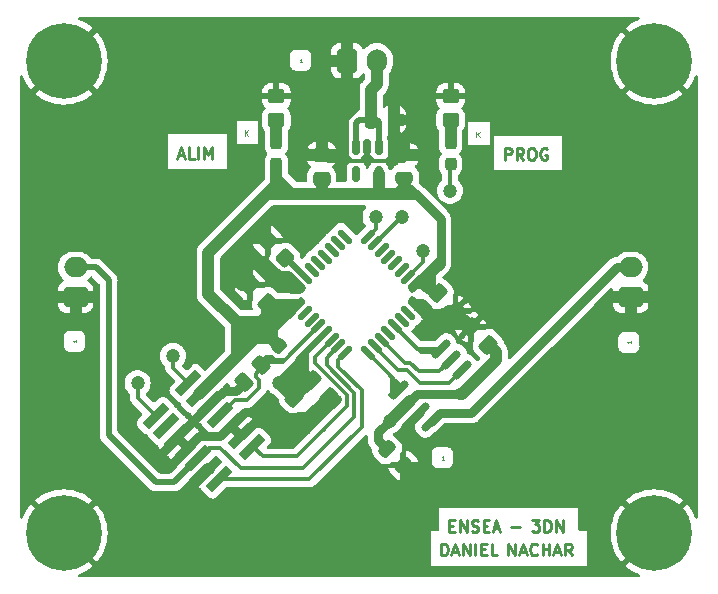
<source format=gbr>
%TF.GenerationSoftware,KiCad,Pcbnew,(7.0.0)*%
%TF.CreationDate,2023-02-19T13:16:31+01:00*%
%TF.ProjectId,TP microcontroleur,5450206d-6963-4726-9f63-6f6e74726f6c,rev?*%
%TF.SameCoordinates,Original*%
%TF.FileFunction,Copper,L1,Top*%
%TF.FilePolarity,Positive*%
%FSLAX46Y46*%
G04 Gerber Fmt 4.6, Leading zero omitted, Abs format (unit mm)*
G04 Created by KiCad (PCBNEW (7.0.0)) date 2023-02-19 13:16:31*
%MOMM*%
%LPD*%
G01*
G04 APERTURE LIST*
G04 Aperture macros list*
%AMRoundRect*
0 Rectangle with rounded corners*
0 $1 Rounding radius*
0 $2 $3 $4 $5 $6 $7 $8 $9 X,Y pos of 4 corners*
0 Add a 4 corners polygon primitive as box body*
4,1,4,$2,$3,$4,$5,$6,$7,$8,$9,$2,$3,0*
0 Add four circle primitives for the rounded corners*
1,1,$1+$1,$2,$3*
1,1,$1+$1,$4,$5*
1,1,$1+$1,$6,$7*
1,1,$1+$1,$8,$9*
0 Add four rect primitives between the rounded corners*
20,1,$1+$1,$2,$3,$4,$5,0*
20,1,$1+$1,$4,$5,$6,$7,0*
20,1,$1+$1,$6,$7,$8,$9,0*
20,1,$1+$1,$8,$9,$2,$3,0*%
%AMRotRect*
0 Rectangle, with rotation*
0 The origin of the aperture is its center*
0 $1 length*
0 $2 width*
0 $3 Rotation angle, in degrees counterclockwise*
0 Add horizontal line*
21,1,$1,$2,0,0,$3*%
G04 Aperture macros list end*
%ADD10C,0.250000*%
%TA.AperFunction,NonConductor*%
%ADD11C,0.250000*%
%TD*%
%ADD12C,0.075000*%
%TA.AperFunction,NonConductor*%
%ADD13C,0.075000*%
%TD*%
%ADD14C,0.125000*%
%TA.AperFunction,NonConductor*%
%ADD15C,0.125000*%
%TD*%
%TA.AperFunction,SMDPad,CuDef*%
%ADD16RotRect,2.400000X0.740000X45.000000*%
%TD*%
%TA.AperFunction,SMDPad,CuDef*%
%ADD17RoundRect,0.125000X-0.353553X-0.530330X0.530330X0.353553X0.353553X0.530330X-0.530330X-0.353553X0*%
%TD*%
%TA.AperFunction,SMDPad,CuDef*%
%ADD18RoundRect,0.125000X0.353553X-0.530330X0.530330X-0.353553X-0.353553X0.530330X-0.530330X0.353553X0*%
%TD*%
%TA.AperFunction,SMDPad,CuDef*%
%ADD19RoundRect,0.150000X0.477297X0.689429X-0.689429X-0.477297X-0.477297X-0.689429X0.689429X0.477297X0*%
%TD*%
%TA.AperFunction,SMDPad,CuDef*%
%ADD20RoundRect,0.250000X-0.574524X-0.097227X-0.097227X-0.574524X0.574524X0.097227X0.097227X0.574524X0*%
%TD*%
%TA.AperFunction,ComponentPad*%
%ADD21RoundRect,0.250000X-0.600000X-0.750000X0.600000X-0.750000X0.600000X0.750000X-0.600000X0.750000X0*%
%TD*%
%TA.AperFunction,ComponentPad*%
%ADD22O,1.700000X2.000000*%
%TD*%
%TA.AperFunction,SMDPad,CuDef*%
%ADD23RoundRect,0.250000X0.450000X-0.350000X0.450000X0.350000X-0.450000X0.350000X-0.450000X-0.350000X0*%
%TD*%
%TA.AperFunction,ComponentPad*%
%ADD24RoundRect,0.250000X0.750000X-0.600000X0.750000X0.600000X-0.750000X0.600000X-0.750000X-0.600000X0*%
%TD*%
%TA.AperFunction,ComponentPad*%
%ADD25O,2.000000X1.700000*%
%TD*%
%TA.AperFunction,SMDPad,CuDef*%
%ADD26RoundRect,0.250000X0.565685X0.070711X0.070711X0.565685X-0.565685X-0.070711X-0.070711X-0.565685X0*%
%TD*%
%TA.AperFunction,SMDPad,CuDef*%
%ADD27RoundRect,0.250000X-0.512652X-0.159099X-0.159099X-0.512652X0.512652X0.159099X0.159099X0.512652X0*%
%TD*%
%TA.AperFunction,SMDPad,CuDef*%
%ADD28RoundRect,0.250000X-0.097227X0.574524X-0.574524X0.097227X0.097227X-0.574524X0.574524X-0.097227X0*%
%TD*%
%TA.AperFunction,SMDPad,CuDef*%
%ADD29RoundRect,0.237500X-0.237500X0.287500X-0.237500X-0.287500X0.237500X-0.287500X0.237500X0.287500X0*%
%TD*%
%TA.AperFunction,SMDPad,CuDef*%
%ADD30RoundRect,0.250000X-0.250000X-0.475000X0.250000X-0.475000X0.250000X0.475000X-0.250000X0.475000X0*%
%TD*%
%TA.AperFunction,ComponentPad*%
%ADD31C,6.400000*%
%TD*%
%TA.AperFunction,SMDPad,CuDef*%
%ADD32RoundRect,0.250000X-0.441942X-0.053033X-0.053033X-0.441942X0.441942X0.053033X0.053033X0.441942X0*%
%TD*%
%TA.AperFunction,SMDPad,CuDef*%
%ADD33RoundRect,0.250000X0.574524X0.097227X0.097227X0.574524X-0.574524X-0.097227X-0.097227X-0.574524X0*%
%TD*%
%TA.AperFunction,SMDPad,CuDef*%
%ADD34RoundRect,0.250000X0.475000X-0.250000X0.475000X0.250000X-0.475000X0.250000X-0.475000X-0.250000X0*%
%TD*%
%TA.AperFunction,SMDPad,CuDef*%
%ADD35RoundRect,0.250000X0.475000X-0.337500X0.475000X0.337500X-0.475000X0.337500X-0.475000X-0.337500X0*%
%TD*%
%TA.AperFunction,SMDPad,CuDef*%
%ADD36RoundRect,0.150000X-0.150000X0.512500X-0.150000X-0.512500X0.150000X-0.512500X0.150000X0.512500X0*%
%TD*%
%TA.AperFunction,ViaPad*%
%ADD37C,1.200000*%
%TD*%
%TA.AperFunction,Conductor*%
%ADD38C,1.000000*%
%TD*%
%TA.AperFunction,Conductor*%
%ADD39C,0.500000*%
%TD*%
%TA.AperFunction,Conductor*%
%ADD40C,0.300000*%
%TD*%
%TA.AperFunction,Conductor*%
%ADD41C,0.750000*%
%TD*%
G04 APERTURE END LIST*
D10*
D11*
X120638095Y-161358571D02*
X120971428Y-161358571D01*
X121114285Y-161882380D02*
X120638095Y-161882380D01*
X120638095Y-161882380D02*
X120638095Y-160882380D01*
X120638095Y-160882380D02*
X121114285Y-160882380D01*
X121542857Y-161882380D02*
X121542857Y-160882380D01*
X121542857Y-160882380D02*
X122114285Y-161882380D01*
X122114285Y-161882380D02*
X122114285Y-160882380D01*
X122542857Y-161834761D02*
X122685714Y-161882380D01*
X122685714Y-161882380D02*
X122923809Y-161882380D01*
X122923809Y-161882380D02*
X123019047Y-161834761D01*
X123019047Y-161834761D02*
X123066666Y-161787142D01*
X123066666Y-161787142D02*
X123114285Y-161691904D01*
X123114285Y-161691904D02*
X123114285Y-161596666D01*
X123114285Y-161596666D02*
X123066666Y-161501428D01*
X123066666Y-161501428D02*
X123019047Y-161453809D01*
X123019047Y-161453809D02*
X122923809Y-161406190D01*
X122923809Y-161406190D02*
X122733333Y-161358571D01*
X122733333Y-161358571D02*
X122638095Y-161310952D01*
X122638095Y-161310952D02*
X122590476Y-161263333D01*
X122590476Y-161263333D02*
X122542857Y-161168095D01*
X122542857Y-161168095D02*
X122542857Y-161072857D01*
X122542857Y-161072857D02*
X122590476Y-160977619D01*
X122590476Y-160977619D02*
X122638095Y-160930000D01*
X122638095Y-160930000D02*
X122733333Y-160882380D01*
X122733333Y-160882380D02*
X122971428Y-160882380D01*
X122971428Y-160882380D02*
X123114285Y-160930000D01*
X123542857Y-161358571D02*
X123876190Y-161358571D01*
X124019047Y-161882380D02*
X123542857Y-161882380D01*
X123542857Y-161882380D02*
X123542857Y-160882380D01*
X123542857Y-160882380D02*
X124019047Y-160882380D01*
X124400000Y-161596666D02*
X124876190Y-161596666D01*
X124304762Y-161882380D02*
X124638095Y-160882380D01*
X124638095Y-160882380D02*
X124971428Y-161882380D01*
X125904762Y-161501428D02*
X126666667Y-161501428D01*
X127647619Y-160882380D02*
X128266666Y-160882380D01*
X128266666Y-160882380D02*
X127933333Y-161263333D01*
X127933333Y-161263333D02*
X128076190Y-161263333D01*
X128076190Y-161263333D02*
X128171428Y-161310952D01*
X128171428Y-161310952D02*
X128219047Y-161358571D01*
X128219047Y-161358571D02*
X128266666Y-161453809D01*
X128266666Y-161453809D02*
X128266666Y-161691904D01*
X128266666Y-161691904D02*
X128219047Y-161787142D01*
X128219047Y-161787142D02*
X128171428Y-161834761D01*
X128171428Y-161834761D02*
X128076190Y-161882380D01*
X128076190Y-161882380D02*
X127790476Y-161882380D01*
X127790476Y-161882380D02*
X127695238Y-161834761D01*
X127695238Y-161834761D02*
X127647619Y-161787142D01*
X128695238Y-161882380D02*
X128695238Y-160882380D01*
X128695238Y-160882380D02*
X128933333Y-160882380D01*
X128933333Y-160882380D02*
X129076190Y-160930000D01*
X129076190Y-160930000D02*
X129171428Y-161025238D01*
X129171428Y-161025238D02*
X129219047Y-161120476D01*
X129219047Y-161120476D02*
X129266666Y-161310952D01*
X129266666Y-161310952D02*
X129266666Y-161453809D01*
X129266666Y-161453809D02*
X129219047Y-161644285D01*
X129219047Y-161644285D02*
X129171428Y-161739523D01*
X129171428Y-161739523D02*
X129076190Y-161834761D01*
X129076190Y-161834761D02*
X128933333Y-161882380D01*
X128933333Y-161882380D02*
X128695238Y-161882380D01*
X129695238Y-161882380D02*
X129695238Y-160882380D01*
X129695238Y-160882380D02*
X130266666Y-161882380D01*
X130266666Y-161882380D02*
X130266666Y-160882380D01*
D10*
D11*
X119938095Y-163882380D02*
X119938095Y-162882380D01*
X119938095Y-162882380D02*
X120176190Y-162882380D01*
X120176190Y-162882380D02*
X120319047Y-162930000D01*
X120319047Y-162930000D02*
X120414285Y-163025238D01*
X120414285Y-163025238D02*
X120461904Y-163120476D01*
X120461904Y-163120476D02*
X120509523Y-163310952D01*
X120509523Y-163310952D02*
X120509523Y-163453809D01*
X120509523Y-163453809D02*
X120461904Y-163644285D01*
X120461904Y-163644285D02*
X120414285Y-163739523D01*
X120414285Y-163739523D02*
X120319047Y-163834761D01*
X120319047Y-163834761D02*
X120176190Y-163882380D01*
X120176190Y-163882380D02*
X119938095Y-163882380D01*
X120890476Y-163596666D02*
X121366666Y-163596666D01*
X120795238Y-163882380D02*
X121128571Y-162882380D01*
X121128571Y-162882380D02*
X121461904Y-163882380D01*
X121795238Y-163882380D02*
X121795238Y-162882380D01*
X121795238Y-162882380D02*
X122366666Y-163882380D01*
X122366666Y-163882380D02*
X122366666Y-162882380D01*
X122842857Y-163882380D02*
X122842857Y-162882380D01*
X123319047Y-163358571D02*
X123652380Y-163358571D01*
X123795237Y-163882380D02*
X123319047Y-163882380D01*
X123319047Y-163882380D02*
X123319047Y-162882380D01*
X123319047Y-162882380D02*
X123795237Y-162882380D01*
X124699999Y-163882380D02*
X124223809Y-163882380D01*
X124223809Y-163882380D02*
X124223809Y-162882380D01*
X125633333Y-163882380D02*
X125633333Y-162882380D01*
X125633333Y-162882380D02*
X126204761Y-163882380D01*
X126204761Y-163882380D02*
X126204761Y-162882380D01*
X126633333Y-163596666D02*
X127109523Y-163596666D01*
X126538095Y-163882380D02*
X126871428Y-162882380D01*
X126871428Y-162882380D02*
X127204761Y-163882380D01*
X128109523Y-163787142D02*
X128061904Y-163834761D01*
X128061904Y-163834761D02*
X127919047Y-163882380D01*
X127919047Y-163882380D02*
X127823809Y-163882380D01*
X127823809Y-163882380D02*
X127680952Y-163834761D01*
X127680952Y-163834761D02*
X127585714Y-163739523D01*
X127585714Y-163739523D02*
X127538095Y-163644285D01*
X127538095Y-163644285D02*
X127490476Y-163453809D01*
X127490476Y-163453809D02*
X127490476Y-163310952D01*
X127490476Y-163310952D02*
X127538095Y-163120476D01*
X127538095Y-163120476D02*
X127585714Y-163025238D01*
X127585714Y-163025238D02*
X127680952Y-162930000D01*
X127680952Y-162930000D02*
X127823809Y-162882380D01*
X127823809Y-162882380D02*
X127919047Y-162882380D01*
X127919047Y-162882380D02*
X128061904Y-162930000D01*
X128061904Y-162930000D02*
X128109523Y-162977619D01*
X128538095Y-163882380D02*
X128538095Y-162882380D01*
X128538095Y-163358571D02*
X129109523Y-163358571D01*
X129109523Y-163882380D02*
X129109523Y-162882380D01*
X129538095Y-163596666D02*
X130014285Y-163596666D01*
X129442857Y-163882380D02*
X129776190Y-162882380D01*
X129776190Y-162882380D02*
X130109523Y-163882380D01*
X131014285Y-163882380D02*
X130680952Y-163406190D01*
X130442857Y-163882380D02*
X130442857Y-162882380D01*
X130442857Y-162882380D02*
X130823809Y-162882380D01*
X130823809Y-162882380D02*
X130919047Y-162930000D01*
X130919047Y-162930000D02*
X130966666Y-162977619D01*
X130966666Y-162977619D02*
X131014285Y-163072857D01*
X131014285Y-163072857D02*
X131014285Y-163215714D01*
X131014285Y-163215714D02*
X130966666Y-163310952D01*
X130966666Y-163310952D02*
X130919047Y-163358571D01*
X130919047Y-163358571D02*
X130823809Y-163406190D01*
X130823809Y-163406190D02*
X130442857Y-163406190D01*
D12*
D13*
X120168571Y-155775714D02*
X119997142Y-155775714D01*
X120082857Y-155775714D02*
X120082857Y-155475714D01*
X120082857Y-155475714D02*
X120054285Y-155518571D01*
X120054285Y-155518571D02*
X120025714Y-155547142D01*
X120025714Y-155547142D02*
X119997142Y-155561428D01*
D14*
D15*
X122919047Y-128491190D02*
X122919047Y-127991190D01*
X123204761Y-128491190D02*
X122990476Y-128205476D01*
X123204761Y-127991190D02*
X122919047Y-128276904D01*
D14*
D15*
X103319047Y-128391190D02*
X103319047Y-127891190D01*
X103604761Y-128391190D02*
X103390476Y-128105476D01*
X103604761Y-127891190D02*
X103319047Y-128176904D01*
D12*
D13*
X108168571Y-122125714D02*
X107997142Y-122125714D01*
X108082857Y-122125714D02*
X108082857Y-121825714D01*
X108082857Y-121825714D02*
X108054285Y-121868571D01*
X108054285Y-121868571D02*
X108025714Y-121897142D01*
X108025714Y-121897142D02*
X107997142Y-121911428D01*
D12*
D13*
X136025714Y-145731428D02*
X136025714Y-145902857D01*
X136025714Y-145817142D02*
X135725714Y-145817142D01*
X135725714Y-145817142D02*
X135768571Y-145845714D01*
X135768571Y-145845714D02*
X135797142Y-145874285D01*
X135797142Y-145874285D02*
X135811428Y-145902857D01*
D12*
D13*
X89075714Y-145631428D02*
X89075714Y-145802857D01*
X89075714Y-145717142D02*
X88775714Y-145717142D01*
X88775714Y-145717142D02*
X88818571Y-145745714D01*
X88818571Y-145745714D02*
X88847142Y-145774285D01*
X88847142Y-145774285D02*
X88861428Y-145802857D01*
D10*
D11*
X125338095Y-130382380D02*
X125338095Y-129382380D01*
X125338095Y-129382380D02*
X125719047Y-129382380D01*
X125719047Y-129382380D02*
X125814285Y-129430000D01*
X125814285Y-129430000D02*
X125861904Y-129477619D01*
X125861904Y-129477619D02*
X125909523Y-129572857D01*
X125909523Y-129572857D02*
X125909523Y-129715714D01*
X125909523Y-129715714D02*
X125861904Y-129810952D01*
X125861904Y-129810952D02*
X125814285Y-129858571D01*
X125814285Y-129858571D02*
X125719047Y-129906190D01*
X125719047Y-129906190D02*
X125338095Y-129906190D01*
X126909523Y-130382380D02*
X126576190Y-129906190D01*
X126338095Y-130382380D02*
X126338095Y-129382380D01*
X126338095Y-129382380D02*
X126719047Y-129382380D01*
X126719047Y-129382380D02*
X126814285Y-129430000D01*
X126814285Y-129430000D02*
X126861904Y-129477619D01*
X126861904Y-129477619D02*
X126909523Y-129572857D01*
X126909523Y-129572857D02*
X126909523Y-129715714D01*
X126909523Y-129715714D02*
X126861904Y-129810952D01*
X126861904Y-129810952D02*
X126814285Y-129858571D01*
X126814285Y-129858571D02*
X126719047Y-129906190D01*
X126719047Y-129906190D02*
X126338095Y-129906190D01*
X127528571Y-129382380D02*
X127719047Y-129382380D01*
X127719047Y-129382380D02*
X127814285Y-129430000D01*
X127814285Y-129430000D02*
X127909523Y-129525238D01*
X127909523Y-129525238D02*
X127957142Y-129715714D01*
X127957142Y-129715714D02*
X127957142Y-130049047D01*
X127957142Y-130049047D02*
X127909523Y-130239523D01*
X127909523Y-130239523D02*
X127814285Y-130334761D01*
X127814285Y-130334761D02*
X127719047Y-130382380D01*
X127719047Y-130382380D02*
X127528571Y-130382380D01*
X127528571Y-130382380D02*
X127433333Y-130334761D01*
X127433333Y-130334761D02*
X127338095Y-130239523D01*
X127338095Y-130239523D02*
X127290476Y-130049047D01*
X127290476Y-130049047D02*
X127290476Y-129715714D01*
X127290476Y-129715714D02*
X127338095Y-129525238D01*
X127338095Y-129525238D02*
X127433333Y-129430000D01*
X127433333Y-129430000D02*
X127528571Y-129382380D01*
X128909523Y-129430000D02*
X128814285Y-129382380D01*
X128814285Y-129382380D02*
X128671428Y-129382380D01*
X128671428Y-129382380D02*
X128528571Y-129430000D01*
X128528571Y-129430000D02*
X128433333Y-129525238D01*
X128433333Y-129525238D02*
X128385714Y-129620476D01*
X128385714Y-129620476D02*
X128338095Y-129810952D01*
X128338095Y-129810952D02*
X128338095Y-129953809D01*
X128338095Y-129953809D02*
X128385714Y-130144285D01*
X128385714Y-130144285D02*
X128433333Y-130239523D01*
X128433333Y-130239523D02*
X128528571Y-130334761D01*
X128528571Y-130334761D02*
X128671428Y-130382380D01*
X128671428Y-130382380D02*
X128766666Y-130382380D01*
X128766666Y-130382380D02*
X128909523Y-130334761D01*
X128909523Y-130334761D02*
X128957142Y-130287142D01*
X128957142Y-130287142D02*
X128957142Y-129953809D01*
X128957142Y-129953809D02*
X128766666Y-129953809D01*
D10*
D11*
X97690476Y-129996666D02*
X98166666Y-129996666D01*
X97595238Y-130282380D02*
X97928571Y-129282380D01*
X97928571Y-129282380D02*
X98261904Y-130282380D01*
X99071428Y-130282380D02*
X98595238Y-130282380D01*
X98595238Y-130282380D02*
X98595238Y-129282380D01*
X99404762Y-130282380D02*
X99404762Y-129282380D01*
X99880952Y-130282380D02*
X99880952Y-129282380D01*
X99880952Y-129282380D02*
X100214285Y-129996666D01*
X100214285Y-129996666D02*
X100547618Y-129282380D01*
X100547618Y-129282380D02*
X100547618Y-130282380D01*
D16*
%TO.P,J1,14,Pin_14*%
%TO.N,USART2_RX*%
X103944076Y-154694076D03*
%TO.P,J1,13,Pin_13*%
%TO.N,USART2_TX*%
X101186360Y-157451792D03*
%TO.P,J1,12,Pin_12*%
%TO.N,GND*%
X103046050Y-153796050D03*
%TO.P,J1,11,Pin_11*%
X100288334Y-156553766D03*
%TO.P,J1,10,Pin_10*%
X102148025Y-152898024D03*
%TO.P,J1,9,Pin_9*%
%TO.N,ADC_IN1*%
X99390308Y-155655741D03*
%TO.P,J1,8,Pin_8*%
%TO.N,NRST*%
X101249999Y-151999999D03*
%TO.P,J1,7,Pin_7*%
%TO.N,GND*%
X98492283Y-154757715D03*
%TO.P,J1,6,Pin_6*%
X100351974Y-151101973D03*
%TO.P,J1,5,Pin_5*%
X97594257Y-153859690D03*
%TO.P,J1,4,Pin_4*%
%TO.N,+3.3V*%
X99453948Y-150203948D03*
%TO.P,J1,3,Pin_3*%
%TO.N,unconnected-(J1-Pin_3-Pad3)*%
X96696232Y-152961664D03*
%TO.P,J1,2,Pin_2*%
%TO.N,SWDCLK*%
X98555922Y-149305922D03*
%TO.P,J1,1,Pin_1*%
%TO.N,SWDIO*%
X95798206Y-152063638D03*
%TD*%
D17*
%TO.P,U1,1,VDD*%
%TO.N,+3.3V*%
X107867930Y-142797272D03*
%TO.P,U1,2,PC14*%
%TO.N,unconnected-(U1-PC14-Pad2)*%
X108433616Y-143362957D03*
%TO.P,U1,3,PC15*%
%TO.N,unconnected-(U1-PC15-Pad3)*%
X108999301Y-143928643D03*
%TO.P,U1,4,NRST*%
%TO.N,NRST*%
X109564986Y-144494328D03*
%TO.P,U1,5,VDDA*%
%TO.N,+3.3VA*%
X110130672Y-145060014D03*
%TO.P,U1,6,PA0*%
%TO.N,USART2_RX*%
X110696357Y-145625699D03*
%TO.P,U1,7,PA1*%
%TO.N,ADC_IN1*%
X111262043Y-146191384D03*
%TO.P,U1,8,PA2*%
%TO.N,USART2_TX*%
X111827728Y-146757070D03*
D18*
%TO.P,U1,9,PA3*%
%TO.N,DAC_nLDAC*%
X113772272Y-146757070D03*
%TO.P,U1,10,PA4*%
%TO.N,DAC_nCS*%
X114337957Y-146191384D03*
%TO.P,U1,11,PA5*%
%TO.N,SPI1_SCK*%
X114903643Y-145625699D03*
%TO.P,U1,12,PA6*%
%TO.N,unconnected-(U1-PA6-Pad12)*%
X115469328Y-145060014D03*
%TO.P,U1,13,PA7*%
%TO.N,SPI1_MOSI*%
X116035014Y-144494328D03*
%TO.P,U1,14,PB0*%
%TO.N,unconnected-(U1-PB0-Pad14)*%
X116600699Y-143928643D03*
%TO.P,U1,15,PB1*%
%TO.N,unconnected-(U1-PB1-Pad15)*%
X117166384Y-143362957D03*
%TO.P,U1,16,VSS*%
%TO.N,GND*%
X117732070Y-142797272D03*
D17*
%TO.P,U1,17,VDD*%
%TO.N,+3.3V*%
X117732070Y-140852728D03*
%TO.P,U1,18,PA8*%
%TO.N,TIM2_CH1*%
X117166384Y-140287043D03*
%TO.P,U1,19,PA9*%
%TO.N,unconnected-(U1-PA9-Pad19)*%
X116600699Y-139721357D03*
%TO.P,U1,20,PA10*%
%TO.N,unconnected-(U1-PA10-Pad20)*%
X116035014Y-139155672D03*
%TO.P,U1,21,PA11*%
%TO.N,unconnected-(U1-PA11-Pad21)*%
X115469328Y-138589986D03*
%TO.P,U1,22,PA12*%
%TO.N,unconnected-(U1-PA12-Pad22)*%
X114903643Y-138024301D03*
%TO.P,U1,23,PA13*%
%TO.N,SWDIO*%
X114337957Y-137458616D03*
%TO.P,U1,24,PA14*%
%TO.N,SWDCLK*%
X113772272Y-136892930D03*
D18*
%TO.P,U1,25,PA15*%
%TO.N,unconnected-(U1-PA15-Pad25)*%
X111827728Y-136892930D03*
%TO.P,U1,26,PB3*%
%TO.N,unconnected-(U1-PB3-Pad26)*%
X111262043Y-137458616D03*
%TO.P,U1,27,PB4*%
%TO.N,unconnected-(U1-PB4-Pad27)*%
X110696357Y-138024301D03*
%TO.P,U1,28,PB5*%
%TO.N,unconnected-(U1-PB5-Pad28)*%
X110130672Y-138589986D03*
%TO.P,U1,29,PB6*%
%TO.N,unconnected-(U1-PB6-Pad29)*%
X109564986Y-139155672D03*
%TO.P,U1,30,PB7*%
%TO.N,unconnected-(U1-PB7-Pad30)*%
X108999301Y-139721357D03*
%TO.P,U1,31,PB9*%
%TO.N,Net-(U1-PB9)*%
X108433616Y-140287043D03*
%TO.P,U1,32,VSS*%
%TO.N,GND*%
X107867930Y-140852728D03*
%TD*%
D19*
%TO.P,U3,1,Vdd*%
%TO.N,+3.3VA*%
X122597128Y-149096949D03*
%TO.P,U3,2,~{CS}*%
%TO.N,DAC_nCS*%
X121699102Y-148198924D03*
%TO.P,U3,3,SCK*%
%TO.N,SPI1_SCK*%
X120801076Y-147300898D03*
%TO.P,U3,4,SDI*%
%TO.N,SPI1_MOSI*%
X119903051Y-146402872D03*
%TO.P,U3,5,~{LDAC}*%
%TO.N,DAC_nLDAC*%
X116402872Y-149903051D03*
%TO.P,U3,6,~{SHDN}*%
%TO.N,+3.3VA*%
X117300898Y-150801076D03*
%TO.P,U3,7,Vss*%
%TO.N,GND*%
X118198924Y-151699102D03*
%TO.P,U3,8,Vout*%
%TO.N,DAC_OUT*%
X119096949Y-152597128D03*
%TD*%
D20*
%TO.P,C5,2*%
%TO.N,GND*%
X110467246Y-150467246D03*
%TO.P,C5,1*%
%TO.N,+3.3VA*%
X109000000Y-149000000D03*
%TD*%
D21*
%TO.P,J2,1,Pin_1*%
%TO.N,GND*%
X112000000Y-122000000D03*
D22*
%TO.P,J2,2,Pin_2*%
%TO.N,+5V*%
X114499999Y-121999999D03*
%TD*%
D23*
%TO.P,R3,1*%
%TO.N,Net-(D2-K)*%
X106000000Y-127000000D03*
%TO.P,R3,2*%
%TO.N,GND*%
X106000000Y-125000000D03*
%TD*%
D24*
%TO.P,J4,1,Pin_1*%
%TO.N,GND*%
X136000000Y-142000000D03*
D25*
%TO.P,J4,2,Pin_2*%
%TO.N,DAC_OUT*%
X135999999Y-139499999D03*
%TD*%
D26*
%TO.P,R2,1*%
%TO.N,Net-(U1-PB9)*%
X106707107Y-138707107D03*
%TO.P,R2,2*%
%TO.N,GND*%
X105292893Y-137292893D03*
%TD*%
D27*
%TO.P,C9,1*%
%TO.N,+3.3VA*%
X115400000Y-154900000D03*
%TO.P,C9,2*%
%TO.N,GND*%
X116743502Y-156243502D03*
%TD*%
D28*
%TO.P,C10,1*%
%TO.N,NRST*%
X104733623Y-147766377D03*
%TO.P,C10,2*%
%TO.N,GND*%
X103266377Y-149233623D03*
%TD*%
D29*
%TO.P,D2,1,K*%
%TO.N,Net-(D2-K)*%
X106000000Y-129000000D03*
%TO.P,D2,2,A*%
%TO.N,+3.3V*%
X106000000Y-130750000D03*
%TD*%
%TO.P,D1,1,K*%
%TO.N,Net-(D1-K)*%
X120750000Y-129000000D03*
%TO.P,D1,2,A*%
%TO.N,TIM2_CH1*%
X120750000Y-130750000D03*
%TD*%
D30*
%TO.P,C4,2*%
%TO.N,GND*%
X115950000Y-127000000D03*
%TO.P,C4,1*%
%TO.N,+5V*%
X114050000Y-127000000D03*
%TD*%
D20*
%TO.P,C7,2*%
%TO.N,GND*%
X108983623Y-151983623D03*
%TO.P,C7,1*%
%TO.N,+3.3VA*%
X107516377Y-150516377D03*
%TD*%
D31*
%TO.P,H4,1,1*%
%TO.N,GND*%
X88000000Y-162000000D03*
%TD*%
D32*
%TO.P,L1,1*%
%TO.N,+3.3V*%
X106186827Y-146186827D03*
%TO.P,L1,2*%
%TO.N,+3.3VA*%
X107813173Y-147813173D03*
%TD*%
D33*
%TO.P,C8,1*%
%TO.N,+3.3VA*%
X123933623Y-146033623D03*
%TO.P,C8,2*%
%TO.N,GND*%
X122466377Y-144566377D03*
%TD*%
D31*
%TO.P,H3,1,1*%
%TO.N,GND*%
X138000000Y-162000000D03*
%TD*%
%TO.P,H2,1,1*%
%TO.N,GND*%
X138000000Y-122000000D03*
%TD*%
D34*
%TO.P,C6,2*%
%TO.N,GND*%
X116840000Y-130000000D03*
%TO.P,C6,1*%
%TO.N,+3.3V*%
X116840000Y-131900000D03*
%TD*%
D33*
%TO.P,C3,1*%
%TO.N,+3.3V*%
X105233623Y-142483623D03*
%TO.P,C3,2*%
%TO.N,GND*%
X103766377Y-141016377D03*
%TD*%
D35*
%TO.P,C1,1*%
%TO.N,+3.3V*%
X109840000Y-132037500D03*
%TO.P,C1,2*%
%TO.N,GND*%
X109840000Y-129962500D03*
%TD*%
D23*
%TO.P,R1,2*%
%TO.N,GND*%
X120750000Y-125000000D03*
%TO.P,R1,1*%
%TO.N,Net-(D1-K)*%
X120750000Y-127000000D03*
%TD*%
D24*
%TO.P,J3,1,Pin_1*%
%TO.N,GND*%
X89000000Y-142000000D03*
D25*
%TO.P,J3,2,Pin_2*%
%TO.N,ADC_IN1*%
X88999999Y-139499999D03*
%TD*%
D36*
%TO.P,U2,1,VIN*%
%TO.N,+5V*%
X114652500Y-129343750D03*
%TO.P,U2,2,GND*%
%TO.N,GND*%
X113702500Y-129343750D03*
%TO.P,U2,3,~{SHDN}*%
%TO.N,+5V*%
X112752500Y-129343750D03*
%TO.P,U2,4,NC*%
%TO.N,unconnected-(U2-NC-Pad4)*%
X112752500Y-131618750D03*
%TO.P,U2,5,VOUT*%
%TO.N,+3.3V*%
X114652500Y-131618750D03*
%TD*%
D31*
%TO.P,H1,1,1*%
%TO.N,GND*%
X88000000Y-122000000D03*
%TD*%
D20*
%TO.P,C2,1*%
%TO.N,+3.3V*%
X119700000Y-141700000D03*
%TO.P,C2,2*%
%TO.N,GND*%
X121167246Y-143167246D03*
%TD*%
D37*
%TO.N,SWDIO*%
X116599503Y-135200000D03*
%TO.N,SWDCLK*%
X114400000Y-135200000D03*
%TO.N,GND*%
X102400000Y-139300000D03*
X106600000Y-153000000D03*
X103600000Y-138400000D03*
%TO.N,TIM2_CH1*%
X120700000Y-133000000D03*
X118400000Y-138100000D03*
%TO.N,+3.3VA*%
X115600000Y-152459548D03*
X106250000Y-149250000D03*
%TO.N,GND*%
X112750000Y-158000000D03*
X105400000Y-151900000D03*
%TO.N,SWDIO*%
X94250000Y-149300000D03*
%TO.N,SWDCLK*%
X97250000Y-147000000D03*
%TD*%
D38*
%TO.N,GND*%
X121100000Y-144200000D02*
X120800000Y-144200000D01*
X120200000Y-143600000D02*
X120800000Y-144200000D01*
X121167246Y-143167246D02*
X120632754Y-143167246D01*
X120632754Y-143167246D02*
X120200000Y-143600000D01*
D39*
X121167246Y-143167246D02*
X121167246Y-143232754D01*
X121167246Y-143232754D02*
X120300000Y-144100000D01*
X122433623Y-144566377D02*
X121600000Y-145400000D01*
X122466377Y-144566377D02*
X122433623Y-144566377D01*
X122466377Y-144533623D02*
X123400000Y-143600000D01*
X122466377Y-144566377D02*
X122466377Y-144533623D01*
X121167246Y-143132754D02*
X122100000Y-142200000D01*
X121167246Y-143167246D02*
X121167246Y-143132754D01*
D40*
%TO.N,+3.3V*%
X108000000Y-142300000D02*
X108100000Y-142200000D01*
X107300000Y-142300000D02*
X108000000Y-142300000D01*
X107300000Y-142300000D02*
X105417246Y-142300000D01*
X107700000Y-142300000D02*
X107300000Y-142300000D01*
X107100000Y-143100000D02*
X106200000Y-143100000D01*
X107332601Y-143332601D02*
X107100000Y-143100000D01*
X105417246Y-142300000D02*
X105233623Y-142483623D01*
X107867930Y-142467930D02*
X107700000Y-142300000D01*
X107867930Y-142797272D02*
X107867930Y-142467930D01*
X105450000Y-142700000D02*
X107500000Y-142700000D01*
X105233623Y-142483623D02*
X105450000Y-142700000D01*
X105650000Y-142900000D02*
X107400000Y-142900000D01*
X105233623Y-142483623D02*
X105650000Y-142900000D01*
X107570658Y-142500000D02*
X106100000Y-142500000D01*
X107867930Y-142797272D02*
X107570658Y-142500000D01*
X106082601Y-143332601D02*
X107332601Y-143332601D01*
D39*
X107332601Y-143332601D02*
X107232601Y-143432601D01*
D40*
X105233623Y-142483623D02*
X106082601Y-143332601D01*
D39*
X107867930Y-142797272D02*
X107332601Y-143332601D01*
D40*
X105233623Y-142483623D02*
X106182601Y-143432601D01*
D39*
X107232601Y-143432601D02*
X107000000Y-143665202D01*
D40*
X106182601Y-143432601D02*
X107232601Y-143432601D01*
D39*
X105900000Y-144700000D02*
X105900000Y-145900000D01*
X105900000Y-145900000D02*
X106186827Y-146186827D01*
D41*
X105578949Y-145578949D02*
X105600000Y-145600000D01*
X104078949Y-145578949D02*
X105578949Y-145578949D01*
D38*
X104704674Y-144128949D02*
X105233623Y-143600000D01*
X104128949Y-144128949D02*
X104704674Y-144128949D01*
X105233623Y-143600000D02*
X105233623Y-142483623D01*
X105233623Y-144466377D02*
X105233623Y-143600000D01*
D39*
X106250000Y-144100000D02*
X106250000Y-144350000D01*
X106250000Y-143500000D02*
X106250000Y-144100000D01*
X105900000Y-143600000D02*
X105800000Y-143500000D01*
X105900000Y-144700000D02*
X105900000Y-143600000D01*
X105600000Y-145000000D02*
X105900000Y-144700000D01*
X105900000Y-144700000D02*
X106250000Y-144350000D01*
D38*
X104850000Y-144850000D02*
X105233623Y-144466377D01*
D39*
X105233623Y-142483623D02*
X106250000Y-143500000D01*
X106250000Y-144350000D02*
X106900000Y-143700000D01*
D38*
X104121051Y-145578949D02*
X104078949Y-145578949D01*
X104850000Y-144850000D02*
X106186827Y-146186827D01*
X104850000Y-144850000D02*
X104121051Y-145578949D01*
X104128949Y-144128949D02*
X104850000Y-144850000D01*
D41*
X104000000Y-145500000D02*
X104078949Y-145578949D01*
X104000000Y-145500000D02*
X104000000Y-144900000D01*
D38*
X103400000Y-146100000D02*
X103400000Y-144128949D01*
X103478949Y-146178949D02*
X103400000Y-146100000D01*
X103400000Y-144128949D02*
X104128949Y-144128949D01*
X102628949Y-144128949D02*
X103400000Y-144128949D01*
X103478949Y-146178949D02*
X104078949Y-145578949D01*
X102628949Y-147028949D02*
X103478949Y-146178949D01*
X100250000Y-138250000D02*
X100250000Y-141750000D01*
X102628949Y-144128949D02*
X102628949Y-147028949D01*
X105300000Y-133200000D02*
X100250000Y-138250000D01*
X100250000Y-141750000D02*
X102628949Y-144128949D01*
X99453949Y-150203949D02*
X102628949Y-147028949D01*
D39*
X106900000Y-143700000D02*
X107000000Y-143700000D01*
X106186827Y-146186827D02*
X105600000Y-145600000D01*
X105600000Y-145600000D02*
X105600000Y-145000000D01*
X107000000Y-143700000D02*
X106450000Y-143700000D01*
X106450000Y-143700000D02*
X105233623Y-142483623D01*
X107000000Y-143665202D02*
X107000000Y-143700000D01*
D41*
X104078949Y-145578949D02*
X104207898Y-145450000D01*
D39*
%TO.N,ADC_IN1*%
X91800000Y-140600000D02*
X90700000Y-139500000D01*
X91800000Y-153700000D02*
X91800000Y-140600000D01*
X95800000Y-157700000D02*
X91800000Y-153700000D01*
X99390309Y-155655742D02*
X97346051Y-157700000D01*
X97346051Y-157700000D02*
X95800000Y-157700000D01*
X90700000Y-139500000D02*
X89000000Y-139500000D01*
D38*
%TO.N,GND*%
X110467246Y-150532754D02*
X110467246Y-150467246D01*
X109016377Y-151983623D02*
X110467246Y-150532754D01*
X108983623Y-151983623D02*
X109016377Y-151983623D01*
D39*
X111300000Y-150628249D02*
X111185875Y-150514124D01*
X108700000Y-153300000D02*
X111300000Y-150700000D01*
X108500000Y-153300000D02*
X108700000Y-153300000D01*
X111300000Y-150700000D02*
X111300000Y-150628249D01*
D41*
X108467246Y-152500000D02*
X107700000Y-152500000D01*
X108983623Y-151983623D02*
X108467246Y-152500000D01*
X108500000Y-152467246D02*
X108500000Y-153300000D01*
X108983623Y-151983623D02*
X108500000Y-152467246D01*
X98492284Y-154757716D02*
X97594258Y-153859691D01*
X102148026Y-152898025D02*
X103046051Y-153796051D01*
X104142102Y-152700000D02*
X104600000Y-152700000D01*
X103046051Y-153796051D02*
X104142102Y-152700000D01*
X97594258Y-153905742D02*
X96400000Y-155100000D01*
X97594258Y-153859691D02*
X97594258Y-153905742D01*
X98492284Y-154807716D02*
X97200000Y-156100000D01*
X98492284Y-154757716D02*
X98492284Y-154807716D01*
X100214842Y-153785158D02*
X100200000Y-153800000D01*
X101260893Y-153785158D02*
X100214842Y-153785158D01*
X100200000Y-153800000D02*
X99450000Y-153800000D01*
X102148026Y-152898025D02*
X101260893Y-153785158D01*
X99450000Y-153800000D02*
X98492284Y-154757716D01*
X103346051Y-151700000D02*
X104100000Y-151700000D01*
X102148026Y-152898025D02*
X103346051Y-151700000D01*
X102575000Y-149925000D02*
X103266377Y-149233623D01*
X100351975Y-151101974D02*
X101528949Y-149925000D01*
X101528949Y-149925000D02*
X102575000Y-149925000D01*
D40*
X112002500Y-130104778D02*
X112002500Y-126997500D01*
X112300000Y-130456250D02*
X112300000Y-130402278D01*
X112900000Y-126100000D02*
X112900000Y-124000000D01*
X112300000Y-130402278D02*
X112002500Y-130104778D01*
X112002500Y-126997500D02*
X112900000Y-126100000D01*
D39*
%TO.N,+3.3V*%
X118350000Y-141050000D02*
X118152728Y-140852728D01*
X118600000Y-141300000D02*
X118350000Y-141050000D01*
X117850000Y-141050000D02*
X118350000Y-141050000D01*
X117850000Y-141050000D02*
X117500000Y-141400000D01*
X118047272Y-140852728D02*
X117850000Y-141050000D01*
X118247272Y-140852728D02*
X118047272Y-140852728D01*
X118152728Y-140852728D02*
X118047272Y-140852728D01*
X118600000Y-141300000D02*
X118900000Y-141600000D01*
D41*
%TO.N,GND*%
X118800000Y-143000000D02*
X118350000Y-142550000D01*
X118350000Y-142550000D02*
X117850000Y-142550000D01*
D39*
X117850000Y-142550000D02*
X117500000Y-142200000D01*
X118300000Y-143000000D02*
X117850000Y-142550000D01*
D41*
X117300000Y-152598026D02*
X117300000Y-153300000D01*
X117399013Y-152499013D02*
X117300000Y-152598026D01*
X117399013Y-152499013D02*
X116900000Y-152998026D01*
X118198924Y-151699102D02*
X117399013Y-152499013D01*
%TO.N,DAC_OUT*%
X122500000Y-151800000D02*
X134800000Y-139500000D01*
X134800000Y-139500000D02*
X136000000Y-139500000D01*
X119894077Y-151800000D02*
X122500000Y-151800000D01*
X119096949Y-152597128D02*
X119894077Y-151800000D01*
D40*
%TO.N,DAC_nLDAC*%
X115550000Y-148550000D02*
X115750000Y-148750000D01*
X116000000Y-149900000D02*
X115750000Y-150150000D01*
X115750000Y-148750000D02*
X115750000Y-150150000D01*
X115550000Y-148550000D02*
X116000000Y-149000000D01*
X115750000Y-150150000D02*
X115600000Y-150300000D01*
X113772272Y-146772272D02*
X115550000Y-148550000D01*
D39*
%TO.N,GND*%
X107087994Y-140072792D02*
X107867930Y-140852728D01*
X106305026Y-140072792D02*
X107087994Y-140072792D01*
X105232234Y-139000000D02*
X106305026Y-140072792D01*
X105200000Y-139000000D02*
X105232234Y-139000000D01*
%TO.N,+3.3V*%
X117732070Y-140852728D02*
X119900000Y-138684798D01*
D41*
X119900000Y-138500000D02*
X119900000Y-135400000D01*
X119900000Y-139000000D02*
X119900000Y-138500000D01*
D39*
X119900000Y-138684798D02*
X119900000Y-138500000D01*
X118550000Y-140550000D02*
X119100000Y-140000000D01*
X118247272Y-140852728D02*
X118550000Y-140550000D01*
D38*
%TO.N,GND*%
X108662500Y-129962500D02*
X108600000Y-129900000D01*
X109840000Y-129962500D02*
X108662500Y-129962500D01*
X109877500Y-130000000D02*
X111000000Y-130000000D01*
X109840000Y-129962500D02*
X109877500Y-130000000D01*
X109840000Y-129060000D02*
X109900000Y-129000000D01*
X109840000Y-129962500D02*
X109840000Y-129060000D01*
X116840000Y-130000000D02*
X118100000Y-130000000D01*
X116800000Y-129000000D02*
X116840000Y-129040000D01*
X116840000Y-130000000D02*
X116840000Y-129040000D01*
X115950000Y-128250000D02*
X116100000Y-128400000D01*
X115950000Y-127000000D02*
X115950000Y-128250000D01*
X116000000Y-125900000D02*
X115950000Y-125950000D01*
X115950000Y-127000000D02*
X115950000Y-125950000D01*
X115950000Y-127000000D02*
X116600000Y-127000000D01*
D39*
X117934798Y-143000000D02*
X118800000Y-143000000D01*
X117732070Y-142797272D02*
X117934798Y-143000000D01*
X118234798Y-143300000D02*
X118900000Y-143300000D01*
X117732070Y-142797272D02*
X118234798Y-143300000D01*
X118700000Y-143765202D02*
X118700000Y-143800000D01*
X117732070Y-142797272D02*
X118700000Y-143765202D01*
%TO.N,+3.3V*%
X117732070Y-140852728D02*
X118152728Y-140852728D01*
X117732070Y-140852728D02*
X118047272Y-140852728D01*
X118047272Y-140852728D02*
X119900000Y-139000000D01*
D41*
X119900000Y-139200000D02*
X119900000Y-139000000D01*
D39*
X117732070Y-140852728D02*
X118247272Y-140852728D01*
D38*
%TO.N,GND*%
X121167246Y-143267246D02*
X122466377Y-144566377D01*
X121167246Y-143167246D02*
X121167246Y-143267246D01*
X122466377Y-144566377D02*
X122200000Y-144300000D01*
X117000000Y-156500000D02*
X117000000Y-157300000D01*
X116743502Y-156243502D02*
X117000000Y-156500000D01*
X117200000Y-156700000D02*
X117800000Y-156700000D01*
X116743502Y-156243502D02*
X117200000Y-156700000D01*
D40*
%TO.N,NRST*%
X106559314Y-147500000D02*
X105300000Y-147500000D01*
X109564986Y-144494328D02*
X106559314Y-147500000D01*
X105615075Y-147100000D02*
X105707538Y-147192463D01*
X105100000Y-147100000D02*
X105615075Y-147100000D01*
X104900000Y-147300000D02*
X105100000Y-147100000D01*
X104900000Y-147600000D02*
X104900000Y-147300000D01*
X104733623Y-147766377D02*
X104900000Y-147600000D01*
D38*
%TO.N,GND*%
X105000000Y-137000000D02*
X105000000Y-136100000D01*
X105292893Y-137292893D02*
X105000000Y-137000000D01*
X104700000Y-136700000D02*
X104200000Y-136700000D01*
X105292893Y-137292893D02*
X104700000Y-136700000D01*
X103766377Y-140566377D02*
X103300000Y-140100000D01*
X103766377Y-141016377D02*
X103766377Y-140566377D01*
X103116377Y-141016377D02*
X102700000Y-140600000D01*
X103766377Y-141016377D02*
X103116377Y-141016377D01*
X136000000Y-142000000D02*
X136000000Y-143400000D01*
X136000000Y-142000000D02*
X134300000Y-142000000D01*
X136000000Y-142000000D02*
X137600000Y-142000000D01*
X89000000Y-142000000D02*
X90600000Y-142000000D01*
X89000000Y-142000000D02*
X87300000Y-142000000D01*
X89000000Y-142000000D02*
X89000000Y-143600000D01*
X112000000Y-122000000D02*
X112000000Y-123700000D01*
X112000000Y-122000000D02*
X110600000Y-122000000D01*
X112000000Y-120400000D02*
X112000000Y-122000000D01*
D40*
X112300000Y-130456250D02*
X110333750Y-130456250D01*
X112900000Y-130456250D02*
X112300000Y-130456250D01*
X110177500Y-130300000D02*
X111100000Y-130300000D01*
X109840000Y-129962500D02*
X110177500Y-130300000D01*
X113151028Y-130456250D02*
X112900000Y-130456250D01*
X113702500Y-129904778D02*
X113151028Y-130456250D01*
X113702500Y-129343750D02*
X113702500Y-129904778D01*
X113548750Y-130456250D02*
X112900000Y-130456250D01*
X114297722Y-130500000D02*
X113702500Y-129904778D01*
X116000000Y-130500000D02*
X114297722Y-130500000D01*
D41*
X115800000Y-130200000D02*
X115800000Y-128600000D01*
X115500000Y-130500000D02*
X115800000Y-130200000D01*
D40*
X115500000Y-130500000D02*
X116000000Y-130500000D01*
X113900000Y-130500000D02*
X115500000Y-130500000D01*
D41*
X116000000Y-129500000D02*
X116300000Y-129200000D01*
X116000000Y-130500000D02*
X116000000Y-129500000D01*
D40*
X116000000Y-130500000D02*
X116800000Y-130500000D01*
X110333750Y-130456250D02*
X109840000Y-129962500D01*
X113702500Y-130302500D02*
X113548750Y-130456250D01*
X116800000Y-130500000D02*
X116800000Y-130040000D01*
X116800000Y-130040000D02*
X116840000Y-130000000D01*
X113702500Y-130302500D02*
X113900000Y-130500000D01*
X113702500Y-129343750D02*
X113702500Y-130302500D01*
D41*
%TO.N,+3.3V*%
X117250000Y-132750000D02*
X117900000Y-133400000D01*
X116840000Y-132750000D02*
X117250000Y-132750000D01*
X116490000Y-133400000D02*
X116340000Y-133250000D01*
X117900000Y-133400000D02*
X116490000Y-133400000D01*
X119900000Y-135400000D02*
X117900000Y-133400000D01*
X119100000Y-141100000D02*
X119100000Y-140000000D01*
X119100000Y-140000000D02*
X119900000Y-139200000D01*
X119700000Y-141700000D02*
X119100000Y-141100000D01*
D38*
X105300000Y-133200000D02*
X105350000Y-133250000D01*
X105350000Y-133250000D02*
X107250000Y-133250000D01*
X106000000Y-132500000D02*
X105300000Y-133200000D01*
D40*
%TO.N,SWDIO*%
X116599503Y-135200000D02*
X116596573Y-135200000D01*
X116596573Y-135200000D02*
X114337957Y-137458616D01*
%TO.N,SWDCLK*%
X114400000Y-136265202D02*
X113772272Y-136892930D01*
X114400000Y-135200000D02*
X114400000Y-136265202D01*
%TO.N,SWDIO*%
X94250000Y-150515432D02*
X95798207Y-152063639D01*
X94250000Y-149300000D02*
X94250000Y-150515432D01*
%TO.N,TIM2_CH1*%
X120700000Y-130800000D02*
X120750000Y-130750000D01*
X120700000Y-133000000D02*
X120700000Y-130800000D01*
X118400000Y-139053427D02*
X118400000Y-138100000D01*
X117166384Y-140287043D02*
X118400000Y-139053427D01*
D39*
%TO.N,+3.3V*%
X117732070Y-140852728D02*
X118852728Y-140852728D01*
X118852728Y-140852728D02*
X119700000Y-141700000D01*
D41*
X116840000Y-131900000D02*
X116840000Y-132940000D01*
D38*
%TO.N,Net-(D1-K)*%
X120750000Y-127000000D02*
X120750000Y-129000000D01*
%TO.N,+3.3VA*%
X121715327Y-150184673D02*
X121509404Y-150184673D01*
X124600000Y-147300000D02*
X121715327Y-150184673D01*
X124600000Y-146700000D02*
X124600000Y-147300000D01*
X123933623Y-146033623D02*
X124600000Y-146700000D01*
D41*
X117917301Y-150184673D02*
X121509404Y-150184673D01*
X121509404Y-150184673D02*
X122597128Y-149096949D01*
X117300898Y-150801076D02*
X117917301Y-150184673D01*
X114600000Y-153459548D02*
X115600000Y-152459548D01*
X114600000Y-154100000D02*
X114600000Y-153459548D01*
X115400000Y-154900000D02*
X114600000Y-154100000D01*
%TO.N,GND*%
X116900000Y-152998026D02*
X116900000Y-153900000D01*
D38*
%TO.N,+3.3VA*%
X115600000Y-152459548D02*
X117279685Y-150779863D01*
D40*
%TO.N,DAC_nLDAC*%
X116000000Y-149400000D02*
X116000000Y-149900000D01*
X116000000Y-149000000D02*
X116400000Y-149400000D01*
X116000000Y-149000000D02*
X116000000Y-149400000D01*
X116000000Y-149400000D02*
X116200000Y-149600000D01*
X113772272Y-146757070D02*
X113772272Y-146772272D01*
%TO.N,SPI1_MOSI*%
X119497128Y-146402872D02*
X119300000Y-146600000D01*
X118240686Y-146700000D02*
X119200000Y-146700000D01*
X116035014Y-144494328D02*
X118240686Y-146700000D01*
X117943558Y-146402872D02*
X116035014Y-144494328D01*
X119903051Y-146402872D02*
X117943558Y-146402872D01*
%TO.N,DAC_nCS*%
X120598026Y-149300000D02*
X121699102Y-148198924D01*
X118200000Y-149300000D02*
X120598026Y-149300000D01*
X117100000Y-148200000D02*
X118200000Y-149300000D01*
X116300000Y-148200000D02*
X117100000Y-148200000D01*
X114337957Y-146237957D02*
X116300000Y-148200000D01*
X114337957Y-146191384D02*
X114337957Y-146237957D01*
%TO.N,SPI1_SCK*%
X119801974Y-148300000D02*
X120801076Y-147300898D01*
X117348528Y-147600000D02*
X118048528Y-148300000D01*
X118048528Y-148300000D02*
X119801974Y-148300000D01*
X116877944Y-147600000D02*
X117348528Y-147600000D01*
X114903643Y-145625699D02*
X116877944Y-147600000D01*
D38*
%TO.N,+3.3VA*%
X106376346Y-149250000D02*
X107813173Y-147813173D01*
X106250000Y-149250000D02*
X106376346Y-149250000D01*
X107516377Y-150516377D02*
X106250000Y-149250000D01*
D40*
%TO.N,NRST*%
X105843844Y-147328769D02*
X106730545Y-147328769D01*
X105765075Y-147250000D02*
X105843844Y-147328769D01*
X105250000Y-147250000D02*
X105765075Y-147250000D01*
X104733623Y-147766377D02*
X105250000Y-147250000D01*
X106730545Y-147328769D02*
X109564986Y-144494328D01*
X104733623Y-148016377D02*
X104733623Y-147766377D01*
X104250000Y-148500000D02*
X104733623Y-148016377D01*
X104250000Y-148749999D02*
X104250000Y-148500000D01*
X104540901Y-149040900D02*
X104250000Y-148749999D01*
X104540901Y-149709099D02*
X104540901Y-149040900D01*
X103500000Y-150750000D02*
X104540901Y-149709099D01*
X102500000Y-150750000D02*
X103500000Y-150750000D01*
X101250000Y-152000000D02*
X102500000Y-150750000D01*
D38*
%TO.N,+3.3VA*%
X107516377Y-150516377D02*
X107516377Y-149233623D01*
X107516377Y-149233623D02*
X107813173Y-148936827D01*
X107813173Y-148936827D02*
X107813173Y-147813173D01*
D41*
X108625000Y-148625000D02*
X107813173Y-147813173D01*
X108500000Y-148500000D02*
X107813173Y-147813173D01*
D39*
X108500000Y-147250000D02*
X108500000Y-148500000D01*
D40*
X108376346Y-147250000D02*
X108500000Y-147250000D01*
D39*
X108500000Y-146690686D02*
X108500000Y-147250000D01*
D40*
X107813173Y-147813173D02*
X108376346Y-147250000D01*
D39*
X107813173Y-147377512D02*
X110130672Y-145060014D01*
X110130672Y-145060014D02*
X108500000Y-146690686D01*
X107813173Y-147813173D02*
X107813173Y-147377512D01*
D40*
X107813173Y-147686827D02*
X107813173Y-147813173D01*
D38*
X107516377Y-150483623D02*
X109000000Y-149000000D01*
%TO.N,GND*%
X108983623Y-151983623D02*
X108717246Y-152250000D01*
%TO.N,+3.3VA*%
X107516377Y-150516377D02*
X107516377Y-150483623D01*
D40*
%TO.N,USART2_RX*%
X103944077Y-154694077D02*
X104055923Y-154694077D01*
%TO.N,ADC_IN1*%
X103000000Y-156500000D02*
X101250000Y-154750000D01*
X100296051Y-154750000D02*
X99390309Y-155655742D01*
%TO.N,USART2_RX*%
X104055923Y-154694077D02*
X104861846Y-155500000D01*
%TO.N,ADC_IN1*%
X101250000Y-154750000D02*
X100296051Y-154750000D01*
D38*
%TO.N,GND*%
X99250000Y-157500000D02*
X99000000Y-157750000D01*
X100196233Y-156553767D02*
X99250000Y-157500000D01*
X100288335Y-156553767D02*
X100196233Y-156553767D01*
D41*
X100351975Y-151101974D02*
X97594258Y-153859691D01*
X100351975Y-151101974D02*
X101239107Y-150214842D01*
D40*
%TO.N,SWDCLK*%
X98555923Y-149305923D02*
X97250000Y-148000000D01*
%TO.N,USART2_TX*%
X101186361Y-157451793D02*
X108798207Y-157451793D01*
%TO.N,ADC_IN1*%
X108250000Y-156500000D02*
X103000000Y-156500000D01*
%TO.N,USART2_RX*%
X104861846Y-155500000D02*
X107750000Y-155500000D01*
X107750000Y-155500000D02*
X110125000Y-153125000D01*
X112000000Y-151250000D02*
X110125000Y-153125000D01*
X110125000Y-153125000D02*
X110000000Y-153250000D01*
%TO.N,USART2_TX*%
X108798207Y-157451793D02*
X113250000Y-153000000D01*
%TO.N,ADC_IN1*%
X112600000Y-152150000D02*
X108250000Y-156500000D01*
D38*
%TO.N,+3.3V*%
X106000000Y-130750000D02*
X106000000Y-132500000D01*
X109840000Y-132037500D02*
X109840000Y-133250000D01*
X116740000Y-132000000D02*
X116840000Y-131900000D01*
X105233623Y-142483623D02*
X105250000Y-142500000D01*
X114590000Y-133250000D02*
X116340000Y-133250000D01*
X106000000Y-132000000D02*
X107250000Y-133250000D01*
X116840000Y-132750000D02*
X116840000Y-131900000D01*
X116340000Y-133250000D02*
X116840000Y-132750000D01*
X109840000Y-133250000D02*
X114590000Y-133250000D01*
X106000000Y-130750000D02*
X106000000Y-132000000D01*
X107250000Y-133250000D02*
X109840000Y-133250000D01*
X114652500Y-133187500D02*
X114590000Y-133250000D01*
X114652500Y-131618750D02*
X114652500Y-133187500D01*
D40*
X107994276Y-142797272D02*
X107867930Y-142797272D01*
D38*
X109840000Y-132037500D02*
X109840000Y-132000000D01*
D39*
%TO.N,GND*%
X107750000Y-141250000D02*
X107500000Y-141500000D01*
X107500000Y-141500000D02*
X107250000Y-141500000D01*
X107500000Y-141250000D02*
X107750000Y-141250000D01*
X107867930Y-140867930D02*
X108250000Y-141250000D01*
X107352728Y-140852728D02*
X106875000Y-140375000D01*
X106875000Y-140375000D02*
X106750000Y-140250000D01*
X106750000Y-140500000D02*
X107500000Y-141250000D01*
X108250000Y-141250000D02*
X108000000Y-141500000D01*
X107867930Y-140852728D02*
X107867930Y-140867930D01*
X106875000Y-140375000D02*
X106750000Y-140500000D01*
X107867930Y-140852728D02*
X107352728Y-140852728D01*
X108000000Y-141500000D02*
X107500000Y-141500000D01*
%TO.N,+5V*%
X114652500Y-127152500D02*
X114500000Y-127000000D01*
X114652500Y-129343750D02*
X114652500Y-127152500D01*
D38*
X114000000Y-126950000D02*
X114050000Y-127000000D01*
D39*
X114500000Y-127000000D02*
X114050000Y-127000000D01*
X113000000Y-127000000D02*
X114050000Y-127000000D01*
D38*
X114500000Y-122000000D02*
X114500000Y-124000000D01*
X114500000Y-124000000D02*
X114000000Y-124500000D01*
D39*
X112752500Y-129343750D02*
X112752500Y-127247500D01*
D38*
X114000000Y-124500000D02*
X114000000Y-126950000D01*
D39*
X112752500Y-127247500D02*
X113000000Y-127000000D01*
D40*
%TO.N,+3.3VA*%
X110060014Y-145060014D02*
X110024631Y-145024631D01*
D38*
%TO.N,Net-(D2-K)*%
X106000000Y-129000000D02*
X106000000Y-127000000D01*
D40*
%TO.N,SWDCLK*%
X97250000Y-148000000D02*
X97250000Y-147000000D01*
%TO.N,USART2_RX*%
X110696357Y-145625699D02*
X109250000Y-147072056D01*
X109250000Y-147072056D02*
X109250000Y-147588299D01*
X112000000Y-150338299D02*
X112000000Y-151250000D01*
X109250000Y-147588299D02*
X112000000Y-150338299D01*
%TO.N,USART2_TX*%
X111250000Y-147334798D02*
X111827728Y-146757070D01*
X111250000Y-147891243D02*
X111250000Y-147334798D01*
X113250000Y-153000000D02*
X113250000Y-149891243D01*
X113250000Y-149891243D02*
X111250000Y-147891243D01*
%TO.N,ADC_IN1*%
X110250000Y-147739771D02*
X112600000Y-150089771D01*
X112600000Y-150089771D02*
X112600000Y-152150000D01*
X111262043Y-146191384D02*
X110250000Y-147203427D01*
X110250000Y-147203427D02*
X110250000Y-147739771D01*
D39*
%TO.N,Net-(U1-PB9)*%
X108433616Y-140287043D02*
X106853680Y-138707107D01*
X106853680Y-138707107D02*
X106707107Y-138707107D01*
%TD*%
%TA.AperFunction,Conductor*%
%TO.N,GND*%
G36*
X105317329Y-149869267D02*
G01*
X105368620Y-149909014D01*
X105429778Y-149990001D01*
X105429783Y-149990006D01*
X105433236Y-149994579D01*
X105437472Y-149998440D01*
X105437476Y-149998445D01*
X105492324Y-150048445D01*
X105583959Y-150131981D01*
X105757363Y-150239348D01*
X105762704Y-150241417D01*
X105762708Y-150241419D01*
X105842446Y-150272309D01*
X105885334Y-150300255D01*
X106155033Y-150569954D01*
X106181913Y-150610182D01*
X106191352Y-150657635D01*
X106191352Y-150701325D01*
X106193016Y-150708347D01*
X106193017Y-150708352D01*
X106224565Y-150841458D01*
X106231813Y-150872038D01*
X106235051Y-150878485D01*
X106235052Y-150878488D01*
X106287716Y-150983351D01*
X106310551Y-151028819D01*
X106375807Y-151108926D01*
X106378041Y-151111160D01*
X106378042Y-151111161D01*
X106519960Y-151253078D01*
X106923828Y-151656945D01*
X106926268Y-151658933D01*
X106926275Y-151658939D01*
X106960077Y-151686475D01*
X107003935Y-151722203D01*
X107160716Y-151800941D01*
X107331429Y-151841402D01*
X107499650Y-151841402D01*
X107506871Y-151841402D01*
X107677583Y-151800941D01*
X107785363Y-151746811D01*
X107841014Y-151733623D01*
X109109623Y-151733623D01*
X109171623Y-151750236D01*
X109217010Y-151795623D01*
X109233623Y-151857623D01*
X109233623Y-152109623D01*
X109217010Y-152171623D01*
X109171623Y-152217010D01*
X109109623Y-152233623D01*
X107688565Y-152233623D01*
X107677685Y-152236118D01*
X107677766Y-152247280D01*
X107697865Y-152332084D01*
X107702773Y-152345567D01*
X107775176Y-152489734D01*
X107782494Y-152501039D01*
X107841425Y-152573381D01*
X107845670Y-152578082D01*
X108389169Y-153121579D01*
X108393853Y-153125810D01*
X108466206Y-153184751D01*
X108477513Y-153192070D01*
X108621681Y-153264473D01*
X108635159Y-153269380D01*
X108762959Y-153299669D01*
X108820111Y-153330754D01*
X108853658Y-153386495D01*
X108854368Y-153451549D01*
X108822044Y-153508008D01*
X107516873Y-154813181D01*
X107476645Y-154840061D01*
X107429192Y-154849500D01*
X105319086Y-154849500D01*
X105262791Y-154835985D01*
X105218768Y-154798385D01*
X105196613Y-154744898D01*
X105201155Y-154687182D01*
X105231405Y-154637819D01*
X105242031Y-154627193D01*
X105441991Y-154427234D01*
X105479612Y-154380552D01*
X105539400Y-154249636D01*
X105559881Y-154107178D01*
X105539400Y-153964721D01*
X105479612Y-153833805D01*
X105441993Y-153787123D01*
X104851031Y-153196163D01*
X104811323Y-153164162D01*
X104810390Y-153163410D01*
X104810387Y-153163408D01*
X104804349Y-153158542D01*
X104723412Y-153121579D01*
X104692799Y-153107598D01*
X104656630Y-153082485D01*
X104631517Y-153046316D01*
X104584384Y-152943109D01*
X104576293Y-152930011D01*
X104545667Y-152892005D01*
X104541227Y-152887063D01*
X103955038Y-152300874D01*
X103950096Y-152296434D01*
X103912090Y-152265808D01*
X103898991Y-152257717D01*
X103795092Y-152210267D01*
X103758923Y-152185154D01*
X103733810Y-152148985D01*
X103686359Y-152045084D01*
X103678268Y-152031985D01*
X103647642Y-151993979D01*
X103643202Y-151989037D01*
X103266346Y-151612181D01*
X103236096Y-151562818D01*
X103231554Y-151505102D01*
X103253709Y-151451615D01*
X103297732Y-151414015D01*
X103354027Y-151400500D01*
X103418927Y-151400500D01*
X103430596Y-151401050D01*
X103430681Y-151401058D01*
X103438296Y-151402760D01*
X103508262Y-151400560D01*
X103512157Y-151400500D01*
X103537025Y-151400500D01*
X103540925Y-151400500D01*
X103545294Y-151399947D01*
X103556939Y-151399030D01*
X103602569Y-151397597D01*
X103622951Y-151391674D01*
X103641991Y-151387731D01*
X103663058Y-151385071D01*
X103680306Y-151378241D01*
X103705508Y-151368264D01*
X103716557Y-151364480D01*
X103760398Y-151351744D01*
X103778660Y-151340942D01*
X103796136Y-151332380D01*
X103815871Y-151324568D01*
X103852816Y-151297725D01*
X103862558Y-151291326D01*
X103901865Y-151268081D01*
X103916869Y-151253076D01*
X103931664Y-151240438D01*
X103948837Y-151227963D01*
X103977947Y-151192772D01*
X103985790Y-151184154D01*
X104943557Y-150226387D01*
X104952192Y-150218531D01*
X104952248Y-150218484D01*
X104958841Y-150214301D01*
X105006798Y-150163230D01*
X105009416Y-150160528D01*
X105029812Y-150140134D01*
X105032511Y-150136653D01*
X105040075Y-150127794D01*
X105071349Y-150094492D01*
X105081575Y-150075889D01*
X105092247Y-150059641D01*
X105105263Y-150042863D01*
X105123396Y-150000956D01*
X105128526Y-149990485D01*
X105150528Y-149950467D01*
X105152470Y-149942900D01*
X105154371Y-149938100D01*
X105193210Y-149886117D01*
X105252985Y-149860868D01*
X105317329Y-149869267D01*
G37*
%TD.AperFunction*%
%TA.AperFunction,Conductor*%
G36*
X101888427Y-149274289D02*
G01*
X101944168Y-149307836D01*
X101975252Y-149364987D01*
X101980617Y-149387626D01*
X101985526Y-149401110D01*
X102057930Y-149545279D01*
X102065248Y-149556584D01*
X102124179Y-149628926D01*
X102128424Y-149633627D01*
X102401077Y-149906280D01*
X102433254Y-149962180D01*
X102433002Y-150026680D01*
X102400388Y-150082326D01*
X102344366Y-150113990D01*
X102336942Y-150114929D01*
X102329701Y-150117795D01*
X102329692Y-150117798D01*
X102294485Y-150131737D01*
X102283441Y-150135518D01*
X102247094Y-150146078D01*
X102247084Y-150146081D01*
X102239602Y-150148256D01*
X102232893Y-150152223D01*
X102232885Y-150152227D01*
X102221330Y-150159061D01*
X102203862Y-150167618D01*
X102184129Y-150175432D01*
X102177818Y-150180016D01*
X102177814Y-150180019D01*
X102147191Y-150202266D01*
X102137436Y-150208674D01*
X102104851Y-150227946D01*
X102104845Y-150227950D01*
X102098135Y-150231919D01*
X102092619Y-150237434D01*
X102092616Y-150237437D01*
X102083122Y-150246930D01*
X102068335Y-150259559D01*
X102058083Y-150267008D01*
X101995063Y-150290299D01*
X101929145Y-150277301D01*
X101889020Y-150240415D01*
X101887085Y-150241975D01*
X101851591Y-150197928D01*
X101847151Y-150192986D01*
X101451172Y-149797007D01*
X101419078Y-149741420D01*
X101419078Y-149677232D01*
X101451170Y-149621647D01*
X101766916Y-149305901D01*
X101823373Y-149273579D01*
X101888427Y-149274289D01*
G37*
%TD.AperFunction*%
%TA.AperFunction,Conductor*%
G36*
X107216656Y-134250858D02*
G01*
X107275476Y-134255337D01*
X107305651Y-134251493D01*
X107321317Y-134250500D01*
X109738259Y-134250500D01*
X109811499Y-134250500D01*
X109817779Y-134250659D01*
X109890936Y-134254369D01*
X109906856Y-134251930D01*
X109925634Y-134250500D01*
X113489929Y-134250500D01*
X113545201Y-134263500D01*
X113588884Y-134299775D01*
X113611818Y-134351718D01*
X113609194Y-134408438D01*
X113583086Y-134455307D01*
X113583236Y-134455421D01*
X113579782Y-134459994D01*
X113579779Y-134459998D01*
X113463779Y-134613607D01*
X113463776Y-134613611D01*
X113460327Y-134618179D01*
X113457774Y-134623304D01*
X113457772Y-134623309D01*
X113371976Y-134795612D01*
X113369418Y-134800750D01*
X113367850Y-134806258D01*
X113367847Y-134806268D01*
X113315173Y-134991395D01*
X113315170Y-134991406D01*
X113313603Y-134996917D01*
X113313073Y-135002627D01*
X113313073Y-135002632D01*
X113296532Y-135181151D01*
X113294785Y-135200000D01*
X113295314Y-135205709D01*
X113311728Y-135382856D01*
X113313603Y-135403083D01*
X113315171Y-135408594D01*
X113315173Y-135408604D01*
X113367847Y-135593731D01*
X113367849Y-135593737D01*
X113369418Y-135599250D01*
X113460327Y-135781821D01*
X113550917Y-135901782D01*
X113574188Y-135955603D01*
X113570128Y-136014099D01*
X113539644Y-136064189D01*
X112887680Y-136716153D01*
X112832093Y-136748247D01*
X112767905Y-136748247D01*
X112712318Y-136716153D01*
X111873531Y-135877367D01*
X111871807Y-135875643D01*
X111844757Y-135852538D01*
X111774667Y-135814006D01*
X111713104Y-135780161D01*
X111713099Y-135780159D01*
X111706267Y-135776403D01*
X111698711Y-135774463D01*
X111698709Y-135774462D01*
X111560750Y-135739040D01*
X111560749Y-135739039D01*
X111553194Y-135737100D01*
X111395155Y-135737100D01*
X111387600Y-135739039D01*
X111387598Y-135739040D01*
X111249639Y-135774462D01*
X111249634Y-135774463D01*
X111242082Y-135776403D01*
X111235251Y-135780157D01*
X111235244Y-135780161D01*
X111109147Y-135849484D01*
X111109142Y-135849487D01*
X111103593Y-135852538D01*
X111098779Y-135856649D01*
X111098774Y-135856653D01*
X111078400Y-135874054D01*
X111078384Y-135874068D01*
X111076542Y-135875642D01*
X111074823Y-135877360D01*
X111074810Y-135877373D01*
X110812174Y-136140010D01*
X110812161Y-136140023D01*
X110810441Y-136141744D01*
X110808858Y-136143597D01*
X110808850Y-136143606D01*
X110791455Y-136163972D01*
X110787336Y-136168795D01*
X110784285Y-136174344D01*
X110784282Y-136174349D01*
X110716209Y-136298174D01*
X110667285Y-136347098D01*
X110543459Y-136415172D01*
X110543456Y-136415173D01*
X110537908Y-136418224D01*
X110533094Y-136422335D01*
X110533089Y-136422339D01*
X110512715Y-136439740D01*
X110512699Y-136439754D01*
X110510857Y-136441328D01*
X110509138Y-136443046D01*
X110509125Y-136443059D01*
X110246489Y-136705696D01*
X110246476Y-136705709D01*
X110244756Y-136707430D01*
X110243173Y-136709283D01*
X110243165Y-136709292D01*
X110237305Y-136716153D01*
X110221651Y-136734481D01*
X110218600Y-136740030D01*
X110218597Y-136740035D01*
X110150525Y-136863858D01*
X110101601Y-136912782D01*
X109977773Y-136980857D01*
X109977770Y-136980858D01*
X109972222Y-136983909D01*
X109967408Y-136988020D01*
X109967403Y-136988024D01*
X109947029Y-137005425D01*
X109947013Y-137005439D01*
X109945171Y-137007013D01*
X109943452Y-137008731D01*
X109943439Y-137008744D01*
X109680803Y-137271381D01*
X109680790Y-137271394D01*
X109679070Y-137273115D01*
X109677487Y-137274968D01*
X109677479Y-137274977D01*
X109660084Y-137295343D01*
X109655965Y-137300166D01*
X109652914Y-137305715D01*
X109652911Y-137305720D01*
X109627714Y-137351554D01*
X109584840Y-137429543D01*
X109584839Y-137429544D01*
X109535915Y-137478468D01*
X109412088Y-137546542D01*
X109412085Y-137546543D01*
X109406537Y-137549594D01*
X109401723Y-137553705D01*
X109401718Y-137553709D01*
X109381344Y-137571110D01*
X109381328Y-137571124D01*
X109379486Y-137572698D01*
X109377767Y-137574416D01*
X109377754Y-137574429D01*
X109115118Y-137837066D01*
X109115105Y-137837079D01*
X109113385Y-137838800D01*
X109111802Y-137840653D01*
X109111794Y-137840662D01*
X109094572Y-137860826D01*
X109090280Y-137865851D01*
X109087226Y-137871405D01*
X109087226Y-137871406D01*
X109019153Y-137995229D01*
X108970229Y-138044153D01*
X108846402Y-138112228D01*
X108846399Y-138112229D01*
X108840851Y-138115280D01*
X108836037Y-138119391D01*
X108836032Y-138119395D01*
X108815658Y-138136796D01*
X108815642Y-138136810D01*
X108813800Y-138138384D01*
X108812081Y-138140102D01*
X108812068Y-138140115D01*
X108549432Y-138402752D01*
X108549419Y-138402765D01*
X108547699Y-138404486D01*
X108546116Y-138406339D01*
X108546108Y-138406348D01*
X108528713Y-138426714D01*
X108524594Y-138431537D01*
X108521543Y-138437086D01*
X108521540Y-138437091D01*
X108476300Y-138519384D01*
X108464061Y-138541647D01*
X108453468Y-138560915D01*
X108404544Y-138609838D01*
X108380613Y-138622995D01*
X108280717Y-138677913D01*
X108280714Y-138677914D01*
X108275166Y-138680965D01*
X108270352Y-138685076D01*
X108270347Y-138685080D01*
X108249973Y-138702481D01*
X108249957Y-138702495D01*
X108248115Y-138704069D01*
X108246396Y-138705787D01*
X108246383Y-138705800D01*
X108234974Y-138717210D01*
X108185611Y-138747460D01*
X108127895Y-138752002D01*
X108074408Y-138729847D01*
X108036808Y-138685824D01*
X108023293Y-138629529D01*
X108023293Y-138555896D01*
X108023293Y-138548675D01*
X107982832Y-138377963D01*
X107904095Y-138221182D01*
X107838838Y-138141074D01*
X107273140Y-137575378D01*
X107270678Y-137573372D01*
X107198284Y-137514397D01*
X107198281Y-137514395D01*
X107193032Y-137510119D01*
X107120035Y-137473459D01*
X107042709Y-137434625D01*
X107042707Y-137434624D01*
X107036251Y-137431382D01*
X107029220Y-137429715D01*
X107029216Y-137429714D01*
X106872566Y-137392586D01*
X106872561Y-137392585D01*
X106865539Y-137390921D01*
X106690097Y-137390921D01*
X106683074Y-137392585D01*
X106683069Y-137392586D01*
X106526418Y-137429714D01*
X106526411Y-137429716D01*
X106519384Y-137431382D01*
X106512930Y-137434622D01*
X106512925Y-137434625D01*
X106368657Y-137507078D01*
X106368652Y-137507080D01*
X106362603Y-137510119D01*
X106356568Y-137515035D01*
X106355021Y-137515905D01*
X106351672Y-137518074D01*
X106351537Y-137517866D01*
X106319818Y-137535720D01*
X106278257Y-137542893D01*
X105559219Y-137542893D01*
X105546343Y-137546343D01*
X105542893Y-137559219D01*
X105542893Y-138278257D01*
X105535719Y-138319822D01*
X105517867Y-138351534D01*
X105518075Y-138351669D01*
X105515900Y-138355028D01*
X105515029Y-138356575D01*
X105510119Y-138362603D01*
X105507081Y-138368651D01*
X105507081Y-138368652D01*
X105434625Y-138512925D01*
X105434622Y-138512930D01*
X105431382Y-138519384D01*
X105429716Y-138526411D01*
X105429714Y-138526418D01*
X105392586Y-138683069D01*
X105392585Y-138683074D01*
X105390921Y-138690097D01*
X105390921Y-138865539D01*
X105392585Y-138872561D01*
X105392586Y-138872566D01*
X105429714Y-139029216D01*
X105429715Y-139029220D01*
X105431382Y-139036251D01*
X105434624Y-139042707D01*
X105434625Y-139042709D01*
X105505956Y-139184743D01*
X105510119Y-139193032D01*
X105514395Y-139198281D01*
X105568412Y-139264592D01*
X105575376Y-139273140D01*
X106141074Y-139838836D01*
X106143533Y-139840839D01*
X106143535Y-139840841D01*
X106197286Y-139884629D01*
X106221182Y-139904095D01*
X106377963Y-139982832D01*
X106548675Y-140023293D01*
X106555896Y-140023293D01*
X106676326Y-140023293D01*
X106737763Y-140039583D01*
X106783058Y-140084172D01*
X106800311Y-140145345D01*
X106784988Y-140207030D01*
X106755630Y-140260430D01*
X106749931Y-140274825D01*
X106714540Y-140412661D01*
X106712600Y-140428019D01*
X106712600Y-140570332D01*
X106714539Y-140585683D01*
X106715511Y-140589470D01*
X106720938Y-140600119D01*
X106732606Y-140602728D01*
X107636571Y-140602728D01*
X107684024Y-140612167D01*
X107724251Y-140639046D01*
X107933839Y-140848634D01*
X107933843Y-140848637D01*
X107933852Y-140848645D01*
X107976254Y-140891047D01*
X108006504Y-140940410D01*
X108011046Y-140998126D01*
X107988891Y-141051613D01*
X107944868Y-141089213D01*
X107888573Y-141102728D01*
X107071946Y-141102728D01*
X107062655Y-141104958D01*
X107067647Y-141113105D01*
X107392361Y-141437819D01*
X107422611Y-141487182D01*
X107427153Y-141544898D01*
X107404998Y-141598385D01*
X107360975Y-141635985D01*
X107304680Y-141649500D01*
X106183980Y-141649500D01*
X106136527Y-141640061D01*
X106096299Y-141613181D01*
X105828408Y-141345291D01*
X105826172Y-141343055D01*
X105823732Y-141341067D01*
X105823724Y-141341060D01*
X105751314Y-141282073D01*
X105751313Y-141282072D01*
X105746065Y-141277797D01*
X105740019Y-141274760D01*
X105740015Y-141274758D01*
X105595734Y-141202298D01*
X105595731Y-141202297D01*
X105589284Y-141199059D01*
X105582258Y-141197393D01*
X105582256Y-141197393D01*
X105425598Y-141160263D01*
X105425593Y-141160262D01*
X105418571Y-141158598D01*
X105243129Y-141158598D01*
X105236107Y-141160262D01*
X105236101Y-141160263D01*
X105079444Y-141197393D01*
X105079439Y-141197394D01*
X105072417Y-141199059D01*
X105065971Y-141202295D01*
X105065966Y-141202298D01*
X104964637Y-141253188D01*
X104908986Y-141266377D01*
X104032703Y-141266377D01*
X104019827Y-141269827D01*
X104016377Y-141282703D01*
X104016377Y-142158986D01*
X104003188Y-142214637D01*
X103952298Y-142315966D01*
X103952295Y-142315971D01*
X103949059Y-142322417D01*
X103947394Y-142329439D01*
X103947393Y-142329444D01*
X103910263Y-142486101D01*
X103910262Y-142486107D01*
X103908598Y-142493129D01*
X103908598Y-142668571D01*
X103910262Y-142675593D01*
X103910263Y-142675598D01*
X103942620Y-142812116D01*
X103949059Y-142839284D01*
X103952298Y-142845735D01*
X103952301Y-142845741D01*
X104004058Y-142948798D01*
X104017130Y-143009858D01*
X103998786Y-143069546D01*
X103953680Y-143112727D01*
X103893248Y-143128449D01*
X103501741Y-143128449D01*
X103428501Y-143128449D01*
X103422221Y-143128290D01*
X103355345Y-143124898D01*
X103355339Y-143124898D01*
X103349064Y-143124580D01*
X103342852Y-143125531D01*
X103342845Y-143125532D01*
X103333143Y-143127019D01*
X103314366Y-143128449D01*
X103094732Y-143128449D01*
X103047279Y-143119010D01*
X103007051Y-143092130D01*
X101286819Y-141371899D01*
X101259939Y-141331671D01*
X101250500Y-141284218D01*
X101250500Y-141268872D01*
X102460439Y-141268872D01*
X102460520Y-141280034D01*
X102480619Y-141364838D01*
X102485527Y-141378321D01*
X102557930Y-141522488D01*
X102565248Y-141533793D01*
X102624179Y-141606135D01*
X102628424Y-141610836D01*
X103171923Y-142154333D01*
X103176607Y-142158564D01*
X103248960Y-142217505D01*
X103260267Y-142224824D01*
X103404432Y-142297226D01*
X103417915Y-142302134D01*
X103502719Y-142322233D01*
X103513881Y-142322314D01*
X103516377Y-142311435D01*
X103516377Y-141282703D01*
X103512926Y-141269827D01*
X103500051Y-141266377D01*
X102471319Y-141266377D01*
X102460439Y-141268872D01*
X101250500Y-141268872D01*
X101250500Y-140763474D01*
X102531672Y-140763474D01*
X102542831Y-140766377D01*
X103500051Y-140766377D01*
X103512926Y-140762926D01*
X103516377Y-140750051D01*
X104016377Y-140750051D01*
X104019827Y-140762926D01*
X104032703Y-140766377D01*
X105061435Y-140766377D01*
X105072314Y-140763881D01*
X105072233Y-140752719D01*
X105052134Y-140667915D01*
X105047226Y-140654432D01*
X104974823Y-140510265D01*
X104967505Y-140498960D01*
X104908574Y-140426618D01*
X104904329Y-140421917D01*
X104360830Y-139878420D01*
X104356146Y-139874189D01*
X104283793Y-139815248D01*
X104272486Y-139807929D01*
X104128321Y-139735527D01*
X104114838Y-139730619D01*
X104030034Y-139710520D01*
X104018872Y-139710439D01*
X104016377Y-139721319D01*
X104016377Y-140750051D01*
X103516377Y-140750051D01*
X103516377Y-139792831D01*
X103513474Y-139781672D01*
X103502199Y-139784086D01*
X103454714Y-139807933D01*
X103443417Y-139815247D01*
X103371073Y-139874179D01*
X103366372Y-139878424D01*
X102628420Y-140616378D01*
X102624189Y-140621062D01*
X102565247Y-140693417D01*
X102557932Y-140704716D01*
X102534086Y-140752199D01*
X102531672Y-140763474D01*
X101250500Y-140763474D01*
X101250500Y-138715783D01*
X101259939Y-138668330D01*
X101286819Y-138628102D01*
X102369534Y-137545387D01*
X104002079Y-137545387D01*
X104002160Y-137556553D01*
X104015974Y-137614837D01*
X104020879Y-137628315D01*
X104093288Y-137772494D01*
X104100600Y-137783789D01*
X104159541Y-137856143D01*
X104163770Y-137860826D01*
X104724956Y-138422011D01*
X104729640Y-138426242D01*
X104801995Y-138485184D01*
X104813294Y-138492499D01*
X104957470Y-138564906D01*
X104970948Y-138569811D01*
X105029232Y-138583625D01*
X105040398Y-138583706D01*
X105042893Y-138572828D01*
X105042893Y-137559219D01*
X105039442Y-137546343D01*
X105026567Y-137542893D01*
X104012958Y-137542893D01*
X104002079Y-137545387D01*
X102369534Y-137545387D01*
X102874932Y-137039989D01*
X104053709Y-137039989D01*
X104064868Y-137042893D01*
X105026567Y-137042893D01*
X105039442Y-137039442D01*
X105042893Y-137026567D01*
X105542893Y-137026567D01*
X105546343Y-137039442D01*
X105559219Y-137042893D01*
X106572828Y-137042893D01*
X106583706Y-137040398D01*
X106583625Y-137029232D01*
X106569811Y-136970948D01*
X106564906Y-136957470D01*
X106492497Y-136813291D01*
X106485185Y-136801996D01*
X106426244Y-136729642D01*
X106422015Y-136724959D01*
X105860829Y-136163774D01*
X105856145Y-136159543D01*
X105783790Y-136100601D01*
X105772491Y-136093286D01*
X105628315Y-136020879D01*
X105614837Y-136015974D01*
X105556553Y-136002160D01*
X105545387Y-136002079D01*
X105542893Y-136012958D01*
X105542893Y-137026567D01*
X105042893Y-137026567D01*
X105042893Y-136064868D01*
X105039989Y-136053709D01*
X105028715Y-136056123D01*
X104954712Y-136093288D01*
X104943417Y-136100600D01*
X104871063Y-136159541D01*
X104866380Y-136163770D01*
X104163774Y-136866377D01*
X104159543Y-136871061D01*
X104100601Y-136943416D01*
X104093286Y-136954715D01*
X104056123Y-137028715D01*
X104053709Y-137039989D01*
X102874932Y-137039989D01*
X105628102Y-134286819D01*
X105668330Y-134259939D01*
X105715783Y-134250500D01*
X107148259Y-134250500D01*
X107207241Y-134250500D01*
X107216656Y-134250858D01*
G37*
%TD.AperFunction*%
%TA.AperFunction,Conductor*%
G36*
X115553448Y-130106418D02*
G01*
X115598516Y-130151769D01*
X115615000Y-130213544D01*
X115615000Y-130296828D01*
X115615321Y-130303111D01*
X115624805Y-130395959D01*
X115627623Y-130409122D01*
X115678370Y-130562267D01*
X115684432Y-130575266D01*
X115768890Y-130712194D01*
X115777794Y-130723455D01*
X115891544Y-130837205D01*
X115908471Y-130850590D01*
X115907263Y-130852117D01*
X115942829Y-130889262D01*
X115958559Y-130949689D01*
X115942845Y-131010122D01*
X115907010Y-131047566D01*
X115908157Y-131049016D01*
X115902486Y-131053499D01*
X115896344Y-131057288D01*
X115891242Y-131062389D01*
X115891238Y-131062393D01*
X115777393Y-131176238D01*
X115777389Y-131176242D01*
X115772288Y-131181344D01*
X115768499Y-131187486D01*
X115764016Y-131193157D01*
X115763166Y-131192485D01*
X115722211Y-131231238D01*
X115660179Y-131246237D01*
X115598903Y-131228398D01*
X115554615Y-131182447D01*
X115553821Y-131181017D01*
X115477909Y-131044248D01*
X115473814Y-131039478D01*
X115473810Y-131039472D01*
X115471182Y-131036411D01*
X115446192Y-130990237D01*
X115404244Y-130845852D01*
X115320581Y-130704385D01*
X115204365Y-130588169D01*
X115197648Y-130584196D01*
X115191485Y-130579416D01*
X115193319Y-130577051D01*
X115159493Y-130542746D01*
X115143169Y-130481250D01*
X115159493Y-130419754D01*
X115193319Y-130385448D01*
X115191485Y-130383084D01*
X115197646Y-130378304D01*
X115204365Y-130374331D01*
X115320581Y-130258115D01*
X115384270Y-130150421D01*
X115429901Y-130105643D01*
X115491778Y-130089547D01*
X115553448Y-130106418D01*
G37*
%TD.AperFunction*%
%TA.AperFunction,Conductor*%
G36*
X113790000Y-129110363D02*
G01*
X113835387Y-129155750D01*
X113852000Y-129217750D01*
X113852000Y-129921944D01*
X113852190Y-129924364D01*
X113852191Y-129924378D01*
X113854404Y-129952501D01*
X113854405Y-129952508D01*
X113854902Y-129958819D01*
X113856668Y-129964900D01*
X113856670Y-129964907D01*
X113869132Y-130007799D01*
X113900756Y-130116648D01*
X113904726Y-130123361D01*
X113904727Y-130123363D01*
X113935232Y-130174944D01*
X113952500Y-130238065D01*
X113952500Y-130486394D01*
X113956624Y-130501017D01*
X113977556Y-130520367D01*
X113982145Y-130522677D01*
X114017535Y-130578551D01*
X114019168Y-130644669D01*
X113992808Y-130691224D01*
X113994717Y-130692705D01*
X113989938Y-130698866D01*
X113984419Y-130704385D01*
X113980450Y-130711094D01*
X113980446Y-130711101D01*
X113904727Y-130839136D01*
X113904724Y-130839141D01*
X113900756Y-130845852D01*
X113898581Y-130853335D01*
X113898579Y-130853342D01*
X113855771Y-131000689D01*
X113838470Y-131036929D01*
X113778775Y-131122697D01*
X113731610Y-131163188D01*
X113670720Y-131175702D01*
X113611409Y-131157093D01*
X113568581Y-131112039D01*
X113553000Y-131051861D01*
X113553000Y-131043001D01*
X113553000Y-131040556D01*
X113550098Y-131003681D01*
X113504244Y-130845852D01*
X113420581Y-130704385D01*
X113415062Y-130698866D01*
X113410283Y-130692705D01*
X113412195Y-130691221D01*
X113385835Y-130644688D01*
X113387461Y-130578561D01*
X113422854Y-130522678D01*
X113427441Y-130520369D01*
X113448375Y-130501017D01*
X113452500Y-130486394D01*
X113452500Y-130238065D01*
X113469768Y-130174944D01*
X113481363Y-130155338D01*
X113504244Y-130116648D01*
X113550098Y-129958819D01*
X113553000Y-129921944D01*
X113553000Y-129217750D01*
X113569613Y-129155750D01*
X113615000Y-129110363D01*
X113677000Y-129093750D01*
X113728000Y-129093750D01*
X113790000Y-129110363D01*
G37*
%TD.AperFunction*%
%TA.AperFunction,Conductor*%
G36*
X136644296Y-118300353D02*
G01*
X136709632Y-118318971D01*
X136755352Y-118369224D01*
X136767729Y-118436026D01*
X136743048Y-118499324D01*
X136688718Y-118540116D01*
X136496040Y-118614079D01*
X136490116Y-118616716D01*
X136150354Y-118789833D01*
X136144733Y-118793079D01*
X135824939Y-119000756D01*
X135819678Y-119004578D01*
X135578194Y-119200127D01*
X135570305Y-119211393D01*
X135576971Y-119223418D01*
X140776580Y-124423027D01*
X140788606Y-124429693D01*
X140799870Y-124421806D01*
X140995425Y-124180315D01*
X140999242Y-124175061D01*
X141206920Y-123855266D01*
X141210166Y-123849645D01*
X141383283Y-123509883D01*
X141385920Y-123503959D01*
X141459736Y-123311665D01*
X141500530Y-123257333D01*
X141563831Y-123232653D01*
X141630635Y-123245035D01*
X141680887Y-123290761D01*
X141699500Y-123356103D01*
X141699500Y-160643897D01*
X141680887Y-160709239D01*
X141630635Y-160754965D01*
X141563831Y-160767347D01*
X141500530Y-160742667D01*
X141459736Y-160688335D01*
X141385920Y-160496040D01*
X141383283Y-160490116D01*
X141210166Y-160150354D01*
X141206920Y-160144733D01*
X140999242Y-159824938D01*
X140995425Y-159819684D01*
X140799869Y-159578191D01*
X140788606Y-159570305D01*
X140776580Y-159576971D01*
X138000000Y-162353553D01*
X135576971Y-164776580D01*
X135570305Y-164788606D01*
X135578191Y-164799869D01*
X135819684Y-164995425D01*
X135824938Y-164999242D01*
X136144733Y-165206920D01*
X136150354Y-165210166D01*
X136490116Y-165383283D01*
X136496040Y-165385920D01*
X136688335Y-165459736D01*
X136742667Y-165500530D01*
X136767347Y-165563831D01*
X136754965Y-165630635D01*
X136709239Y-165680887D01*
X136643897Y-165699500D01*
X89356103Y-165699500D01*
X89290761Y-165680887D01*
X89245035Y-165630635D01*
X89232653Y-165563831D01*
X89257333Y-165500530D01*
X89311665Y-165459736D01*
X89503959Y-165385920D01*
X89509883Y-165383283D01*
X89849645Y-165210166D01*
X89855266Y-165206920D01*
X90175061Y-164999242D01*
X90180315Y-164995425D01*
X90421806Y-164799870D01*
X90429693Y-164788606D01*
X90423027Y-164776580D01*
X90389804Y-164743357D01*
X119056643Y-164743357D01*
X132256793Y-164743357D01*
X132273119Y-164743357D01*
X132273119Y-162003244D01*
X134295092Y-162003244D01*
X134315049Y-162384048D01*
X134315726Y-162390491D01*
X134375378Y-162767120D01*
X134376726Y-162773462D01*
X134475422Y-163141802D01*
X134477421Y-163147955D01*
X134614079Y-163503959D01*
X134616716Y-163509883D01*
X134789833Y-163849645D01*
X134793079Y-163855266D01*
X135000757Y-164175061D01*
X135004574Y-164180315D01*
X135200129Y-164421807D01*
X135211392Y-164429693D01*
X135223418Y-164423027D01*
X137634904Y-162011542D01*
X137641568Y-161999999D01*
X137634904Y-161988457D01*
X135223418Y-159576971D01*
X135211393Y-159570305D01*
X135200127Y-159578194D01*
X135004578Y-159819678D01*
X135000756Y-159824939D01*
X134793079Y-160144733D01*
X134789833Y-160150354D01*
X134616716Y-160490116D01*
X134614079Y-160496040D01*
X134477421Y-160852044D01*
X134475422Y-160858197D01*
X134376726Y-161226537D01*
X134375378Y-161232879D01*
X134315726Y-161609508D01*
X134315049Y-161615951D01*
X134295092Y-161996756D01*
X134295092Y-162003244D01*
X132273119Y-162003244D01*
X132273119Y-161831643D01*
X132256793Y-161831643D01*
X131697119Y-161831643D01*
X131635119Y-161815030D01*
X131589732Y-161769643D01*
X131573119Y-161707643D01*
X131573119Y-159847969D01*
X131573119Y-159831643D01*
X119756643Y-159831643D01*
X119756643Y-159847969D01*
X119756643Y-161707643D01*
X119740030Y-161769643D01*
X119694643Y-161815030D01*
X119632643Y-161831643D01*
X119056643Y-161831643D01*
X119056643Y-164743357D01*
X90389804Y-164743357D01*
X87646446Y-161999999D01*
X88358431Y-161999999D01*
X88365095Y-162011542D01*
X90776580Y-164423027D01*
X90788606Y-164429693D01*
X90799870Y-164421806D01*
X90995425Y-164180315D01*
X90999242Y-164175061D01*
X91206920Y-163855266D01*
X91210166Y-163849645D01*
X91383283Y-163509883D01*
X91385920Y-163503959D01*
X91522578Y-163147955D01*
X91524577Y-163141802D01*
X91623273Y-162773462D01*
X91624621Y-162767120D01*
X91684273Y-162390491D01*
X91684950Y-162384048D01*
X91704908Y-162003244D01*
X91704908Y-161996756D01*
X91684950Y-161615951D01*
X91684273Y-161609508D01*
X91624621Y-161232879D01*
X91623273Y-161226537D01*
X91524577Y-160858197D01*
X91522578Y-160852044D01*
X91385920Y-160496040D01*
X91383283Y-160490116D01*
X91210166Y-160150354D01*
X91206920Y-160144733D01*
X90999242Y-159824938D01*
X90995425Y-159819684D01*
X90799869Y-159578191D01*
X90788606Y-159570305D01*
X90776580Y-159576971D01*
X88365095Y-161988457D01*
X88358431Y-161999999D01*
X87646446Y-161999999D01*
X85223418Y-159576971D01*
X85211393Y-159570305D01*
X85200127Y-159578194D01*
X85004578Y-159819678D01*
X85000756Y-159824939D01*
X84793079Y-160144733D01*
X84789833Y-160150354D01*
X84616716Y-160490116D01*
X84614079Y-160496040D01*
X84540264Y-160688335D01*
X84499470Y-160742667D01*
X84436169Y-160767347D01*
X84369365Y-160754965D01*
X84319113Y-160709239D01*
X84300500Y-160643897D01*
X84300500Y-159211393D01*
X85570305Y-159211393D01*
X85576971Y-159223418D01*
X87988457Y-161634904D01*
X88000000Y-161641568D01*
X88011542Y-161634904D01*
X90423027Y-159223418D01*
X90429692Y-159211393D01*
X135570305Y-159211393D01*
X135576971Y-159223418D01*
X137988457Y-161634904D01*
X138000000Y-161641568D01*
X138011542Y-161634904D01*
X140423027Y-159223418D01*
X140429693Y-159211392D01*
X140421807Y-159200129D01*
X140180315Y-159004574D01*
X140175061Y-159000757D01*
X139855266Y-158793079D01*
X139849645Y-158789833D01*
X139509883Y-158616716D01*
X139503959Y-158614079D01*
X139147955Y-158477421D01*
X139141802Y-158475422D01*
X138773462Y-158376726D01*
X138767120Y-158375378D01*
X138390491Y-158315726D01*
X138384048Y-158315049D01*
X138003244Y-158295092D01*
X137996756Y-158295092D01*
X137615951Y-158315049D01*
X137609508Y-158315726D01*
X137232879Y-158375378D01*
X137226537Y-158376726D01*
X136858197Y-158475422D01*
X136852044Y-158477421D01*
X136496040Y-158614079D01*
X136490116Y-158616716D01*
X136150354Y-158789833D01*
X136144733Y-158793079D01*
X135824939Y-159000756D01*
X135819678Y-159004578D01*
X135578194Y-159200127D01*
X135570305Y-159211393D01*
X90429692Y-159211393D01*
X90429693Y-159211392D01*
X90421807Y-159200129D01*
X90180315Y-159004574D01*
X90175061Y-159000757D01*
X89855266Y-158793079D01*
X89849645Y-158789833D01*
X89509883Y-158616716D01*
X89503959Y-158614079D01*
X89147955Y-158477421D01*
X89141802Y-158475422D01*
X88773462Y-158376726D01*
X88767120Y-158375378D01*
X88390491Y-158315726D01*
X88384048Y-158315049D01*
X88003244Y-158295092D01*
X87996756Y-158295092D01*
X87615951Y-158315049D01*
X87609508Y-158315726D01*
X87232879Y-158375378D01*
X87226537Y-158376726D01*
X86858197Y-158475422D01*
X86852044Y-158477421D01*
X86496040Y-158614079D01*
X86490116Y-158616716D01*
X86150354Y-158789833D01*
X86144733Y-158793079D01*
X85824939Y-159000756D01*
X85819678Y-159004578D01*
X85578194Y-159200127D01*
X85570305Y-159211393D01*
X84300500Y-159211393D01*
X84300500Y-146137429D01*
X88002815Y-146137429D01*
X88004539Y-146145728D01*
X88004540Y-146145735D01*
X88013370Y-146188231D01*
X88014808Y-146196568D01*
X88020720Y-146239576D01*
X88020721Y-146239579D01*
X88021875Y-146247974D01*
X88025250Y-146255744D01*
X88027191Y-146262671D01*
X88029069Y-146268587D01*
X88031479Y-146275369D01*
X88033204Y-146283669D01*
X88037103Y-146291194D01*
X88037105Y-146291199D01*
X88057074Y-146329737D01*
X88060710Y-146337382D01*
X88070736Y-146360465D01*
X88081382Y-146384973D01*
X88086735Y-146391552D01*
X88090486Y-146397721D01*
X88093869Y-146402878D01*
X88098018Y-146408755D01*
X88101921Y-146416288D01*
X88135581Y-146452329D01*
X88137335Y-146454207D01*
X88142896Y-146460584D01*
X88175644Y-146500837D01*
X88182573Y-146505728D01*
X88187838Y-146510645D01*
X88192513Y-146514721D01*
X88198081Y-146519251D01*
X88203871Y-146525450D01*
X88211120Y-146529858D01*
X88248203Y-146552409D01*
X88255283Y-146557053D01*
X88290733Y-146582076D01*
X88290735Y-146582077D01*
X88297671Y-146586973D01*
X88305669Y-146589815D01*
X88312095Y-146593145D01*
X88317628Y-146595776D01*
X88324243Y-146598649D01*
X88331491Y-146603057D01*
X88381474Y-146617061D01*
X88389512Y-146619613D01*
X88438412Y-146636992D01*
X88446876Y-146637570D01*
X88453952Y-146639041D01*
X88459993Y-146640083D01*
X88467144Y-146641066D01*
X88475317Y-146643356D01*
X88527214Y-146643356D01*
X88535676Y-146643645D01*
X88587429Y-146647185D01*
X88595741Y-146645457D01*
X88602952Y-146644964D01*
X88618601Y-146643356D01*
X89227214Y-146643356D01*
X89235676Y-146643645D01*
X89287429Y-146647185D01*
X89338260Y-146636622D01*
X89346548Y-146635193D01*
X89397974Y-146628125D01*
X89405759Y-146624742D01*
X89412749Y-146622784D01*
X89418530Y-146620949D01*
X89425355Y-146618523D01*
X89433669Y-146616796D01*
X89479754Y-146592915D01*
X89487359Y-146589298D01*
X89534973Y-146568618D01*
X89541555Y-146563261D01*
X89547739Y-146559502D01*
X89552842Y-146556155D01*
X89558753Y-146551982D01*
X89566288Y-146548079D01*
X89576137Y-146538881D01*
X89604212Y-146512660D01*
X89610582Y-146507104D01*
X89650837Y-146474356D01*
X89655734Y-146467417D01*
X89660687Y-146462114D01*
X89664673Y-146457543D01*
X89669244Y-146451924D01*
X89675450Y-146446129D01*
X89702418Y-146401778D01*
X89707037Y-146394736D01*
X89736973Y-146352329D01*
X89739815Y-146344329D01*
X89743146Y-146337902D01*
X89745768Y-146332389D01*
X89748648Y-146325758D01*
X89753057Y-146318509D01*
X89767060Y-146268531D01*
X89769612Y-146260488D01*
X89786992Y-146211588D01*
X89787571Y-146203116D01*
X89789045Y-146196025D01*
X89790084Y-146189998D01*
X89791066Y-146182854D01*
X89793356Y-146174683D01*
X89793356Y-146122786D01*
X89793645Y-146114324D01*
X89795317Y-146089879D01*
X89797185Y-146062571D01*
X89795457Y-146054258D01*
X89794964Y-146047047D01*
X89793356Y-146031399D01*
X89793356Y-145422786D01*
X89793645Y-145414324D01*
X89795417Y-145388412D01*
X89797185Y-145362571D01*
X89786627Y-145311767D01*
X89785191Y-145303435D01*
X89778125Y-145252026D01*
X89774743Y-145244241D01*
X89772793Y-145237281D01*
X89770943Y-145231453D01*
X89768522Y-145224642D01*
X89766796Y-145216331D01*
X89744912Y-145174097D01*
X89742926Y-145170264D01*
X89739288Y-145162615D01*
X89721996Y-145122804D01*
X89721995Y-145122803D01*
X89718618Y-145115027D01*
X89713268Y-145108451D01*
X89709529Y-145102302D01*
X89706148Y-145097148D01*
X89701983Y-145091247D01*
X89698079Y-145083712D01*
X89689522Y-145074550D01*
X89673792Y-145057707D01*
X89662657Y-145045784D01*
X89657106Y-145039419D01*
X89633751Y-145010711D01*
X89629711Y-145005745D01*
X89629710Y-145005744D01*
X89624356Y-144999163D01*
X89617420Y-144994267D01*
X89612141Y-144989337D01*
X89607505Y-144985294D01*
X89601918Y-144980749D01*
X89596129Y-144974550D01*
X89556884Y-144950685D01*
X89551798Y-144947592D01*
X89544719Y-144942949D01*
X89509257Y-144917917D01*
X89509255Y-144917915D01*
X89502329Y-144913027D01*
X89494336Y-144910186D01*
X89487934Y-144906869D01*
X89482361Y-144904218D01*
X89475750Y-144901346D01*
X89468509Y-144896943D01*
X89460349Y-144894656D01*
X89460348Y-144894656D01*
X89418543Y-144882942D01*
X89410480Y-144880382D01*
X89369583Y-144865848D01*
X89369574Y-144865846D01*
X89361588Y-144863008D01*
X89353134Y-144862429D01*
X89346088Y-144860965D01*
X89339943Y-144859906D01*
X89332844Y-144858930D01*
X89324683Y-144856644D01*
X89316206Y-144856644D01*
X89272786Y-144856644D01*
X89264324Y-144856355D01*
X89221034Y-144853393D01*
X89221027Y-144853393D01*
X89212571Y-144852815D01*
X89204265Y-144854540D01*
X89197047Y-144855035D01*
X89181399Y-144856644D01*
X88572786Y-144856644D01*
X88564324Y-144856355D01*
X88521031Y-144853393D01*
X88521026Y-144853393D01*
X88512571Y-144852815D01*
X88504271Y-144854539D01*
X88504265Y-144854540D01*
X88461770Y-144863370D01*
X88453433Y-144864808D01*
X88410422Y-144870720D01*
X88410416Y-144870721D01*
X88402026Y-144871875D01*
X88394253Y-144875250D01*
X88387359Y-144877183D01*
X88381392Y-144879076D01*
X88374627Y-144881479D01*
X88366331Y-144883204D01*
X88358809Y-144887101D01*
X88358796Y-144887106D01*
X88320253Y-144907077D01*
X88312612Y-144910711D01*
X88272808Y-144928001D01*
X88272801Y-144928005D01*
X88265027Y-144931382D01*
X88258454Y-144936729D01*
X88252325Y-144940456D01*
X88247106Y-144943879D01*
X88241237Y-144948021D01*
X88233712Y-144951921D01*
X88227518Y-144957705D01*
X88227516Y-144957707D01*
X88195785Y-144987341D01*
X88189409Y-144992900D01*
X88155742Y-145020291D01*
X88155740Y-145020292D01*
X88149163Y-145025644D01*
X88144273Y-145032570D01*
X88139363Y-145037828D01*
X88135273Y-145042519D01*
X88130744Y-145048085D01*
X88124550Y-145053871D01*
X88120147Y-145061110D01*
X88120139Y-145061121D01*
X88097589Y-145098204D01*
X88092947Y-145105282D01*
X88067919Y-145140739D01*
X88067915Y-145140744D01*
X88063027Y-145147671D01*
X88060188Y-145155657D01*
X88056880Y-145162042D01*
X88054203Y-145167671D01*
X88051344Y-145174253D01*
X88046943Y-145181491D01*
X88044657Y-145189647D01*
X88044656Y-145189651D01*
X88032941Y-145231460D01*
X88030382Y-145239522D01*
X88021183Y-145265407D01*
X88013008Y-145288412D01*
X88012429Y-145296867D01*
X88010970Y-145303888D01*
X88009902Y-145310085D01*
X88008930Y-145317154D01*
X88006644Y-145325317D01*
X88006644Y-145333796D01*
X88006644Y-145377214D01*
X88006355Y-145385676D01*
X88003393Y-145428965D01*
X88003393Y-145428971D01*
X88002815Y-145437429D01*
X88004540Y-145445734D01*
X88005035Y-145452952D01*
X88006644Y-145468601D01*
X88006644Y-146077214D01*
X88006354Y-146085676D01*
X88002815Y-146137429D01*
X84300500Y-146137429D01*
X84300500Y-142646829D01*
X87500001Y-142646829D01*
X87500321Y-142653111D01*
X87509805Y-142745959D01*
X87512623Y-142759122D01*
X87563370Y-142912267D01*
X87569432Y-142925266D01*
X87653890Y-143062194D01*
X87662794Y-143073455D01*
X87776544Y-143187205D01*
X87787805Y-143196109D01*
X87924733Y-143280567D01*
X87937732Y-143286629D01*
X88090874Y-143337375D01*
X88104041Y-143340194D01*
X88196890Y-143349680D01*
X88203168Y-143350000D01*
X88733674Y-143350000D01*
X88746549Y-143346549D01*
X88750000Y-143333674D01*
X88750000Y-143333673D01*
X89250000Y-143333673D01*
X89253450Y-143346548D01*
X89266326Y-143349999D01*
X89796829Y-143349999D01*
X89803111Y-143349678D01*
X89895959Y-143340194D01*
X89909122Y-143337376D01*
X90062267Y-143286629D01*
X90075266Y-143280567D01*
X90212194Y-143196109D01*
X90223455Y-143187205D01*
X90337205Y-143073455D01*
X90346109Y-143062194D01*
X90430567Y-142925266D01*
X90436629Y-142912267D01*
X90487375Y-142759125D01*
X90490194Y-142745958D01*
X90499680Y-142653109D01*
X90500000Y-142646832D01*
X90500000Y-142266326D01*
X90496549Y-142253450D01*
X90483674Y-142250000D01*
X89266326Y-142250000D01*
X89253450Y-142253450D01*
X89250000Y-142266326D01*
X89250000Y-143333673D01*
X88750000Y-143333673D01*
X88750000Y-142266326D01*
X88746549Y-142253450D01*
X88733674Y-142250000D01*
X87516327Y-142250000D01*
X87503451Y-142253450D01*
X87500001Y-142266326D01*
X87500001Y-142646829D01*
X84300500Y-142646829D01*
X84300500Y-139500000D01*
X87494341Y-139500000D01*
X87494813Y-139505395D01*
X87512759Y-139710520D01*
X87514937Y-139735408D01*
X87516336Y-139740630D01*
X87516337Y-139740634D01*
X87574694Y-139958430D01*
X87574697Y-139958438D01*
X87576097Y-139963663D01*
X87675965Y-140177829D01*
X87679072Y-140182266D01*
X87679073Y-140182268D01*
X87729891Y-140254844D01*
X87811505Y-140371401D01*
X87815334Y-140375230D01*
X87959643Y-140519539D01*
X87990222Y-140569930D01*
X87994079Y-140628746D01*
X87970343Y-140682699D01*
X87930357Y-140714797D01*
X87930878Y-140715642D01*
X87787805Y-140803890D01*
X87776544Y-140812794D01*
X87662794Y-140926544D01*
X87653890Y-140937805D01*
X87569432Y-141074733D01*
X87563370Y-141087732D01*
X87512624Y-141240874D01*
X87509805Y-141254041D01*
X87500319Y-141346890D01*
X87500000Y-141353168D01*
X87500000Y-141733674D01*
X87503450Y-141746549D01*
X87516326Y-141750000D01*
X90483673Y-141750000D01*
X90496548Y-141746549D01*
X90499999Y-141733674D01*
X90499999Y-141353171D01*
X90499678Y-141346888D01*
X90490194Y-141254040D01*
X90487376Y-141240877D01*
X90436629Y-141087732D01*
X90430567Y-141074733D01*
X90346109Y-140937805D01*
X90337205Y-140926544D01*
X90223455Y-140812794D01*
X90212194Y-140803890D01*
X90069122Y-140715642D01*
X90069643Y-140714796D01*
X90029659Y-140682704D01*
X90005920Y-140628750D01*
X90009777Y-140569931D01*
X90040352Y-140519543D01*
X90188495Y-140371401D01*
X90219104Y-140327686D01*
X90236127Y-140303376D01*
X90280445Y-140264511D01*
X90337702Y-140250500D01*
X90337770Y-140250500D01*
X90385223Y-140259939D01*
X90425451Y-140286819D01*
X91013181Y-140874549D01*
X91040061Y-140914777D01*
X91049500Y-140962230D01*
X91049500Y-153636293D01*
X91048191Y-153654264D01*
X91044711Y-153678023D01*
X91045340Y-153685214D01*
X91045340Y-153685221D01*
X91049028Y-153727369D01*
X91049500Y-153738176D01*
X91049500Y-153743709D01*
X91049916Y-153747272D01*
X91049917Y-153747282D01*
X91053098Y-153774496D01*
X91053464Y-153778082D01*
X91059371Y-153845604D01*
X91059372Y-153845609D01*
X91060001Y-153852797D01*
X91062271Y-153859649D01*
X91062976Y-153863063D01*
X91063028Y-153863384D01*
X91063120Y-153863709D01*
X91063920Y-153867085D01*
X91064759Y-153874255D01*
X91090413Y-153944742D01*
X91091582Y-153948108D01*
X91112913Y-154012479D01*
X91112917Y-154012489D01*
X91115186Y-154019334D01*
X91118971Y-154025472D01*
X91120443Y-154028628D01*
X91120570Y-154028935D01*
X91120729Y-154029220D01*
X91122295Y-154032338D01*
X91124763Y-154039117D01*
X91128727Y-154045144D01*
X91128729Y-154045148D01*
X91165979Y-154101784D01*
X91167900Y-154104799D01*
X91207288Y-154168656D01*
X91212392Y-154173760D01*
X91214542Y-154176479D01*
X91214739Y-154176752D01*
X91214973Y-154177007D01*
X91217202Y-154179663D01*
X91221170Y-154185696D01*
X91226423Y-154190652D01*
X91226424Y-154190653D01*
X91275709Y-154237151D01*
X91278296Y-154239664D01*
X95224267Y-158185634D01*
X95236049Y-158199267D01*
X95246077Y-158212738D01*
X95246081Y-158212742D01*
X95250390Y-158218530D01*
X95288352Y-158250384D01*
X95296314Y-158257681D01*
X95300223Y-158261590D01*
X95303055Y-158263829D01*
X95303065Y-158263838D01*
X95324542Y-158280819D01*
X95327298Y-158283063D01*
X95384786Y-158331302D01*
X95391245Y-158334546D01*
X95394134Y-158336446D01*
X95394417Y-158336650D01*
X95394710Y-158336814D01*
X95397659Y-158338632D01*
X95403323Y-158343111D01*
X95471357Y-158374835D01*
X95474483Y-158376348D01*
X95541567Y-158410040D01*
X95548597Y-158411705D01*
X95551831Y-158412883D01*
X95552163Y-158413020D01*
X95552493Y-158413114D01*
X95555781Y-158414203D01*
X95562327Y-158417256D01*
X95635862Y-158432439D01*
X95639223Y-158433184D01*
X95712279Y-158450500D01*
X95719509Y-158450500D01*
X95722949Y-158450902D01*
X95723286Y-158450956D01*
X95723640Y-158450972D01*
X95727066Y-158451271D01*
X95734144Y-158452733D01*
X95809110Y-158450552D01*
X95812717Y-158450500D01*
X97282344Y-158450500D01*
X97300315Y-158451809D01*
X97304211Y-158452379D01*
X97324074Y-158455289D01*
X97373419Y-158450972D01*
X97384227Y-158450500D01*
X97386151Y-158450500D01*
X97389760Y-158450500D01*
X97420601Y-158446894D01*
X97424082Y-158446539D01*
X97498848Y-158439999D01*
X97505704Y-158437726D01*
X97509094Y-158437027D01*
X97509426Y-158436973D01*
X97509779Y-158436873D01*
X97513122Y-158436080D01*
X97520306Y-158435241D01*
X97590811Y-158409579D01*
X97594169Y-158408412D01*
X97665385Y-158384814D01*
X97671537Y-158381018D01*
X97674658Y-158379564D01*
X97674980Y-158379430D01*
X97675289Y-158379258D01*
X97678366Y-158377712D01*
X97685168Y-158375237D01*
X97747888Y-158333984D01*
X97750783Y-158332140D01*
X97814707Y-158292712D01*
X97819814Y-158287603D01*
X97822527Y-158285459D01*
X97822809Y-158285254D01*
X97823080Y-158285007D01*
X97825709Y-158282800D01*
X97831747Y-158278830D01*
X97883237Y-158224252D01*
X97885682Y-158221735D01*
X98631233Y-157476184D01*
X98686816Y-157444093D01*
X98751004Y-157444093D01*
X98806591Y-157476187D01*
X99379347Y-158048943D01*
X99384289Y-158053383D01*
X99422295Y-158084009D01*
X99435393Y-158092100D01*
X99538600Y-158139233D01*
X99574769Y-158164346D01*
X99599882Y-158200515D01*
X99647603Y-158305008D01*
X99650826Y-158312065D01*
X99688445Y-158358747D01*
X100279407Y-158949707D01*
X100326089Y-158987328D01*
X100457005Y-159047116D01*
X100599462Y-159067597D01*
X100741920Y-159047116D01*
X100872836Y-158987328D01*
X100919518Y-158949709D01*
X101730614Y-158138611D01*
X101770842Y-158111732D01*
X101818295Y-158102293D01*
X108717134Y-158102293D01*
X108728803Y-158102843D01*
X108728888Y-158102851D01*
X108736503Y-158104553D01*
X108806469Y-158102353D01*
X108810364Y-158102293D01*
X108835232Y-158102293D01*
X108839132Y-158102293D01*
X108843501Y-158101740D01*
X108855146Y-158100823D01*
X108900776Y-158099390D01*
X108921158Y-158093467D01*
X108940198Y-158089524D01*
X108961265Y-158086864D01*
X108978513Y-158080034D01*
X109003715Y-158070057D01*
X109014764Y-158066273D01*
X109058605Y-158053537D01*
X109076867Y-158042735D01*
X109094343Y-158034173D01*
X109114078Y-158026361D01*
X109151023Y-157999518D01*
X109160765Y-157993119D01*
X109200072Y-157969874D01*
X109215076Y-157954869D01*
X109229871Y-157942231D01*
X109247044Y-157929756D01*
X109276154Y-157894565D01*
X109283997Y-157885947D01*
X110673947Y-156495997D01*
X115484772Y-156495997D01*
X115484853Y-156507159D01*
X115519617Y-156653837D01*
X115524521Y-156667312D01*
X115596931Y-156811493D01*
X115604239Y-156822782D01*
X115663187Y-156895145D01*
X115667414Y-156899826D01*
X116087179Y-157319590D01*
X116091862Y-157323819D01*
X116164217Y-157382761D01*
X116175512Y-157390073D01*
X116319691Y-157462482D01*
X116333166Y-157467386D01*
X116479844Y-157502150D01*
X116491006Y-157502231D01*
X116493502Y-157491352D01*
X116493502Y-157374102D01*
X116993502Y-157374102D01*
X116996405Y-157385262D01*
X117002860Y-157383880D01*
X117004587Y-157382762D01*
X117076947Y-157323816D01*
X117081628Y-157319589D01*
X117819590Y-156581626D01*
X117823819Y-156576943D01*
X117882759Y-156504590D01*
X117883880Y-156502858D01*
X117885262Y-156496405D01*
X117874102Y-156493502D01*
X117009828Y-156493502D01*
X116996952Y-156496952D01*
X116993502Y-156509828D01*
X116993502Y-157374102D01*
X116493502Y-157374102D01*
X116493502Y-156509828D01*
X116490051Y-156496952D01*
X116477176Y-156493502D01*
X115495652Y-156493502D01*
X115484772Y-156495997D01*
X110673947Y-156495997D01*
X113512818Y-153657126D01*
X113562182Y-153626876D01*
X113619898Y-153622334D01*
X113673385Y-153644489D01*
X113710985Y-153688512D01*
X113724500Y-153744807D01*
X113724500Y-154059379D01*
X113724091Y-154069443D01*
X113720206Y-154117143D01*
X113720206Y-154117151D01*
X113719661Y-154123848D01*
X113720568Y-154130511D01*
X113720569Y-154130514D01*
X113730688Y-154204790D01*
X113731096Y-154208121D01*
X113736489Y-154257703D01*
X113739927Y-154289316D01*
X113742071Y-154295681D01*
X113743198Y-154300801D01*
X113744461Y-154305882D01*
X113745369Y-154312537D01*
X113747685Y-154318841D01*
X113747687Y-154318849D01*
X113773540Y-154389220D01*
X113774655Y-154392385D01*
X113797997Y-154461661D01*
X113800733Y-154469780D01*
X113804197Y-154475538D01*
X113806406Y-154480312D01*
X113808721Y-154484980D01*
X113811039Y-154491288D01*
X113814657Y-154496949D01*
X113814660Y-154496954D01*
X113855046Y-154560139D01*
X113856815Y-154562991D01*
X113895444Y-154627193D01*
X113895447Y-154627197D01*
X113898911Y-154632954D01*
X113903531Y-154637831D01*
X113906696Y-154641995D01*
X113909977Y-154646077D01*
X113913600Y-154651744D01*
X113918357Y-154656501D01*
X113971359Y-154709503D01*
X113973701Y-154711909D01*
X114025245Y-154766324D01*
X114025247Y-154766326D01*
X114029871Y-154771207D01*
X114035437Y-154774980D01*
X114040560Y-154779332D01*
X114040216Y-154779735D01*
X114048121Y-154786265D01*
X114106377Y-154844521D01*
X114137991Y-154898367D01*
X114139275Y-154957167D01*
X114139351Y-154957176D01*
X114139287Y-154957716D01*
X114139355Y-154960793D01*
X114138512Y-154964346D01*
X114138510Y-154964359D01*
X114136847Y-154971378D01*
X114136847Y-155146820D01*
X114138511Y-155153842D01*
X114138512Y-155153847D01*
X114175640Y-155310497D01*
X114175641Y-155310501D01*
X114177308Y-155317532D01*
X114180550Y-155323988D01*
X114180551Y-155323990D01*
X114253004Y-155468260D01*
X114253006Y-155468264D01*
X114256045Y-155474314D01*
X114321302Y-155554421D01*
X114745579Y-155978696D01*
X114748028Y-155980691D01*
X114818659Y-156038231D01*
X114825686Y-156043955D01*
X114982468Y-156122692D01*
X115153180Y-156163153D01*
X115321401Y-156163153D01*
X115328622Y-156163153D01*
X115499334Y-156122692D01*
X115656115Y-156043955D01*
X115679773Y-156024683D01*
X115683848Y-156021364D01*
X115720602Y-156000675D01*
X115762164Y-155993502D01*
X116477176Y-155993502D01*
X116490051Y-155990051D01*
X116493502Y-155977176D01*
X116993502Y-155977176D01*
X116996952Y-155990051D01*
X117009828Y-155993502D01*
X117991352Y-155993502D01*
X118002231Y-155991006D01*
X118002205Y-155987429D01*
X119152815Y-155987429D01*
X119154539Y-155995728D01*
X119154540Y-155995735D01*
X119163370Y-156038231D01*
X119164808Y-156046568D01*
X119170720Y-156089576D01*
X119170721Y-156089579D01*
X119171875Y-156097974D01*
X119175250Y-156105744D01*
X119177191Y-156112671D01*
X119179069Y-156118587D01*
X119181479Y-156125369D01*
X119183204Y-156133669D01*
X119187103Y-156141194D01*
X119187105Y-156141199D01*
X119207074Y-156179737D01*
X119210710Y-156187382D01*
X119217202Y-156202329D01*
X119231382Y-156234973D01*
X119236735Y-156241552D01*
X119240486Y-156247721D01*
X119243869Y-156252878D01*
X119248018Y-156258755D01*
X119251921Y-156266288D01*
X119287335Y-156304207D01*
X119292896Y-156310584D01*
X119325644Y-156350837D01*
X119332573Y-156355728D01*
X119337838Y-156360645D01*
X119342513Y-156364721D01*
X119348081Y-156369251D01*
X119353871Y-156375450D01*
X119361120Y-156379858D01*
X119398203Y-156402409D01*
X119405283Y-156407053D01*
X119440733Y-156432076D01*
X119440735Y-156432077D01*
X119447671Y-156436973D01*
X119455669Y-156439815D01*
X119462095Y-156443145D01*
X119467628Y-156445776D01*
X119474243Y-156448649D01*
X119481491Y-156453057D01*
X119531474Y-156467061D01*
X119539512Y-156469613D01*
X119588412Y-156486992D01*
X119596876Y-156487570D01*
X119603952Y-156489041D01*
X119609993Y-156490083D01*
X119617144Y-156491066D01*
X119625317Y-156493356D01*
X119677214Y-156493356D01*
X119685676Y-156493645D01*
X119737429Y-156497185D01*
X119745741Y-156495457D01*
X119752952Y-156494964D01*
X119768601Y-156493356D01*
X120377214Y-156493356D01*
X120385676Y-156493645D01*
X120437429Y-156497185D01*
X120488260Y-156486622D01*
X120496548Y-156485193D01*
X120547974Y-156478125D01*
X120555759Y-156474742D01*
X120562749Y-156472784D01*
X120568530Y-156470949D01*
X120575355Y-156468523D01*
X120583669Y-156466796D01*
X120629754Y-156442915D01*
X120637359Y-156439298D01*
X120684973Y-156418618D01*
X120691555Y-156413261D01*
X120697739Y-156409502D01*
X120702842Y-156406155D01*
X120708753Y-156401982D01*
X120716288Y-156398079D01*
X120740518Y-156375450D01*
X120754212Y-156362660D01*
X120760582Y-156357104D01*
X120800837Y-156324356D01*
X120805734Y-156317417D01*
X120810687Y-156312114D01*
X120814673Y-156307543D01*
X120819244Y-156301924D01*
X120825450Y-156296129D01*
X120852418Y-156251778D01*
X120857037Y-156244736D01*
X120886973Y-156202329D01*
X120889815Y-156194329D01*
X120893146Y-156187902D01*
X120895768Y-156182389D01*
X120898648Y-156175758D01*
X120903057Y-156168509D01*
X120917060Y-156118531D01*
X120919612Y-156110488D01*
X120936992Y-156061588D01*
X120937571Y-156053116D01*
X120939045Y-156046025D01*
X120940084Y-156039998D01*
X120941066Y-156032854D01*
X120943356Y-156024683D01*
X120943356Y-155972786D01*
X120943645Y-155964324D01*
X120944360Y-155953877D01*
X120947185Y-155912571D01*
X120945457Y-155904258D01*
X120944964Y-155897047D01*
X120943356Y-155881399D01*
X120943356Y-155272786D01*
X120943645Y-155264324D01*
X120945567Y-155236223D01*
X120947185Y-155212571D01*
X120936627Y-155161767D01*
X120935191Y-155153435D01*
X120928125Y-155102026D01*
X120924743Y-155094241D01*
X120922793Y-155087281D01*
X120920943Y-155081453D01*
X120918522Y-155074642D01*
X120916796Y-155066331D01*
X120892926Y-155020264D01*
X120889288Y-155012615D01*
X120871996Y-154972804D01*
X120871995Y-154972803D01*
X120868618Y-154965027D01*
X120863268Y-154958451D01*
X120859529Y-154952302D01*
X120856148Y-154947148D01*
X120851983Y-154941247D01*
X120848079Y-154933712D01*
X120812657Y-154895784D01*
X120807106Y-154889419D01*
X120774356Y-154849163D01*
X120767420Y-154844267D01*
X120762141Y-154839337D01*
X120757505Y-154835294D01*
X120751918Y-154830749D01*
X120746129Y-154824550D01*
X120701798Y-154797592D01*
X120694719Y-154792949D01*
X120659257Y-154767917D01*
X120659255Y-154767915D01*
X120652329Y-154763027D01*
X120644336Y-154760186D01*
X120637934Y-154756869D01*
X120632361Y-154754218D01*
X120625750Y-154751346D01*
X120618509Y-154746943D01*
X120610349Y-154744656D01*
X120610348Y-154744656D01*
X120568543Y-154732942D01*
X120560480Y-154730382D01*
X120519583Y-154715848D01*
X120519574Y-154715846D01*
X120511588Y-154713008D01*
X120503134Y-154712429D01*
X120496088Y-154710965D01*
X120489943Y-154709906D01*
X120482844Y-154708930D01*
X120474683Y-154706644D01*
X120466206Y-154706644D01*
X120422786Y-154706644D01*
X120414324Y-154706355D01*
X120371034Y-154703393D01*
X120371027Y-154703393D01*
X120362571Y-154702815D01*
X120354265Y-154704540D01*
X120347047Y-154705035D01*
X120331399Y-154706644D01*
X119722786Y-154706644D01*
X119714324Y-154706355D01*
X119671031Y-154703393D01*
X119671026Y-154703393D01*
X119662571Y-154702815D01*
X119654271Y-154704539D01*
X119654265Y-154704540D01*
X119611770Y-154713370D01*
X119603433Y-154714808D01*
X119560422Y-154720720D01*
X119560416Y-154720721D01*
X119552026Y-154721875D01*
X119544253Y-154725250D01*
X119537359Y-154727183D01*
X119531392Y-154729076D01*
X119524627Y-154731479D01*
X119516331Y-154733204D01*
X119508809Y-154737101D01*
X119508796Y-154737106D01*
X119470253Y-154757077D01*
X119462612Y-154760711D01*
X119422808Y-154778001D01*
X119422801Y-154778005D01*
X119415027Y-154781382D01*
X119408454Y-154786729D01*
X119402325Y-154790456D01*
X119397106Y-154793879D01*
X119391237Y-154798021D01*
X119383712Y-154801921D01*
X119377518Y-154807705D01*
X119377516Y-154807707D01*
X119345785Y-154837341D01*
X119339409Y-154842900D01*
X119305742Y-154870291D01*
X119305740Y-154870292D01*
X119299163Y-154875644D01*
X119294273Y-154882570D01*
X119289363Y-154887828D01*
X119285273Y-154892519D01*
X119280744Y-154898085D01*
X119274550Y-154903871D01*
X119270147Y-154911110D01*
X119270139Y-154911121D01*
X119247589Y-154948204D01*
X119242947Y-154955282D01*
X119217919Y-154990739D01*
X119217915Y-154990744D01*
X119213027Y-154997671D01*
X119210188Y-155005657D01*
X119206880Y-155012042D01*
X119204203Y-155017671D01*
X119201344Y-155024253D01*
X119196943Y-155031491D01*
X119194657Y-155039647D01*
X119194656Y-155039651D01*
X119182941Y-155081460D01*
X119180382Y-155089522D01*
X119175151Y-155104242D01*
X119163008Y-155138412D01*
X119162429Y-155146867D01*
X119160970Y-155153888D01*
X119159902Y-155160085D01*
X119158930Y-155167154D01*
X119156644Y-155175317D01*
X119156644Y-155183796D01*
X119156644Y-155227214D01*
X119156355Y-155235676D01*
X119153393Y-155278965D01*
X119153393Y-155278971D01*
X119152815Y-155287429D01*
X119154540Y-155295734D01*
X119155035Y-155302952D01*
X119156644Y-155318601D01*
X119156644Y-155927214D01*
X119156354Y-155935676D01*
X119152815Y-155987429D01*
X118002205Y-155987429D01*
X118002150Y-155979844D01*
X117967386Y-155833166D01*
X117962482Y-155819691D01*
X117890072Y-155675510D01*
X117882764Y-155664221D01*
X117823816Y-155591858D01*
X117819589Y-155587177D01*
X117399824Y-155167413D01*
X117395141Y-155163184D01*
X117322786Y-155104242D01*
X117311491Y-155096930D01*
X117167312Y-155024521D01*
X117153837Y-155019617D01*
X117007159Y-154984853D01*
X116995997Y-154984772D01*
X116993502Y-154995652D01*
X116993502Y-155977176D01*
X116493502Y-155977176D01*
X116493502Y-155262162D01*
X116500675Y-155220599D01*
X116521365Y-155183845D01*
X116538196Y-155163184D01*
X116543955Y-155156115D01*
X116622692Y-154999334D01*
X116663153Y-154828622D01*
X116663153Y-154653180D01*
X116622692Y-154482468D01*
X116543955Y-154325686D01*
X116478698Y-154245579D01*
X116054421Y-153821304D01*
X116046534Y-153814879D01*
X115979561Y-153760319D01*
X115979558Y-153760317D01*
X115974314Y-153756045D01*
X115930386Y-153733984D01*
X115886878Y-153697629D01*
X115864101Y-153645708D01*
X115866816Y-153589076D01*
X115894456Y-153539572D01*
X115941243Y-153507546D01*
X115966106Y-153497914D01*
X116092637Y-153448896D01*
X116266041Y-153341529D01*
X116416764Y-153204127D01*
X116539673Y-153041369D01*
X116630582Y-152858798D01*
X116630822Y-152857953D01*
X116657580Y-152816887D01*
X116856483Y-152617984D01*
X116912068Y-152585892D01*
X116976256Y-152585892D01*
X117031843Y-152617986D01*
X117306691Y-152892834D01*
X117310282Y-152896153D01*
X117331711Y-152914456D01*
X117342084Y-152921625D01*
X117473606Y-152993930D01*
X117488000Y-152999629D01*
X117631957Y-153036590D01*
X117649215Y-153038771D01*
X117700115Y-153057095D01*
X117738369Y-153095347D01*
X117756697Y-153146246D01*
X117757020Y-153148802D01*
X117757020Y-153156602D01*
X117758960Y-153164161D01*
X117758961Y-153164162D01*
X117795951Y-153308232D01*
X117795952Y-153308236D01*
X117797893Y-153315793D01*
X117801650Y-153322626D01*
X117801652Y-153322632D01*
X117874018Y-153454264D01*
X117877072Y-153459819D01*
X117881183Y-153464632D01*
X117881187Y-153464638D01*
X117899506Y-153486086D01*
X117901094Y-153487945D01*
X118206132Y-153792983D01*
X118207988Y-153794568D01*
X118207990Y-153794570D01*
X118229438Y-153812889D01*
X118229442Y-153812891D01*
X118234258Y-153817005D01*
X118291962Y-153848728D01*
X118371444Y-153892424D01*
X118371446Y-153892424D01*
X118378284Y-153896184D01*
X118537475Y-153937057D01*
X118694027Y-153937057D01*
X118701829Y-153937057D01*
X118861020Y-153896184D01*
X119005046Y-153817005D01*
X119033172Y-153792983D01*
X119392792Y-153433361D01*
X119437708Y-153404651D01*
X119488237Y-153386089D01*
X119648693Y-153283528D01*
X120220401Y-152711819D01*
X120260630Y-152684939D01*
X120308083Y-152675500D01*
X122459379Y-152675500D01*
X122469442Y-152675908D01*
X122523848Y-152680339D01*
X122604797Y-152669308D01*
X122608133Y-152668901D01*
X122689316Y-152660073D01*
X122695693Y-152657924D01*
X122700773Y-152656806D01*
X122705863Y-152655540D01*
X122712537Y-152654631D01*
X122789260Y-152626443D01*
X122792371Y-152625348D01*
X122869780Y-152599267D01*
X122875547Y-152595796D01*
X122880295Y-152593600D01*
X122884968Y-152591282D01*
X122891288Y-152588961D01*
X122960150Y-152544944D01*
X122962951Y-152543207D01*
X123032954Y-152501089D01*
X123037841Y-152496459D01*
X123042026Y-152493278D01*
X123046075Y-152490022D01*
X123051744Y-152486400D01*
X123109574Y-152428568D01*
X123111868Y-152426335D01*
X123171207Y-152370129D01*
X123174981Y-152364560D01*
X123179336Y-152359435D01*
X123179750Y-152359787D01*
X123186264Y-152351878D01*
X129300713Y-146237429D01*
X134952815Y-146237429D01*
X134954539Y-146245728D01*
X134954540Y-146245735D01*
X134963370Y-146288231D01*
X134964808Y-146296568D01*
X134970720Y-146339576D01*
X134970721Y-146339579D01*
X134971875Y-146347974D01*
X134975250Y-146355744D01*
X134977191Y-146362671D01*
X134979062Y-146368565D01*
X134981478Y-146375365D01*
X134983204Y-146383669D01*
X134987103Y-146391194D01*
X134987105Y-146391199D01*
X135007074Y-146429737D01*
X135010710Y-146437382D01*
X135022675Y-146464929D01*
X135031382Y-146484973D01*
X135036735Y-146491552D01*
X135040486Y-146497721D01*
X135043869Y-146502878D01*
X135048018Y-146508755D01*
X135051921Y-146516288D01*
X135087335Y-146554207D01*
X135092896Y-146560584D01*
X135125644Y-146600837D01*
X135132573Y-146605728D01*
X135137838Y-146610645D01*
X135142513Y-146614721D01*
X135148081Y-146619251D01*
X135153871Y-146625450D01*
X135161120Y-146629858D01*
X135198203Y-146652409D01*
X135205283Y-146657053D01*
X135240733Y-146682076D01*
X135240735Y-146682077D01*
X135247671Y-146686973D01*
X135255669Y-146689815D01*
X135262095Y-146693145D01*
X135267628Y-146695776D01*
X135274243Y-146698649D01*
X135281491Y-146703057D01*
X135331474Y-146717061D01*
X135339512Y-146719613D01*
X135388412Y-146736992D01*
X135396876Y-146737570D01*
X135403952Y-146739041D01*
X135409993Y-146740083D01*
X135417144Y-146741066D01*
X135425317Y-146743356D01*
X135477214Y-146743356D01*
X135485676Y-146743645D01*
X135537429Y-146747185D01*
X135545741Y-146745457D01*
X135552952Y-146744964D01*
X135568601Y-146743356D01*
X136177214Y-146743356D01*
X136185676Y-146743645D01*
X136237429Y-146747185D01*
X136288260Y-146736622D01*
X136296548Y-146735193D01*
X136347974Y-146728125D01*
X136355759Y-146724742D01*
X136362749Y-146722784D01*
X136368530Y-146720949D01*
X136375355Y-146718523D01*
X136383669Y-146716796D01*
X136429754Y-146692915D01*
X136437359Y-146689298D01*
X136484973Y-146668618D01*
X136491555Y-146663261D01*
X136497739Y-146659502D01*
X136502842Y-146656155D01*
X136508753Y-146651982D01*
X136516288Y-146648079D01*
X136524850Y-146640083D01*
X136554212Y-146612660D01*
X136560582Y-146607104D01*
X136600837Y-146574356D01*
X136605734Y-146567417D01*
X136610687Y-146562114D01*
X136614673Y-146557543D01*
X136619244Y-146551924D01*
X136625450Y-146546129D01*
X136652418Y-146501778D01*
X136657037Y-146494736D01*
X136686973Y-146452329D01*
X136689815Y-146444329D01*
X136693146Y-146437902D01*
X136695768Y-146432389D01*
X136698648Y-146425758D01*
X136703057Y-146418509D01*
X136717060Y-146368531D01*
X136719612Y-146360488D01*
X136736992Y-146311588D01*
X136737571Y-146303116D01*
X136739045Y-146296025D01*
X136740084Y-146289998D01*
X136741066Y-146282854D01*
X136743356Y-146274683D01*
X136743356Y-146222786D01*
X136743645Y-146214324D01*
X136743848Y-146211350D01*
X136747185Y-146162571D01*
X136745457Y-146154258D01*
X136744964Y-146147047D01*
X136743356Y-146131399D01*
X136743356Y-145522786D01*
X136743645Y-145514324D01*
X136743919Y-145510323D01*
X136747185Y-145462571D01*
X136736627Y-145411767D01*
X136735191Y-145403435D01*
X136731587Y-145377214D01*
X136728125Y-145352026D01*
X136724743Y-145344241D01*
X136722793Y-145337281D01*
X136720943Y-145331453D01*
X136718522Y-145324642D01*
X136716796Y-145316331D01*
X136692926Y-145270264D01*
X136689288Y-145262615D01*
X136671996Y-145222804D01*
X136671995Y-145222803D01*
X136668618Y-145215027D01*
X136663268Y-145208451D01*
X136659529Y-145202302D01*
X136656148Y-145197148D01*
X136651983Y-145191247D01*
X136648079Y-145183712D01*
X136641657Y-145176836D01*
X136622324Y-145156135D01*
X136612657Y-145145784D01*
X136607106Y-145139419D01*
X136574356Y-145099163D01*
X136567420Y-145094267D01*
X136562141Y-145089337D01*
X136557505Y-145085294D01*
X136551918Y-145080749D01*
X136546129Y-145074550D01*
X136501798Y-145047592D01*
X136494719Y-145042949D01*
X136459257Y-145017917D01*
X136459255Y-145017915D01*
X136452329Y-145013027D01*
X136444336Y-145010186D01*
X136437934Y-145006869D01*
X136432361Y-145004218D01*
X136425750Y-145001346D01*
X136418509Y-144996943D01*
X136410349Y-144994656D01*
X136410348Y-144994656D01*
X136368543Y-144982942D01*
X136360480Y-144980382D01*
X136319583Y-144965848D01*
X136319574Y-144965846D01*
X136311588Y-144963008D01*
X136303134Y-144962429D01*
X136296088Y-144960965D01*
X136289943Y-144959906D01*
X136282844Y-144958930D01*
X136274683Y-144956644D01*
X136266206Y-144956644D01*
X136222786Y-144956644D01*
X136214324Y-144956355D01*
X136171034Y-144953393D01*
X136171027Y-144953393D01*
X136162571Y-144952815D01*
X136154265Y-144954540D01*
X136147047Y-144955035D01*
X136131399Y-144956644D01*
X135522786Y-144956644D01*
X135514324Y-144956355D01*
X135471031Y-144953393D01*
X135471026Y-144953393D01*
X135462571Y-144952815D01*
X135454271Y-144954539D01*
X135454265Y-144954540D01*
X135411770Y-144963370D01*
X135403433Y-144964808D01*
X135360422Y-144970720D01*
X135360416Y-144970721D01*
X135352026Y-144971875D01*
X135344253Y-144975250D01*
X135337359Y-144977183D01*
X135331392Y-144979076D01*
X135324627Y-144981479D01*
X135316331Y-144983204D01*
X135308809Y-144987101D01*
X135308796Y-144987106D01*
X135270253Y-145007077D01*
X135262612Y-145010711D01*
X135222808Y-145028001D01*
X135222801Y-145028005D01*
X135215027Y-145031382D01*
X135208454Y-145036729D01*
X135202325Y-145040456D01*
X135197106Y-145043879D01*
X135191237Y-145048021D01*
X135183712Y-145051921D01*
X135177518Y-145057705D01*
X135177516Y-145057707D01*
X135145785Y-145087341D01*
X135139409Y-145092900D01*
X135105742Y-145120291D01*
X135105740Y-145120292D01*
X135099163Y-145125644D01*
X135094273Y-145132570D01*
X135089363Y-145137828D01*
X135085273Y-145142519D01*
X135080744Y-145148085D01*
X135074550Y-145153871D01*
X135070147Y-145161110D01*
X135070139Y-145161121D01*
X135047589Y-145198204D01*
X135042947Y-145205282D01*
X135017919Y-145240739D01*
X135017915Y-145240744D01*
X135013027Y-145247671D01*
X135010188Y-145255657D01*
X135006880Y-145262042D01*
X135004203Y-145267671D01*
X135001344Y-145274253D01*
X134996943Y-145281491D01*
X134994657Y-145289647D01*
X134994656Y-145289651D01*
X134982941Y-145331460D01*
X134980382Y-145339522D01*
X134965848Y-145380420D01*
X134963008Y-145388412D01*
X134962429Y-145396867D01*
X134960970Y-145403888D01*
X134959902Y-145410085D01*
X134958930Y-145417154D01*
X134956644Y-145425317D01*
X134956644Y-145433796D01*
X134956644Y-145477214D01*
X134956355Y-145485676D01*
X134953393Y-145528965D01*
X134953393Y-145528971D01*
X134952815Y-145537429D01*
X134954540Y-145545734D01*
X134955035Y-145552952D01*
X134956644Y-145568601D01*
X134956644Y-146177214D01*
X134956354Y-146185676D01*
X134952815Y-146237429D01*
X129300713Y-146237429D01*
X132891313Y-142646829D01*
X134500001Y-142646829D01*
X134500321Y-142653111D01*
X134509805Y-142745959D01*
X134512623Y-142759122D01*
X134563370Y-142912267D01*
X134569432Y-142925266D01*
X134653890Y-143062194D01*
X134662794Y-143073455D01*
X134776544Y-143187205D01*
X134787805Y-143196109D01*
X134924733Y-143280567D01*
X134937732Y-143286629D01*
X135090874Y-143337375D01*
X135104041Y-143340194D01*
X135196890Y-143349680D01*
X135203168Y-143350000D01*
X135733674Y-143350000D01*
X135746549Y-143346549D01*
X135750000Y-143333674D01*
X135750000Y-143333673D01*
X136250000Y-143333673D01*
X136253450Y-143346548D01*
X136266326Y-143349999D01*
X136796829Y-143349999D01*
X136803111Y-143349678D01*
X136895959Y-143340194D01*
X136909122Y-143337376D01*
X137062267Y-143286629D01*
X137075266Y-143280567D01*
X137212194Y-143196109D01*
X137223455Y-143187205D01*
X137337205Y-143073455D01*
X137346109Y-143062194D01*
X137430567Y-142925266D01*
X137436629Y-142912267D01*
X137487375Y-142759125D01*
X137490194Y-142745958D01*
X137499680Y-142653109D01*
X137500000Y-142646832D01*
X137500000Y-142266326D01*
X137496549Y-142253450D01*
X137483674Y-142250000D01*
X136266326Y-142250000D01*
X136253450Y-142253450D01*
X136250000Y-142266326D01*
X136250000Y-143333673D01*
X135750000Y-143333673D01*
X135750000Y-142266326D01*
X135746549Y-142253450D01*
X135733674Y-142250000D01*
X134516327Y-142250000D01*
X134503451Y-142253450D01*
X134500001Y-142266326D01*
X134500001Y-142646829D01*
X132891313Y-142646829D01*
X134289026Y-141249116D01*
X134340787Y-141218115D01*
X134401054Y-141215213D01*
X134455557Y-141241099D01*
X134491389Y-141289645D01*
X134499240Y-141343662D01*
X134500481Y-141343726D01*
X134500000Y-141353168D01*
X134500000Y-141733674D01*
X134503450Y-141746549D01*
X134516326Y-141750000D01*
X137483673Y-141750000D01*
X137496548Y-141746549D01*
X137499999Y-141733674D01*
X137499999Y-141353171D01*
X137499678Y-141346888D01*
X137490194Y-141254040D01*
X137487376Y-141240877D01*
X137436629Y-141087732D01*
X137430567Y-141074733D01*
X137346109Y-140937805D01*
X137337205Y-140926544D01*
X137223455Y-140812794D01*
X137212194Y-140803890D01*
X137069122Y-140715642D01*
X137069643Y-140714796D01*
X137029659Y-140682704D01*
X137005920Y-140628750D01*
X137009777Y-140569931D01*
X137040352Y-140519543D01*
X137188495Y-140371401D01*
X137324035Y-140177830D01*
X137423903Y-139963663D01*
X137485063Y-139735408D01*
X137505659Y-139500000D01*
X137485063Y-139264592D01*
X137425736Y-139043178D01*
X137425305Y-139041569D01*
X137425304Y-139041567D01*
X137423903Y-139036337D01*
X137324035Y-138822171D01*
X137188495Y-138628599D01*
X137021401Y-138461505D01*
X136880154Y-138362603D01*
X136832268Y-138329073D01*
X136832266Y-138329072D01*
X136827829Y-138325965D01*
X136613663Y-138226097D01*
X136608438Y-138224697D01*
X136608430Y-138224694D01*
X136390634Y-138166337D01*
X136390630Y-138166336D01*
X136385408Y-138164937D01*
X136380020Y-138164465D01*
X136380017Y-138164465D01*
X136211664Y-138149736D01*
X136211662Y-138149735D01*
X136208966Y-138149500D01*
X135791034Y-138149500D01*
X135788338Y-138149735D01*
X135788335Y-138149736D01*
X135619982Y-138164465D01*
X135619977Y-138164465D01*
X135614592Y-138164937D01*
X135609371Y-138166335D01*
X135609365Y-138166337D01*
X135391569Y-138224694D01*
X135391557Y-138224698D01*
X135386337Y-138226097D01*
X135381432Y-138228383D01*
X135381427Y-138228386D01*
X135177081Y-138323675D01*
X135177077Y-138323677D01*
X135172171Y-138325965D01*
X135167738Y-138329068D01*
X135167731Y-138329073D01*
X134983035Y-138458398D01*
X134983028Y-138458403D01*
X134978599Y-138461505D01*
X134974782Y-138465321D01*
X134974770Y-138465332D01*
X134855863Y-138584239D01*
X134817184Y-138610464D01*
X134776129Y-138619501D01*
X134776151Y-138619660D01*
X134774211Y-138619924D01*
X134774205Y-138619925D01*
X134769503Y-138620565D01*
X134769496Y-138620566D01*
X134695191Y-138630690D01*
X134691860Y-138631098D01*
X134617363Y-138639200D01*
X134617357Y-138639201D01*
X134610684Y-138639927D01*
X134604324Y-138642069D01*
X134599218Y-138643193D01*
X134594117Y-138644461D01*
X134587463Y-138645369D01*
X134581154Y-138647686D01*
X134581145Y-138647689D01*
X134510777Y-138673540D01*
X134507614Y-138674654D01*
X134436591Y-138698585D01*
X134436580Y-138698589D01*
X134430220Y-138700733D01*
X134424468Y-138704192D01*
X134419702Y-138706398D01*
X134415013Y-138708723D01*
X134408712Y-138711039D01*
X134403053Y-138714655D01*
X134403043Y-138714661D01*
X134339891Y-138755026D01*
X134337041Y-138756794D01*
X134272804Y-138795444D01*
X134272788Y-138795455D01*
X134267046Y-138798911D01*
X134262175Y-138803523D01*
X134258012Y-138806689D01*
X134253916Y-138809981D01*
X134248256Y-138813600D01*
X134208019Y-138853836D01*
X134190494Y-138871361D01*
X134188090Y-138873700D01*
X134133678Y-138925243D01*
X134133675Y-138925246D01*
X134128793Y-138929871D01*
X134125017Y-138935439D01*
X134120671Y-138940556D01*
X134120282Y-138940226D01*
X134113737Y-138948117D01*
X125812181Y-147249674D01*
X125762818Y-147279924D01*
X125705102Y-147284466D01*
X125651615Y-147262311D01*
X125614015Y-147218288D01*
X125600500Y-147161993D01*
X125600500Y-146714237D01*
X125600540Y-146711096D01*
X125600928Y-146695776D01*
X125602756Y-146623636D01*
X125592345Y-146565554D01*
X125591042Y-146556260D01*
X125585074Y-146497562D01*
X125575966Y-146468536D01*
X125572223Y-146453284D01*
X125567967Y-146429533D01*
X125567965Y-146429529D01*
X125566858Y-146423347D01*
X125564526Y-146417508D01*
X125544976Y-146368565D01*
X125541816Y-146359689D01*
X125534817Y-146337382D01*
X125524159Y-146303412D01*
X125520360Y-146296568D01*
X125509396Y-146276814D01*
X125502660Y-146262631D01*
X125499780Y-146255421D01*
X125491377Y-146234383D01*
X125458917Y-146185131D01*
X125454036Y-146177073D01*
X125428463Y-146131000D01*
X125428462Y-146130999D01*
X125425409Y-146125498D01*
X125407849Y-146105043D01*
X125405591Y-146102413D01*
X125396140Y-146089879D01*
X125393370Y-146085676D01*
X125379402Y-146064481D01*
X125337698Y-146022777D01*
X125331294Y-146015867D01*
X125292866Y-145971104D01*
X125293405Y-145970641D01*
X125268698Y-145935145D01*
X125258648Y-145886243D01*
X125258648Y-145855896D01*
X125258648Y-145848675D01*
X125218187Y-145677962D01*
X125139449Y-145521181D01*
X125074193Y-145441074D01*
X124937006Y-145303888D01*
X124664500Y-145031382D01*
X124526172Y-144893055D01*
X124523732Y-144891067D01*
X124523724Y-144891060D01*
X124451314Y-144832073D01*
X124451313Y-144832072D01*
X124446065Y-144827797D01*
X124440019Y-144824760D01*
X124440015Y-144824758D01*
X124295734Y-144752298D01*
X124295731Y-144752297D01*
X124289284Y-144749059D01*
X124282258Y-144747393D01*
X124282256Y-144747393D01*
X124125598Y-144710263D01*
X124125593Y-144710262D01*
X124118571Y-144708598D01*
X123943129Y-144708598D01*
X123936107Y-144710262D01*
X123936101Y-144710263D01*
X123779444Y-144747393D01*
X123779439Y-144747394D01*
X123772417Y-144749059D01*
X123765971Y-144752295D01*
X123765966Y-144752298D01*
X123664637Y-144803188D01*
X123608986Y-144816377D01*
X122732703Y-144816377D01*
X122719827Y-144819827D01*
X122716377Y-144832703D01*
X122716377Y-145708986D01*
X122703188Y-145764637D01*
X122652298Y-145865966D01*
X122652295Y-145865971D01*
X122649059Y-145872417D01*
X122647394Y-145879439D01*
X122647393Y-145879444D01*
X122610263Y-146036101D01*
X122610262Y-146036107D01*
X122608598Y-146043129D01*
X122608598Y-146218571D01*
X122610262Y-146225593D01*
X122610263Y-146225598D01*
X122647393Y-146382256D01*
X122649059Y-146389284D01*
X122652297Y-146395731D01*
X122652298Y-146395734D01*
X122724189Y-146538881D01*
X122727797Y-146546065D01*
X122793053Y-146626172D01*
X122795287Y-146628406D01*
X122795288Y-146628407D01*
X123238299Y-147071417D01*
X123270393Y-147127004D01*
X123270393Y-147191192D01*
X123238299Y-147246779D01*
X123117301Y-147367777D01*
X123068862Y-147397723D01*
X123012147Y-147402859D01*
X122959116Y-147382102D01*
X122926736Y-147346234D01*
X122925633Y-147346997D01*
X122922032Y-147341786D01*
X122918979Y-147336233D01*
X122914865Y-147331417D01*
X122914863Y-147331413D01*
X122896544Y-147309965D01*
X122896542Y-147309963D01*
X122894957Y-147308107D01*
X122589919Y-147003069D01*
X122586326Y-147000000D01*
X122566612Y-146983162D01*
X122566606Y-146983158D01*
X122561793Y-146979047D01*
X122531347Y-146962309D01*
X122424606Y-146903627D01*
X122424600Y-146903625D01*
X122417767Y-146899868D01*
X122410210Y-146897927D01*
X122410206Y-146897926D01*
X122266134Y-146860935D01*
X122266129Y-146860934D01*
X122258576Y-146858995D01*
X122250775Y-146858995D01*
X122248740Y-146858738D01*
X122197839Y-146840412D01*
X122159585Y-146802157D01*
X122141260Y-146751255D01*
X122141005Y-146749237D01*
X122141005Y-146741424D01*
X122100132Y-146582233D01*
X122090977Y-146565581D01*
X122058823Y-146507092D01*
X122020953Y-146438207D01*
X122016839Y-146433391D01*
X122016837Y-146433387D01*
X121998518Y-146411939D01*
X121998516Y-146411937D01*
X121996931Y-146410081D01*
X121691893Y-146105043D01*
X121688814Y-146102413D01*
X121668586Y-146085136D01*
X121668580Y-146085132D01*
X121663767Y-146081021D01*
X121645599Y-146071033D01*
X121526580Y-146005601D01*
X121526574Y-146005599D01*
X121519741Y-146001842D01*
X121512184Y-145999901D01*
X121512180Y-145999900D01*
X121368109Y-145962909D01*
X121368102Y-145962908D01*
X121360550Y-145960969D01*
X121352749Y-145960969D01*
X121350714Y-145960712D01*
X121299813Y-145942385D01*
X121261560Y-145904130D01*
X121243235Y-145853229D01*
X121242980Y-145851211D01*
X121242980Y-145843398D01*
X121202107Y-145684207D01*
X121195127Y-145671511D01*
X121125981Y-145545735D01*
X121122928Y-145540181D01*
X121118814Y-145535365D01*
X121118812Y-145535361D01*
X121100493Y-145513913D01*
X121100491Y-145513911D01*
X121098906Y-145512055D01*
X120793868Y-145207017D01*
X120791837Y-145205282D01*
X120770561Y-145187110D01*
X120770555Y-145187106D01*
X120765742Y-145182995D01*
X120752709Y-145175830D01*
X120628555Y-145107575D01*
X120628549Y-145107573D01*
X120621716Y-145103816D01*
X120614159Y-145101875D01*
X120614155Y-145101874D01*
X120470083Y-145064883D01*
X120470078Y-145064882D01*
X120462525Y-145062943D01*
X120298171Y-145062943D01*
X120290618Y-145064882D01*
X120290612Y-145064883D01*
X120146540Y-145101874D01*
X120146533Y-145101876D01*
X120138980Y-145103816D01*
X120132148Y-145107571D01*
X120132140Y-145107575D01*
X120000508Y-145179941D01*
X120000503Y-145179944D01*
X119994954Y-145182995D01*
X119990144Y-145187102D01*
X119990134Y-145187110D01*
X119968686Y-145205429D01*
X119968670Y-145205443D01*
X119966828Y-145207017D01*
X119965109Y-145208735D01*
X119965096Y-145208748D01*
X119457792Y-145716053D01*
X119417564Y-145742933D01*
X119370111Y-145752372D01*
X118264366Y-145752372D01*
X118216913Y-145742933D01*
X118176685Y-145716053D01*
X117466904Y-145006272D01*
X117434810Y-144950684D01*
X117434810Y-144886497D01*
X117466902Y-144830912D01*
X117478942Y-144818872D01*
X121160439Y-144818872D01*
X121160520Y-144830034D01*
X121180619Y-144914838D01*
X121185527Y-144928321D01*
X121257930Y-145072488D01*
X121265248Y-145083793D01*
X121324179Y-145156135D01*
X121328424Y-145160836D01*
X121871923Y-145704333D01*
X121876607Y-145708564D01*
X121948960Y-145767505D01*
X121960267Y-145774824D01*
X122104432Y-145847226D01*
X122117915Y-145852134D01*
X122202719Y-145872233D01*
X122213881Y-145872314D01*
X122216377Y-145861435D01*
X122216377Y-144832703D01*
X122212926Y-144819827D01*
X122200051Y-144816377D01*
X121171319Y-144816377D01*
X121160439Y-144818872D01*
X117478942Y-144818872D01*
X117617986Y-144679829D01*
X117641091Y-144652778D01*
X117712218Y-144523397D01*
X117761140Y-144474475D01*
X117890519Y-144403349D01*
X117917570Y-144380245D01*
X118183671Y-144114143D01*
X118206776Y-144087092D01*
X118278352Y-143956894D01*
X118327276Y-143907971D01*
X118450350Y-143840311D01*
X118460728Y-143833138D01*
X118481082Y-143815755D01*
X118484668Y-143812440D01*
X118747238Y-143549870D01*
X118750553Y-143546284D01*
X118767936Y-143525930D01*
X118775109Y-143515551D01*
X118827782Y-143419741D01*
X119861308Y-143419741D01*
X119861389Y-143430903D01*
X119881488Y-143515707D01*
X119886396Y-143529190D01*
X119958799Y-143673357D01*
X119966117Y-143684662D01*
X120025048Y-143757004D01*
X120029293Y-143761705D01*
X120572792Y-144305202D01*
X120577476Y-144309433D01*
X120649829Y-144368374D01*
X120661136Y-144375693D01*
X120805304Y-144448096D01*
X120818780Y-144453002D01*
X120975331Y-144490105D01*
X120989579Y-144491771D01*
X121085527Y-144491771D01*
X121098402Y-144488320D01*
X121101853Y-144475445D01*
X121101853Y-144440377D01*
X121118466Y-144378377D01*
X121163853Y-144332990D01*
X121225853Y-144316377D01*
X123761435Y-144316377D01*
X123772314Y-144313881D01*
X123772233Y-144302719D01*
X123752134Y-144217915D01*
X123747226Y-144204432D01*
X123674823Y-144060265D01*
X123667505Y-144048960D01*
X123608574Y-143976618D01*
X123604329Y-143971917D01*
X123060830Y-143428420D01*
X123056146Y-143424189D01*
X122983793Y-143365248D01*
X122972486Y-143357929D01*
X122828318Y-143285526D01*
X122814842Y-143280620D01*
X122658291Y-143243517D01*
X122644044Y-143241852D01*
X122548096Y-143241852D01*
X122535220Y-143245302D01*
X122531770Y-143258178D01*
X122531770Y-143293246D01*
X122515157Y-143355246D01*
X122469770Y-143400633D01*
X122407770Y-143417246D01*
X119872188Y-143417246D01*
X119861308Y-143419741D01*
X118827782Y-143419741D01*
X118844369Y-143389569D01*
X118850068Y-143375174D01*
X118885459Y-143237338D01*
X118887400Y-143221981D01*
X118887400Y-143079668D01*
X118885460Y-143064316D01*
X118884488Y-143060529D01*
X118879061Y-143049880D01*
X118867394Y-143047272D01*
X117963428Y-143047272D01*
X117915975Y-143037833D01*
X117875747Y-143010953D01*
X117749991Y-142885197D01*
X117623745Y-142758951D01*
X117593496Y-142709590D01*
X117588954Y-142651874D01*
X117611109Y-142598387D01*
X117655132Y-142560787D01*
X117711427Y-142547272D01*
X118528054Y-142547272D01*
X118540231Y-142544348D01*
X118548586Y-142524178D01*
X118584482Y-142475777D01*
X118638956Y-142450012D01*
X118699143Y-142452968D01*
X118750829Y-142483948D01*
X119025836Y-142758953D01*
X119107451Y-142840568D01*
X119109891Y-142842556D01*
X119109898Y-142842562D01*
X119162235Y-142885197D01*
X119187558Y-142905826D01*
X119344339Y-142984564D01*
X119515052Y-143025025D01*
X119683273Y-143025025D01*
X119690494Y-143025025D01*
X119861206Y-142984564D01*
X119968986Y-142930434D01*
X120024637Y-142917246D01*
X120900920Y-142917246D01*
X120913795Y-142913795D01*
X120917246Y-142900920D01*
X121417246Y-142900920D01*
X121420696Y-142913795D01*
X121433572Y-142917246D01*
X122462304Y-142917246D01*
X122473183Y-142914750D01*
X122473102Y-142903588D01*
X122453003Y-142818784D01*
X122448095Y-142805301D01*
X122375692Y-142661134D01*
X122368374Y-142649829D01*
X122309443Y-142577487D01*
X122305198Y-142572786D01*
X121761699Y-142029289D01*
X121757015Y-142025058D01*
X121684662Y-141966117D01*
X121673355Y-141958798D01*
X121529190Y-141886396D01*
X121515707Y-141881488D01*
X121430903Y-141861389D01*
X121419741Y-141861308D01*
X121417246Y-141872188D01*
X121417246Y-142900920D01*
X120917246Y-142900920D01*
X120917246Y-142024637D01*
X120930435Y-141968986D01*
X120938746Y-141952438D01*
X120984564Y-141861206D01*
X121025025Y-141690494D01*
X121025025Y-141515052D01*
X120984564Y-141344339D01*
X120905826Y-141187558D01*
X120840570Y-141107451D01*
X120292549Y-140559432D01*
X120290109Y-140557444D01*
X120290101Y-140557437D01*
X120217691Y-140498450D01*
X120217690Y-140498449D01*
X120212442Y-140494174D01*
X120206387Y-140491133D01*
X120206384Y-140491131D01*
X120120610Y-140448053D01*
X120076262Y-140410565D01*
X120053845Y-140356997D01*
X120058274Y-140299096D01*
X120088577Y-140249566D01*
X120490360Y-139847782D01*
X120497740Y-139840979D01*
X120539357Y-139805631D01*
X120588849Y-139740522D01*
X120590818Y-139738005D01*
X120642030Y-139674297D01*
X120645019Y-139668268D01*
X120647835Y-139663863D01*
X120650528Y-139659387D01*
X120654602Y-139654029D01*
X120688916Y-139579857D01*
X120690357Y-139576852D01*
X120723655Y-139509713D01*
X120726641Y-139503693D01*
X120728263Y-139497168D01*
X120730066Y-139492261D01*
X120731736Y-139487303D01*
X120734562Y-139481197D01*
X120752128Y-139401389D01*
X120752894Y-139398125D01*
X120766627Y-139342905D01*
X120772600Y-139318889D01*
X120772781Y-139312164D01*
X120773485Y-139307005D01*
X120774052Y-139301791D01*
X120775500Y-139295216D01*
X120775500Y-139213537D01*
X120775545Y-139210179D01*
X120775867Y-139198281D01*
X120777757Y-139128527D01*
X120776488Y-139121917D01*
X120775944Y-139115226D01*
X120776472Y-139115182D01*
X120775500Y-139104977D01*
X120775500Y-135440617D01*
X120775909Y-135430553D01*
X120778611Y-135397367D01*
X120780339Y-135376152D01*
X120769309Y-135295201D01*
X120768901Y-135291865D01*
X120760800Y-135217374D01*
X120760073Y-135210684D01*
X120757924Y-135204306D01*
X120756797Y-135199185D01*
X120755538Y-135194125D01*
X120754631Y-135187463D01*
X120726462Y-135110790D01*
X120725346Y-135107621D01*
X120701415Y-135036596D01*
X120699267Y-135030220D01*
X120695796Y-135024451D01*
X120693591Y-135019685D01*
X120691281Y-135015028D01*
X120688961Y-135008712D01*
X120644959Y-134939871D01*
X120643208Y-134937048D01*
X120601089Y-134867046D01*
X120596462Y-134862161D01*
X120593283Y-134857979D01*
X120590021Y-134853921D01*
X120586400Y-134848256D01*
X120528658Y-134790514D01*
X120526315Y-134788108D01*
X120474750Y-134733671D01*
X120474748Y-134733669D01*
X120470129Y-134728793D01*
X120464565Y-134725021D01*
X120459442Y-134720669D01*
X120459780Y-134720270D01*
X120451877Y-134713733D01*
X118547793Y-132809649D01*
X118540966Y-132802243D01*
X118509989Y-132765774D01*
X118505631Y-132760643D01*
X118483777Y-132744030D01*
X118471145Y-132733001D01*
X118095361Y-132357217D01*
X118066215Y-132311098D01*
X118059684Y-132256935D01*
X118065500Y-132200009D01*
X118065499Y-131599992D01*
X118054999Y-131497203D01*
X117999814Y-131330666D01*
X117932889Y-131222162D01*
X117911502Y-131187488D01*
X117911500Y-131187485D01*
X117907712Y-131181344D01*
X117783656Y-131057288D01*
X117777511Y-131053498D01*
X117771843Y-131049016D01*
X117772990Y-131047564D01*
X117737157Y-131010129D01*
X117721440Y-130949689D01*
X117737174Y-130889253D01*
X117772738Y-130852119D01*
X117771529Y-130850590D01*
X117788455Y-130837205D01*
X117902205Y-130723455D01*
X117911109Y-130712194D01*
X117995567Y-130575266D01*
X118001629Y-130562267D01*
X118052375Y-130409125D01*
X118055194Y-130395958D01*
X118064680Y-130303109D01*
X118065000Y-130296832D01*
X118065000Y-130266326D01*
X118061549Y-130253450D01*
X118048674Y-130250000D01*
X116714000Y-130250000D01*
X116652000Y-130233387D01*
X116606613Y-130188000D01*
X116590000Y-130126000D01*
X116590000Y-129733674D01*
X117090000Y-129733674D01*
X117093450Y-129746549D01*
X117106326Y-129750000D01*
X118048673Y-129750000D01*
X118061548Y-129746549D01*
X118064999Y-129733674D01*
X118064999Y-129703171D01*
X118064678Y-129696888D01*
X118055194Y-129604040D01*
X118052376Y-129590877D01*
X118001629Y-129437732D01*
X117995567Y-129424733D01*
X117911109Y-129287805D01*
X117902205Y-129276544D01*
X117788455Y-129162794D01*
X117777194Y-129153890D01*
X117640266Y-129069432D01*
X117627267Y-129063370D01*
X117474125Y-129012624D01*
X117460958Y-129009805D01*
X117368109Y-129000319D01*
X117361832Y-129000000D01*
X117106326Y-129000000D01*
X117093450Y-129003450D01*
X117090000Y-129016326D01*
X117090000Y-129733674D01*
X116590000Y-129733674D01*
X116590000Y-129016327D01*
X116586549Y-129003451D01*
X116573674Y-129000001D01*
X116318171Y-129000001D01*
X116311888Y-129000321D01*
X116219040Y-129009805D01*
X116205877Y-129012623D01*
X116052732Y-129063370D01*
X116039733Y-129069432D01*
X115902805Y-129153890D01*
X115891544Y-129162794D01*
X115777794Y-129276544D01*
X115768890Y-129287805D01*
X115682539Y-129427802D01*
X115636485Y-129471506D01*
X115574836Y-129486686D01*
X115513755Y-129469364D01*
X115469254Y-129424079D01*
X115453000Y-129362705D01*
X115453000Y-128768001D01*
X115453000Y-128765556D01*
X115450098Y-128728681D01*
X115407923Y-128583518D01*
X115403000Y-128548924D01*
X115403000Y-128336215D01*
X115415099Y-128282790D01*
X115449037Y-128239790D01*
X115498189Y-128215609D01*
X115547250Y-128215031D01*
X115547304Y-128214506D01*
X115551908Y-128214976D01*
X115552963Y-128214964D01*
X115554036Y-128215193D01*
X115646890Y-128224680D01*
X115653168Y-128225000D01*
X115683674Y-128225000D01*
X115696549Y-128221549D01*
X115700000Y-128208674D01*
X115700000Y-128208673D01*
X116200000Y-128208673D01*
X116203450Y-128221548D01*
X116216326Y-128224999D01*
X116246829Y-128224999D01*
X116253111Y-128224678D01*
X116345959Y-128215194D01*
X116359122Y-128212376D01*
X116512267Y-128161629D01*
X116525266Y-128155567D01*
X116662194Y-128071109D01*
X116673455Y-128062205D01*
X116787205Y-127948455D01*
X116796109Y-127937194D01*
X116880567Y-127800266D01*
X116886629Y-127787267D01*
X116937375Y-127634125D01*
X116940194Y-127620958D01*
X116949680Y-127528109D01*
X116950000Y-127521832D01*
X116950000Y-127396877D01*
X119549500Y-127396877D01*
X119549501Y-127400008D01*
X119549820Y-127403140D01*
X119549821Y-127403141D01*
X119559312Y-127496061D01*
X119559313Y-127496069D01*
X119560001Y-127502797D01*
X119562129Y-127509219D01*
X119562130Y-127509223D01*
X119599156Y-127620958D01*
X119615186Y-127669334D01*
X119618977Y-127675480D01*
X119703497Y-127812511D01*
X119703500Y-127812515D01*
X119707288Y-127818656D01*
X119712393Y-127823761D01*
X119713181Y-127824549D01*
X119714080Y-127825894D01*
X119716874Y-127829428D01*
X119716590Y-127829651D01*
X119740061Y-127864777D01*
X119749500Y-127912230D01*
X119749500Y-129050742D01*
X119749816Y-129053853D01*
X119749817Y-129053865D01*
X119764289Y-129196178D01*
X119764926Y-129202438D01*
X119766807Y-129208436D01*
X119766809Y-129208442D01*
X119768814Y-129214831D01*
X119774500Y-129251948D01*
X119774500Y-129333526D01*
X119774500Y-129333544D01*
X119774501Y-129336676D01*
X119774820Y-129339807D01*
X119774821Y-129339810D01*
X119784137Y-129431017D01*
X119784138Y-129431025D01*
X119784826Y-129437753D01*
X119786954Y-129444175D01*
X119786955Y-129444179D01*
X119835566Y-129590877D01*
X119839092Y-129601516D01*
X119929660Y-129748350D01*
X119934770Y-129753460D01*
X119934771Y-129753461D01*
X119968629Y-129787319D01*
X120000723Y-129842906D01*
X120000723Y-129907094D01*
X119968629Y-129962681D01*
X119934771Y-129996538D01*
X119934767Y-129996542D01*
X119929660Y-130001650D01*
X119925868Y-130007797D01*
X119925867Y-130007799D01*
X119854587Y-130123363D01*
X119839092Y-130148484D01*
X119836822Y-130155332D01*
X119836820Y-130155338D01*
X119800935Y-130263633D01*
X119784826Y-130312247D01*
X119784138Y-130318977D01*
X119784137Y-130318984D01*
X119774819Y-130410191D01*
X119774818Y-130410209D01*
X119774500Y-130413323D01*
X119774500Y-130416470D01*
X119774500Y-130416471D01*
X119774500Y-131083526D01*
X119774500Y-131083545D01*
X119774501Y-131086676D01*
X119774820Y-131089808D01*
X119774821Y-131089809D01*
X119784137Y-131181017D01*
X119784138Y-131181025D01*
X119784826Y-131187753D01*
X119786954Y-131194175D01*
X119786955Y-131194179D01*
X119832182Y-131330666D01*
X119839092Y-131351516D01*
X119929660Y-131498350D01*
X119934771Y-131503461D01*
X120013181Y-131581871D01*
X120040061Y-131622099D01*
X120049500Y-131669552D01*
X120049500Y-132049100D01*
X120038934Y-132099186D01*
X120009038Y-132140737D01*
X119887476Y-132251554D01*
X119887466Y-132251564D01*
X119883236Y-132255421D01*
X119879787Y-132259987D01*
X119879778Y-132259998D01*
X119763779Y-132413607D01*
X119763776Y-132413611D01*
X119760327Y-132418179D01*
X119757774Y-132423304D01*
X119757772Y-132423309D01*
X119671976Y-132595612D01*
X119669418Y-132600750D01*
X119667850Y-132606258D01*
X119667847Y-132606268D01*
X119615173Y-132791395D01*
X119615170Y-132791406D01*
X119613603Y-132796917D01*
X119594785Y-133000000D01*
X119613603Y-133203083D01*
X119615171Y-133208594D01*
X119615173Y-133208604D01*
X119667847Y-133393731D01*
X119667849Y-133393737D01*
X119669418Y-133399250D01*
X119760327Y-133581821D01*
X119763779Y-133586392D01*
X119879778Y-133740001D01*
X119879783Y-133740006D01*
X119883236Y-133744579D01*
X119887472Y-133748440D01*
X119887476Y-133748445D01*
X119989227Y-133841203D01*
X120033959Y-133881981D01*
X120207363Y-133989348D01*
X120397544Y-134063024D01*
X120598024Y-134100500D01*
X120796247Y-134100500D01*
X120801976Y-134100500D01*
X121002456Y-134063024D01*
X121192637Y-133989348D01*
X121366041Y-133881981D01*
X121516764Y-133744579D01*
X121639673Y-133581821D01*
X121730582Y-133399250D01*
X121786397Y-133203083D01*
X121805215Y-133000000D01*
X121786397Y-132796917D01*
X121730582Y-132600750D01*
X121639673Y-132418179D01*
X121591176Y-132353959D01*
X121520221Y-132259998D01*
X121520217Y-132259994D01*
X121516764Y-132255421D01*
X121512527Y-132251558D01*
X121512523Y-132251554D01*
X121390962Y-132140737D01*
X121361066Y-132099186D01*
X121350500Y-132049100D01*
X121350500Y-131749901D01*
X121366223Y-131689469D01*
X121409401Y-131644363D01*
X121448350Y-131620340D01*
X121570340Y-131498350D01*
X121660908Y-131351516D01*
X121715174Y-131187753D01*
X121725500Y-131086677D01*
X121725499Y-130413324D01*
X121715174Y-130312247D01*
X121660908Y-130148484D01*
X121570340Y-130001650D01*
X121531371Y-129962681D01*
X121499277Y-129907094D01*
X121499277Y-129842906D01*
X121531371Y-129787319D01*
X121531371Y-129787318D01*
X121570340Y-129748350D01*
X121660908Y-129601516D01*
X121715174Y-129437753D01*
X121725500Y-129336677D01*
X121725499Y-129236004D01*
X121728037Y-129211043D01*
X121728572Y-129208442D01*
X121750500Y-129101741D01*
X121750500Y-127912230D01*
X121759939Y-127864777D01*
X121783409Y-127829651D01*
X121783126Y-127829428D01*
X121785919Y-127825894D01*
X121786819Y-127824549D01*
X121786818Y-127824549D01*
X121792712Y-127818656D01*
X121884814Y-127669334D01*
X121939999Y-127502797D01*
X121950500Y-127400009D01*
X121950500Y-127215571D01*
X122228071Y-127215571D01*
X122228071Y-129171929D01*
X124068103Y-129171929D01*
X124084429Y-129171929D01*
X124084429Y-128331643D01*
X124456643Y-128331643D01*
X124456643Y-131243357D01*
X130199650Y-131243357D01*
X130215976Y-131243357D01*
X130215976Y-128331643D01*
X124456643Y-128331643D01*
X124084429Y-128331643D01*
X124084429Y-127215571D01*
X122228071Y-127215571D01*
X121950500Y-127215571D01*
X121950499Y-126599992D01*
X121939999Y-126497203D01*
X121884814Y-126330666D01*
X121812072Y-126212732D01*
X121796502Y-126187488D01*
X121796500Y-126187485D01*
X121792712Y-126181344D01*
X121698695Y-126087327D01*
X121666601Y-126031739D01*
X121666601Y-125967552D01*
X121698695Y-125911964D01*
X121787209Y-125823450D01*
X121796109Y-125812194D01*
X121880567Y-125675266D01*
X121886629Y-125662267D01*
X121937375Y-125509125D01*
X121940194Y-125495958D01*
X121949680Y-125403109D01*
X121950000Y-125396832D01*
X121950000Y-125266326D01*
X121946549Y-125253450D01*
X121933674Y-125250000D01*
X119566327Y-125250000D01*
X119553451Y-125253450D01*
X119550001Y-125266326D01*
X119550001Y-125396829D01*
X119550321Y-125403111D01*
X119559805Y-125495959D01*
X119562623Y-125509122D01*
X119613370Y-125662267D01*
X119619432Y-125675266D01*
X119703890Y-125812194D01*
X119712794Y-125823455D01*
X119801304Y-125911965D01*
X119833398Y-125967552D01*
X119833398Y-126031739D01*
X119801304Y-126087327D01*
X119707288Y-126181344D01*
X119703503Y-126187480D01*
X119703497Y-126187488D01*
X119621158Y-126320983D01*
X119615186Y-126330666D01*
X119612915Y-126337517D01*
X119612914Y-126337521D01*
X119562131Y-126490774D01*
X119560001Y-126497203D01*
X119559313Y-126503933D01*
X119559312Y-126503940D01*
X119549819Y-126596859D01*
X119549818Y-126596877D01*
X119549500Y-126599991D01*
X119549500Y-126603138D01*
X119549500Y-126603139D01*
X119549500Y-127396858D01*
X119549500Y-127396877D01*
X116950000Y-127396877D01*
X116950000Y-127266326D01*
X116946549Y-127253450D01*
X116933674Y-127250000D01*
X116216326Y-127250000D01*
X116203450Y-127253450D01*
X116200000Y-127266326D01*
X116200000Y-128208673D01*
X115700000Y-128208673D01*
X115700000Y-126733674D01*
X116200000Y-126733674D01*
X116203450Y-126746549D01*
X116216326Y-126750000D01*
X116933673Y-126750000D01*
X116946548Y-126746549D01*
X116949999Y-126733674D01*
X116949999Y-126478171D01*
X116949678Y-126471888D01*
X116940194Y-126379040D01*
X116937376Y-126365877D01*
X116886629Y-126212732D01*
X116880567Y-126199733D01*
X116796109Y-126062805D01*
X116787205Y-126051544D01*
X116673455Y-125937794D01*
X116662194Y-125928890D01*
X116525266Y-125844432D01*
X116512267Y-125838370D01*
X116359125Y-125787624D01*
X116345958Y-125784805D01*
X116253109Y-125775319D01*
X116246832Y-125775000D01*
X116216326Y-125775000D01*
X116203450Y-125778450D01*
X116200000Y-125791326D01*
X116200000Y-126733674D01*
X115700000Y-126733674D01*
X115700000Y-125791327D01*
X115696549Y-125778451D01*
X115683674Y-125775001D01*
X115653171Y-125775001D01*
X115646888Y-125775321D01*
X115554040Y-125784805D01*
X115540877Y-125787623D01*
X115387732Y-125838370D01*
X115374733Y-125844432D01*
X115237805Y-125928890D01*
X115226544Y-125937794D01*
X115212181Y-125952158D01*
X115162818Y-125982408D01*
X115105102Y-125986950D01*
X115051615Y-125964795D01*
X115014015Y-125920772D01*
X115000500Y-125864477D01*
X115000500Y-124965783D01*
X115009939Y-124918331D01*
X115036816Y-124878104D01*
X115126313Y-124788606D01*
X135570305Y-124788606D01*
X135578191Y-124799869D01*
X135819684Y-124995425D01*
X135824938Y-124999242D01*
X136144733Y-125206920D01*
X136150354Y-125210166D01*
X136490116Y-125383283D01*
X136496040Y-125385920D01*
X136852044Y-125522578D01*
X136858197Y-125524577D01*
X137226537Y-125623273D01*
X137232879Y-125624621D01*
X137609508Y-125684273D01*
X137615951Y-125684950D01*
X137996756Y-125704908D01*
X138003244Y-125704908D01*
X138384048Y-125684950D01*
X138390491Y-125684273D01*
X138767120Y-125624621D01*
X138773462Y-125623273D01*
X139141802Y-125524577D01*
X139147955Y-125522578D01*
X139503959Y-125385920D01*
X139509883Y-125383283D01*
X139849645Y-125210166D01*
X139855266Y-125206920D01*
X140175061Y-124999242D01*
X140180315Y-124995425D01*
X140421806Y-124799870D01*
X140429693Y-124788606D01*
X140423027Y-124776580D01*
X138011542Y-122365095D01*
X138000000Y-122358431D01*
X137988457Y-122365095D01*
X135576971Y-124776580D01*
X135570305Y-124788606D01*
X115126313Y-124788606D01*
X115181245Y-124733674D01*
X119550000Y-124733674D01*
X119553450Y-124746549D01*
X119566326Y-124750000D01*
X120483674Y-124750000D01*
X120496549Y-124746549D01*
X120500000Y-124733674D01*
X121000000Y-124733674D01*
X121003450Y-124746549D01*
X121016326Y-124750000D01*
X121933673Y-124750000D01*
X121946548Y-124746549D01*
X121949999Y-124733674D01*
X121949999Y-124603171D01*
X121949678Y-124596888D01*
X121940194Y-124504040D01*
X121937376Y-124490877D01*
X121886629Y-124337732D01*
X121880567Y-124324733D01*
X121796109Y-124187805D01*
X121787205Y-124176544D01*
X121673455Y-124062794D01*
X121662194Y-124053890D01*
X121525266Y-123969432D01*
X121512267Y-123963370D01*
X121359125Y-123912624D01*
X121345958Y-123909805D01*
X121253109Y-123900319D01*
X121246832Y-123900000D01*
X121016326Y-123900000D01*
X121003450Y-123903450D01*
X121000000Y-123916326D01*
X121000000Y-124733674D01*
X120500000Y-124733674D01*
X120500000Y-123916327D01*
X120496549Y-123903451D01*
X120483674Y-123900001D01*
X120253171Y-123900001D01*
X120246888Y-123900321D01*
X120154040Y-123909805D01*
X120140877Y-123912623D01*
X119987732Y-123963370D01*
X119974733Y-123969432D01*
X119837805Y-124053890D01*
X119826544Y-124062794D01*
X119712794Y-124176544D01*
X119703890Y-124187805D01*
X119619432Y-124324733D01*
X119613370Y-124337732D01*
X119562624Y-124490874D01*
X119559805Y-124504041D01*
X119550319Y-124596890D01*
X119550000Y-124603168D01*
X119550000Y-124733674D01*
X115181245Y-124733674D01*
X115197447Y-124717472D01*
X115199579Y-124715394D01*
X115263053Y-124655059D01*
X115296748Y-124606648D01*
X115302422Y-124599123D01*
X115335721Y-124558285D01*
X115335723Y-124558281D01*
X115339698Y-124553407D01*
X115353782Y-124526444D01*
X115361919Y-124513013D01*
X115375704Y-124493208D01*
X115375703Y-124493208D01*
X115379295Y-124488049D01*
X115402568Y-124433815D01*
X115406598Y-124425331D01*
X115408440Y-124421806D01*
X115433909Y-124373049D01*
X115442278Y-124343797D01*
X115447538Y-124329023D01*
X115459540Y-124301058D01*
X115471416Y-124243262D01*
X115473649Y-124234162D01*
X115489887Y-124177418D01*
X115492197Y-124147077D01*
X115494378Y-124131528D01*
X115496464Y-124121379D01*
X115500500Y-124101741D01*
X115500500Y-124042758D01*
X115500858Y-124033343D01*
X115504388Y-123986982D01*
X115505337Y-123974523D01*
X115501493Y-123944347D01*
X115500500Y-123928682D01*
X115500500Y-123110758D01*
X115509939Y-123063305D01*
X115532098Y-123030141D01*
X115531187Y-123029376D01*
X115534663Y-123025232D01*
X115538495Y-123021401D01*
X115674035Y-122827829D01*
X115773903Y-122613663D01*
X115835063Y-122385408D01*
X115850500Y-122208966D01*
X115850500Y-122003244D01*
X134295092Y-122003244D01*
X134315049Y-122384048D01*
X134315726Y-122390491D01*
X134375378Y-122767120D01*
X134376726Y-122773462D01*
X134475422Y-123141802D01*
X134477421Y-123147955D01*
X134614079Y-123503959D01*
X134616716Y-123509883D01*
X134789833Y-123849645D01*
X134793079Y-123855266D01*
X135000757Y-124175061D01*
X135004574Y-124180315D01*
X135200129Y-124421807D01*
X135211392Y-124429693D01*
X135223418Y-124423027D01*
X137634904Y-122011542D01*
X137641568Y-121999999D01*
X137634904Y-121988457D01*
X135223418Y-119576971D01*
X135211393Y-119570305D01*
X135200127Y-119578194D01*
X135004578Y-119819678D01*
X135000756Y-119824939D01*
X134793079Y-120144733D01*
X134789833Y-120150354D01*
X134616716Y-120490116D01*
X134614079Y-120496040D01*
X134477421Y-120852044D01*
X134475422Y-120858197D01*
X134376726Y-121226537D01*
X134375378Y-121232879D01*
X134315726Y-121609508D01*
X134315049Y-121615951D01*
X134295092Y-121996756D01*
X134295092Y-122003244D01*
X115850500Y-122003244D01*
X115850500Y-121791034D01*
X115835063Y-121614592D01*
X115773903Y-121386337D01*
X115674035Y-121172171D01*
X115538495Y-120978599D01*
X115371401Y-120811505D01*
X115366970Y-120808402D01*
X115366966Y-120808399D01*
X115182259Y-120679066D01*
X115182257Y-120679064D01*
X115177830Y-120675965D01*
X115172933Y-120673681D01*
X115172927Y-120673678D01*
X114968572Y-120578386D01*
X114968570Y-120578385D01*
X114963663Y-120576097D01*
X114958438Y-120574697D01*
X114958430Y-120574694D01*
X114740634Y-120516337D01*
X114740630Y-120516336D01*
X114735408Y-120514937D01*
X114730020Y-120514465D01*
X114730017Y-120514465D01*
X114505395Y-120494813D01*
X114500000Y-120494341D01*
X114494605Y-120494813D01*
X114269982Y-120514465D01*
X114269977Y-120514465D01*
X114264592Y-120514937D01*
X114259371Y-120516335D01*
X114259365Y-120516337D01*
X114041569Y-120574694D01*
X114041557Y-120574698D01*
X114036337Y-120576097D01*
X114031432Y-120578383D01*
X114031427Y-120578386D01*
X113827081Y-120673675D01*
X113827077Y-120673677D01*
X113822171Y-120675965D01*
X113817738Y-120679068D01*
X113817731Y-120679073D01*
X113633034Y-120808399D01*
X113633029Y-120808402D01*
X113628599Y-120811505D01*
X113624774Y-120815329D01*
X113624775Y-120815329D01*
X113480460Y-120959644D01*
X113430065Y-120990223D01*
X113371244Y-120994078D01*
X113317290Y-120970336D01*
X113285204Y-120930355D01*
X113284358Y-120930878D01*
X113196109Y-120787805D01*
X113187205Y-120776544D01*
X113073455Y-120662794D01*
X113062194Y-120653890D01*
X112925266Y-120569432D01*
X112912267Y-120563370D01*
X112759125Y-120512624D01*
X112745958Y-120509805D01*
X112653109Y-120500319D01*
X112646832Y-120500000D01*
X112266326Y-120500000D01*
X112253450Y-120503450D01*
X112250000Y-120516326D01*
X112250000Y-123483673D01*
X112253450Y-123496548D01*
X112266326Y-123499999D01*
X112646829Y-123499999D01*
X112653111Y-123499678D01*
X112745959Y-123490194D01*
X112759122Y-123487376D01*
X112912267Y-123436629D01*
X112925266Y-123430567D01*
X113062194Y-123346109D01*
X113073455Y-123337205D01*
X113187205Y-123223455D01*
X113196109Y-123212194D01*
X113269961Y-123092463D01*
X113316015Y-123048759D01*
X113377664Y-123033579D01*
X113438745Y-123050901D01*
X113483246Y-123096186D01*
X113499500Y-123157560D01*
X113499500Y-123534218D01*
X113490061Y-123581671D01*
X113463183Y-123621896D01*
X113303405Y-123781673D01*
X113302646Y-123782433D01*
X113300398Y-123784624D01*
X113236947Y-123844941D01*
X113233359Y-123850095D01*
X113233352Y-123850104D01*
X113203244Y-123893361D01*
X113197574Y-123900881D01*
X113164274Y-123941721D01*
X113164271Y-123941724D01*
X113160302Y-123946593D01*
X113157396Y-123952155D01*
X113157388Y-123952168D01*
X113146210Y-123973566D01*
X113138082Y-123986982D01*
X113124300Y-124006784D01*
X113124295Y-124006792D01*
X113120705Y-124011951D01*
X113118228Y-124017721D01*
X113118225Y-124017728D01*
X113097439Y-124066165D01*
X113093399Y-124074671D01*
X113076044Y-124107897D01*
X113066091Y-124126951D01*
X113064363Y-124132989D01*
X113064360Y-124132997D01*
X113057720Y-124156201D01*
X113052459Y-124170978D01*
X113045239Y-124187805D01*
X113040460Y-124198942D01*
X113039194Y-124205097D01*
X113039192Y-124205107D01*
X113028587Y-124256712D01*
X113026342Y-124265859D01*
X113011842Y-124316534D01*
X113011839Y-124316547D01*
X113010113Y-124322582D01*
X113009636Y-124328842D01*
X113009635Y-124328849D01*
X113007801Y-124352929D01*
X113005622Y-124368463D01*
X113000766Y-124392097D01*
X112999500Y-124398259D01*
X112999500Y-124404550D01*
X112999500Y-124457241D01*
X112999142Y-124466656D01*
X112995140Y-124519205D01*
X112995140Y-124519210D01*
X112994663Y-124525476D01*
X112995456Y-124531709D01*
X112995457Y-124531715D01*
X112998506Y-124555651D01*
X112999500Y-124571317D01*
X112999500Y-126133052D01*
X112984645Y-126191903D01*
X112943639Y-126236653D01*
X112886308Y-126256579D01*
X112878528Y-126257260D01*
X112854393Y-126259371D01*
X112854385Y-126259372D01*
X112847203Y-126260001D01*
X112840352Y-126262270D01*
X112836935Y-126262976D01*
X112836619Y-126263027D01*
X112836295Y-126263119D01*
X112832913Y-126263920D01*
X112825745Y-126264759D01*
X112818968Y-126267225D01*
X112818957Y-126267228D01*
X112755231Y-126290421D01*
X112751831Y-126291603D01*
X112721863Y-126301533D01*
X112680666Y-126315186D01*
X112674528Y-126318971D01*
X112671367Y-126320445D01*
X112671061Y-126320571D01*
X112670781Y-126320728D01*
X112667659Y-126322296D01*
X112660883Y-126324763D01*
X112654855Y-126328727D01*
X112654854Y-126328728D01*
X112598220Y-126365976D01*
X112595182Y-126367911D01*
X112537492Y-126403495D01*
X112537483Y-126403501D01*
X112531345Y-126407288D01*
X112526243Y-126412389D01*
X112523504Y-126414555D01*
X112523240Y-126414745D01*
X112522994Y-126414971D01*
X112520332Y-126417204D01*
X112514304Y-126421170D01*
X112509354Y-126426415D01*
X112509346Y-126426423D01*
X112462817Y-126475739D01*
X112460306Y-126478324D01*
X112266861Y-126671770D01*
X112253231Y-126683550D01*
X112239761Y-126693578D01*
X112239757Y-126693581D01*
X112233970Y-126697890D01*
X112229335Y-126703412D01*
X112229326Y-126703422D01*
X112202130Y-126735834D01*
X112194834Y-126743797D01*
X112193468Y-126745163D01*
X112193459Y-126745172D01*
X112190909Y-126747723D01*
X112188677Y-126750544D01*
X112188674Y-126750549D01*
X112171676Y-126772046D01*
X112169402Y-126774837D01*
X112125839Y-126826754D01*
X112125835Y-126826758D01*
X112121198Y-126832286D01*
X112117960Y-126838730D01*
X112116037Y-126841655D01*
X112115852Y-126841911D01*
X112115692Y-126842198D01*
X112113863Y-126845163D01*
X112109389Y-126850823D01*
X112106339Y-126857362D01*
X112106338Y-126857365D01*
X112077692Y-126918794D01*
X112076123Y-126922036D01*
X112045696Y-126982622D01*
X112045694Y-126982627D01*
X112042460Y-126989067D01*
X112040796Y-126996084D01*
X112039609Y-126999347D01*
X112039477Y-126999663D01*
X112039388Y-126999980D01*
X112038291Y-127003287D01*
X112035243Y-127009827D01*
X112033784Y-127016890D01*
X112033783Y-127016895D01*
X112020074Y-127083287D01*
X112019294Y-127086806D01*
X112003664Y-127152755D01*
X112003663Y-127152760D01*
X112002000Y-127159779D01*
X112002000Y-127166991D01*
X112001597Y-127170439D01*
X112001543Y-127170773D01*
X112001528Y-127171126D01*
X112001226Y-127174570D01*
X111999766Y-127181644D01*
X111999976Y-127188860D01*
X111999976Y-127188861D01*
X112001948Y-127256630D01*
X112002000Y-127260237D01*
X112002000Y-128548924D01*
X111997076Y-128583519D01*
X111956670Y-128722592D01*
X111956668Y-128722601D01*
X111954902Y-128728681D01*
X111954405Y-128734989D01*
X111954404Y-128734998D01*
X111952191Y-128763121D01*
X111952190Y-128763136D01*
X111952000Y-128765556D01*
X111952000Y-129921944D01*
X111952190Y-129924364D01*
X111952191Y-129924378D01*
X111954404Y-129952501D01*
X111954405Y-129952508D01*
X111954902Y-129958819D01*
X111956668Y-129964900D01*
X111956670Y-129964907D01*
X111969132Y-130007799D01*
X112000756Y-130116648D01*
X112004726Y-130123361D01*
X112004727Y-130123363D01*
X112080446Y-130251398D01*
X112080448Y-130251400D01*
X112084419Y-130258115D01*
X112200635Y-130374331D01*
X112207352Y-130378303D01*
X112213515Y-130383084D01*
X112211698Y-130385426D01*
X112245549Y-130419828D01*
X112261830Y-130481250D01*
X112245549Y-130542672D01*
X112211698Y-130577073D01*
X112213515Y-130579416D01*
X112207350Y-130584197D01*
X112200635Y-130588169D01*
X112195120Y-130593683D01*
X112195116Y-130593687D01*
X112089937Y-130698866D01*
X112089933Y-130698870D01*
X112084419Y-130704385D01*
X112080450Y-130711094D01*
X112080446Y-130711101D01*
X112004727Y-130839136D01*
X112004724Y-130839141D01*
X112000756Y-130845852D01*
X111998580Y-130853341D01*
X111998579Y-130853344D01*
X111956670Y-130997592D01*
X111956668Y-130997601D01*
X111954902Y-131003681D01*
X111954405Y-131009989D01*
X111954404Y-131009998D01*
X111952191Y-131038121D01*
X111952190Y-131038136D01*
X111952000Y-131040556D01*
X111952000Y-131043001D01*
X111952000Y-132125500D01*
X111935387Y-132187500D01*
X111890000Y-132232887D01*
X111828000Y-132249500D01*
X111189500Y-132249500D01*
X111127500Y-132232887D01*
X111082113Y-132187500D01*
X111065500Y-132125500D01*
X111065499Y-131653141D01*
X111065499Y-131653139D01*
X111065499Y-131649992D01*
X111054999Y-131547203D01*
X110999814Y-131380666D01*
X110907712Y-131231344D01*
X110783656Y-131107288D01*
X110777511Y-131103498D01*
X110771843Y-131099016D01*
X110772990Y-131097564D01*
X110737157Y-131060129D01*
X110721440Y-130999689D01*
X110737174Y-130939253D01*
X110772738Y-130902119D01*
X110771529Y-130900590D01*
X110788455Y-130887205D01*
X110902205Y-130773455D01*
X110911109Y-130762194D01*
X110995567Y-130625266D01*
X111001629Y-130612267D01*
X111052375Y-130459125D01*
X111055194Y-130445958D01*
X111064680Y-130353109D01*
X111065000Y-130346832D01*
X111065000Y-130228826D01*
X111061549Y-130215950D01*
X111048674Y-130212500D01*
X108631327Y-130212500D01*
X108618451Y-130215950D01*
X108615001Y-130228826D01*
X108615001Y-130346829D01*
X108615321Y-130353111D01*
X108624805Y-130445959D01*
X108627623Y-130459122D01*
X108678370Y-130612267D01*
X108684432Y-130625266D01*
X108768890Y-130762194D01*
X108777794Y-130773455D01*
X108891544Y-130887205D01*
X108908471Y-130900590D01*
X108907263Y-130902117D01*
X108942829Y-130939262D01*
X108958559Y-130999689D01*
X108942845Y-131060122D01*
X108907010Y-131097566D01*
X108908157Y-131099016D01*
X108902486Y-131103499D01*
X108896344Y-131107288D01*
X108891242Y-131112389D01*
X108891238Y-131112393D01*
X108777393Y-131226238D01*
X108777389Y-131226242D01*
X108772288Y-131231344D01*
X108768503Y-131237480D01*
X108768497Y-131237488D01*
X108694376Y-131357660D01*
X108680186Y-131380666D01*
X108677915Y-131387517D01*
X108677914Y-131387521D01*
X108627131Y-131540774D01*
X108625001Y-131547203D01*
X108624313Y-131553933D01*
X108624312Y-131553940D01*
X108614819Y-131646859D01*
X108614818Y-131646877D01*
X108614500Y-131649991D01*
X108614500Y-131653138D01*
X108614500Y-131653139D01*
X108614501Y-132125500D01*
X108597888Y-132187500D01*
X108552501Y-132232887D01*
X108490501Y-132249500D01*
X107715783Y-132249500D01*
X107668330Y-132240061D01*
X107628102Y-132213181D01*
X107036819Y-131621899D01*
X107009939Y-131581671D01*
X107000500Y-131534218D01*
X107000500Y-130702400D01*
X107000500Y-130699258D01*
X106985074Y-130547562D01*
X106981185Y-130535169D01*
X106975499Y-130498049D01*
X106975499Y-130416473D01*
X106975499Y-130416471D01*
X106975499Y-130413324D01*
X106965174Y-130312247D01*
X106910908Y-130148484D01*
X106820340Y-130001650D01*
X106781371Y-129962681D01*
X106749277Y-129907094D01*
X106749277Y-129842906D01*
X106781371Y-129787319D01*
X106781371Y-129787318D01*
X106820340Y-129748350D01*
X106852522Y-129696174D01*
X108615000Y-129696174D01*
X108618450Y-129709049D01*
X108631326Y-129712500D01*
X109573674Y-129712500D01*
X109586549Y-129709049D01*
X109590000Y-129696174D01*
X110090000Y-129696174D01*
X110093450Y-129709049D01*
X110106326Y-129712500D01*
X111048673Y-129712500D01*
X111061548Y-129709049D01*
X111064999Y-129696174D01*
X111064999Y-129578171D01*
X111064678Y-129571888D01*
X111055194Y-129479040D01*
X111052376Y-129465877D01*
X111001629Y-129312732D01*
X110995567Y-129299733D01*
X110911109Y-129162805D01*
X110902205Y-129151544D01*
X110788455Y-129037794D01*
X110777194Y-129028890D01*
X110640266Y-128944432D01*
X110627267Y-128938370D01*
X110474125Y-128887624D01*
X110460958Y-128884805D01*
X110368109Y-128875319D01*
X110361832Y-128875000D01*
X110106326Y-128875000D01*
X110093450Y-128878450D01*
X110090000Y-128891326D01*
X110090000Y-129696174D01*
X109590000Y-129696174D01*
X109590000Y-128891327D01*
X109586549Y-128878451D01*
X109573674Y-128875001D01*
X109318171Y-128875001D01*
X109311888Y-128875321D01*
X109219040Y-128884805D01*
X109205877Y-128887623D01*
X109052732Y-128938370D01*
X109039733Y-128944432D01*
X108902805Y-129028890D01*
X108891544Y-129037794D01*
X108777794Y-129151544D01*
X108768890Y-129162805D01*
X108684432Y-129299733D01*
X108678370Y-129312732D01*
X108627624Y-129465874D01*
X108624805Y-129479041D01*
X108615319Y-129571890D01*
X108615000Y-129578168D01*
X108615000Y-129696174D01*
X106852522Y-129696174D01*
X106910908Y-129601516D01*
X106965174Y-129437753D01*
X106975500Y-129336677D01*
X106975499Y-129236004D01*
X106978037Y-129211043D01*
X106978572Y-129208442D01*
X107000500Y-129101741D01*
X107000500Y-127912230D01*
X107009939Y-127864777D01*
X107033409Y-127829651D01*
X107033126Y-127829428D01*
X107035919Y-127825894D01*
X107036819Y-127824549D01*
X107036818Y-127824549D01*
X107042712Y-127818656D01*
X107134814Y-127669334D01*
X107189999Y-127502797D01*
X107200500Y-127400009D01*
X107200499Y-126599992D01*
X107189999Y-126497203D01*
X107134814Y-126330666D01*
X107062072Y-126212732D01*
X107046502Y-126187488D01*
X107046500Y-126187485D01*
X107042712Y-126181344D01*
X106948695Y-126087327D01*
X106916601Y-126031739D01*
X106916601Y-125967552D01*
X106948695Y-125911964D01*
X107037209Y-125823450D01*
X107046109Y-125812194D01*
X107130567Y-125675266D01*
X107136629Y-125662267D01*
X107187375Y-125509125D01*
X107190194Y-125495958D01*
X107199680Y-125403109D01*
X107200000Y-125396832D01*
X107200000Y-125266326D01*
X107196549Y-125253450D01*
X107183674Y-125250000D01*
X104816327Y-125250000D01*
X104803451Y-125253450D01*
X104800001Y-125266326D01*
X104800001Y-125396829D01*
X104800321Y-125403111D01*
X104809805Y-125495959D01*
X104812623Y-125509122D01*
X104863370Y-125662267D01*
X104869432Y-125675266D01*
X104953890Y-125812194D01*
X104962794Y-125823455D01*
X105051304Y-125911965D01*
X105083398Y-125967552D01*
X105083398Y-126031739D01*
X105051304Y-126087327D01*
X104957288Y-126181344D01*
X104953503Y-126187480D01*
X104953497Y-126187488D01*
X104871158Y-126320983D01*
X104865186Y-126330666D01*
X104862915Y-126337517D01*
X104862914Y-126337521D01*
X104812131Y-126490774D01*
X104810001Y-126497203D01*
X104809313Y-126503933D01*
X104809312Y-126503940D01*
X104799819Y-126596859D01*
X104799818Y-126596877D01*
X104799500Y-126599991D01*
X104799500Y-126603138D01*
X104799500Y-126603139D01*
X104799500Y-127396858D01*
X104799500Y-127396877D01*
X104799501Y-127400008D01*
X104799820Y-127403140D01*
X104799821Y-127403141D01*
X104809312Y-127496061D01*
X104809313Y-127496069D01*
X104810001Y-127502797D01*
X104812129Y-127509219D01*
X104812130Y-127509223D01*
X104849156Y-127620958D01*
X104865186Y-127669334D01*
X104868977Y-127675480D01*
X104953497Y-127812511D01*
X104953500Y-127812515D01*
X104957288Y-127818656D01*
X104962393Y-127823761D01*
X104963181Y-127824549D01*
X104964080Y-127825894D01*
X104966874Y-127829428D01*
X104966590Y-127829651D01*
X104990061Y-127864777D01*
X104999500Y-127912230D01*
X104999500Y-129050742D01*
X104999816Y-129053853D01*
X104999817Y-129053865D01*
X105014289Y-129196178D01*
X105014926Y-129202438D01*
X105016807Y-129208436D01*
X105016809Y-129208442D01*
X105018814Y-129214831D01*
X105024500Y-129251948D01*
X105024500Y-129333526D01*
X105024500Y-129333544D01*
X105024501Y-129336676D01*
X105024820Y-129339807D01*
X105024821Y-129339810D01*
X105034137Y-129431017D01*
X105034138Y-129431025D01*
X105034826Y-129437753D01*
X105036954Y-129444175D01*
X105036955Y-129444179D01*
X105085566Y-129590877D01*
X105089092Y-129601516D01*
X105179660Y-129748350D01*
X105184770Y-129753460D01*
X105184771Y-129753461D01*
X105218629Y-129787319D01*
X105250723Y-129842906D01*
X105250723Y-129907094D01*
X105218629Y-129962681D01*
X105184771Y-129996538D01*
X105184767Y-129996542D01*
X105179660Y-130001650D01*
X105175868Y-130007797D01*
X105175867Y-130007799D01*
X105104587Y-130123363D01*
X105089092Y-130148484D01*
X105086822Y-130155332D01*
X105086820Y-130155338D01*
X105050935Y-130263633D01*
X105034826Y-130312247D01*
X105034138Y-130318977D01*
X105034137Y-130318984D01*
X105024819Y-130410191D01*
X105024818Y-130410209D01*
X105024500Y-130413323D01*
X105024500Y-130416471D01*
X105024500Y-130416472D01*
X105024500Y-130513994D01*
X105021962Y-130538954D01*
X105000765Y-130642098D01*
X105000763Y-130642108D01*
X104999500Y-130648259D01*
X104999500Y-130654548D01*
X104999500Y-131985722D01*
X104999460Y-131988864D01*
X104998199Y-132038618D01*
X104988190Y-132084376D01*
X104961920Y-132123157D01*
X104664483Y-132420596D01*
X104664481Y-132420598D01*
X104614745Y-132470332D01*
X104612692Y-132472386D01*
X104608142Y-132476711D01*
X104558449Y-132521608D01*
X104558444Y-132521613D01*
X104553787Y-132525821D01*
X104550071Y-132530881D01*
X104550064Y-132530889D01*
X104544248Y-132538809D01*
X104531987Y-132553090D01*
X99552646Y-137532432D01*
X99550398Y-137534624D01*
X99486947Y-137594941D01*
X99483359Y-137600095D01*
X99483352Y-137600104D01*
X99453244Y-137643361D01*
X99447574Y-137650881D01*
X99414274Y-137691721D01*
X99414271Y-137691724D01*
X99410302Y-137696593D01*
X99407396Y-137702155D01*
X99407388Y-137702168D01*
X99396210Y-137723566D01*
X99388082Y-137736982D01*
X99374300Y-137756784D01*
X99374295Y-137756792D01*
X99370705Y-137761951D01*
X99368228Y-137767721D01*
X99368225Y-137767728D01*
X99347439Y-137816165D01*
X99343399Y-137824671D01*
X99324514Y-137860826D01*
X99316091Y-137876951D01*
X99314363Y-137882989D01*
X99314360Y-137882997D01*
X99307720Y-137906201D01*
X99302459Y-137920978D01*
X99292942Y-137943157D01*
X99290460Y-137948942D01*
X99289194Y-137955097D01*
X99289192Y-137955107D01*
X99278587Y-138006712D01*
X99276342Y-138015859D01*
X99261842Y-138066534D01*
X99261839Y-138066547D01*
X99260113Y-138072582D01*
X99259636Y-138078842D01*
X99259635Y-138078849D01*
X99257801Y-138102929D01*
X99255622Y-138118463D01*
X99255431Y-138119395D01*
X99249500Y-138148259D01*
X99249500Y-138154550D01*
X99249500Y-138207241D01*
X99249142Y-138216656D01*
X99245140Y-138269205D01*
X99245140Y-138269210D01*
X99244663Y-138275476D01*
X99245456Y-138281709D01*
X99245457Y-138281715D01*
X99248506Y-138305651D01*
X99249500Y-138321317D01*
X99249500Y-141735722D01*
X99249460Y-141738863D01*
X99248100Y-141792552D01*
X99247243Y-141826363D01*
X99248351Y-141832548D01*
X99248352Y-141832554D01*
X99257648Y-141884420D01*
X99258957Y-141893748D01*
X99264289Y-141946180D01*
X99264290Y-141946185D01*
X99264926Y-141952438D01*
X99266807Y-141958435D01*
X99266810Y-141958447D01*
X99274032Y-141981466D01*
X99277772Y-141996702D01*
X99282031Y-142020464D01*
X99282035Y-142020478D01*
X99283142Y-142026653D01*
X99291772Y-142048259D01*
X99305020Y-142081425D01*
X99308179Y-142090298D01*
X99320593Y-142129862D01*
X99325841Y-142146588D01*
X99336413Y-142165636D01*
X99340603Y-142173184D01*
X99347337Y-142187363D01*
X99356290Y-142209778D01*
X99356292Y-142209783D01*
X99358623Y-142215617D01*
X99362082Y-142220866D01*
X99362085Y-142220871D01*
X99391080Y-142264867D01*
X99395961Y-142272923D01*
X99421536Y-142318999D01*
X99421538Y-142319002D01*
X99424591Y-142324502D01*
X99428689Y-142329275D01*
X99444404Y-142347581D01*
X99453855Y-142360116D01*
X99467133Y-142380263D01*
X99467138Y-142380269D01*
X99470598Y-142385519D01*
X99475045Y-142389966D01*
X99512300Y-142427221D01*
X99518705Y-142434131D01*
X99553041Y-142474128D01*
X99553044Y-142474131D01*
X99557134Y-142478895D01*
X99562103Y-142482742D01*
X99562106Y-142482744D01*
X99581192Y-142497518D01*
X99592972Y-142507893D01*
X100600786Y-143515707D01*
X101592130Y-144507050D01*
X101619010Y-144547278D01*
X101628449Y-144594731D01*
X101628449Y-146563166D01*
X101619010Y-146610619D01*
X101592130Y-146650847D01*
X100036603Y-148206372D01*
X99981016Y-148238466D01*
X99916829Y-148238466D01*
X99861242Y-148206372D01*
X99462877Y-147808009D01*
X99442289Y-147791417D01*
X99422236Y-147775256D01*
X99422233Y-147775254D01*
X99416195Y-147770388D01*
X99285279Y-147710600D01*
X99276505Y-147709338D01*
X99276500Y-147709337D01*
X99151600Y-147691381D01*
X99142822Y-147690119D01*
X99134044Y-147691381D01*
X99009142Y-147709337D01*
X99009135Y-147709338D01*
X99000364Y-147710600D01*
X98992299Y-147714282D01*
X98992296Y-147714284D01*
X98876504Y-147767165D01*
X98876500Y-147767167D01*
X98869448Y-147770388D01*
X98863411Y-147775252D01*
X98863406Y-147775256D01*
X98825359Y-147805917D01*
X98825354Y-147805921D01*
X98822766Y-147808007D01*
X98820421Y-147810351D01*
X98820412Y-147810360D01*
X98488040Y-148142732D01*
X98432452Y-148174826D01*
X98368265Y-148174826D01*
X98312678Y-148142732D01*
X98077510Y-147907564D01*
X98045914Y-147853780D01*
X98044503Y-147791417D01*
X98068533Y-147745915D01*
X98066764Y-147744579D01*
X98088479Y-147715824D01*
X98189673Y-147581821D01*
X98280582Y-147399250D01*
X98336397Y-147203083D01*
X98355215Y-147000000D01*
X98336397Y-146796917D01*
X98321755Y-146745458D01*
X98282152Y-146606268D01*
X98280582Y-146600750D01*
X98189673Y-146418179D01*
X98126551Y-146334592D01*
X98070221Y-146259998D01*
X98070217Y-146259994D01*
X98066764Y-146255421D01*
X98062527Y-146251558D01*
X98062523Y-146251554D01*
X97944700Y-146144145D01*
X97916041Y-146118019D01*
X97911171Y-146115004D01*
X97911169Y-146115002D01*
X97754291Y-146017868D01*
X97742637Y-146010652D01*
X97640554Y-145971105D01*
X97557803Y-145939047D01*
X97557798Y-145939045D01*
X97552456Y-145936976D01*
X97542661Y-145935145D01*
X97357605Y-145900552D01*
X97357602Y-145900551D01*
X97351976Y-145899500D01*
X97148024Y-145899500D01*
X97142398Y-145900551D01*
X97142394Y-145900552D01*
X96953181Y-145935922D01*
X96953178Y-145935922D01*
X96947544Y-145936976D01*
X96942203Y-145939044D01*
X96942196Y-145939047D01*
X96762705Y-146008582D01*
X96762700Y-146008584D01*
X96757363Y-146010652D01*
X96752491Y-146013668D01*
X96752488Y-146013670D01*
X96588830Y-146115002D01*
X96588822Y-146115007D01*
X96583959Y-146118019D01*
X96579728Y-146121875D01*
X96579724Y-146121879D01*
X96437476Y-146251554D01*
X96437466Y-146251564D01*
X96433236Y-146255421D01*
X96429787Y-146259987D01*
X96429778Y-146259998D01*
X96313779Y-146413607D01*
X96313776Y-146413611D01*
X96310327Y-146418179D01*
X96307774Y-146423304D01*
X96307772Y-146423309D01*
X96222651Y-146594257D01*
X96219418Y-146600750D01*
X96217850Y-146606258D01*
X96217847Y-146606268D01*
X96165173Y-146791395D01*
X96165170Y-146791406D01*
X96163603Y-146796917D01*
X96163073Y-146802627D01*
X96163073Y-146802632D01*
X96146391Y-146982666D01*
X96144785Y-147000000D01*
X96145314Y-147005709D01*
X96159795Y-147161993D01*
X96163603Y-147203083D01*
X96165171Y-147208594D01*
X96165173Y-147208604D01*
X96217847Y-147393731D01*
X96217849Y-147393737D01*
X96219418Y-147399250D01*
X96221976Y-147404387D01*
X96300547Y-147562181D01*
X96310327Y-147581821D01*
X96322836Y-147598385D01*
X96429778Y-147740001D01*
X96429783Y-147740006D01*
X96433236Y-147744579D01*
X96437472Y-147748440D01*
X96437476Y-147748445D01*
X96557055Y-147857455D01*
X96586150Y-147897229D01*
X96597456Y-147945195D01*
X96599439Y-148008260D01*
X96599500Y-148012157D01*
X96599500Y-148040925D01*
X96599987Y-148044785D01*
X96599989Y-148044808D01*
X96600054Y-148045320D01*
X96600968Y-148056941D01*
X96602157Y-148094775D01*
X96602158Y-148094782D01*
X96602403Y-148102569D01*
X96604577Y-148110055D01*
X96604578Y-148110056D01*
X96608323Y-148122947D01*
X96612268Y-148141997D01*
X96613950Y-148155317D01*
X96613951Y-148155324D01*
X96614929Y-148163058D01*
X96617800Y-148170309D01*
X96617802Y-148170317D01*
X96631737Y-148205515D01*
X96635520Y-148216562D01*
X96639544Y-148230413D01*
X96648256Y-148260398D01*
X96652225Y-148267109D01*
X96652228Y-148267116D01*
X96659062Y-148278672D01*
X96667620Y-148296141D01*
X96675432Y-148315871D01*
X96680016Y-148322180D01*
X96702267Y-148352808D01*
X96708677Y-148362567D01*
X96727945Y-148395146D01*
X96731919Y-148401865D01*
X96737438Y-148407384D01*
X96746926Y-148416872D01*
X96759563Y-148431668D01*
X96767449Y-148442523D01*
X96767451Y-148442525D01*
X96772037Y-148448837D01*
X96778047Y-148453808D01*
X96778049Y-148453811D01*
X96807212Y-148477936D01*
X96815853Y-148485799D01*
X97392733Y-149062679D01*
X97424827Y-149118266D01*
X97424827Y-149182453D01*
X97392733Y-149238041D01*
X97060357Y-149570417D01*
X97060348Y-149570426D01*
X97058009Y-149572766D01*
X97055931Y-149575343D01*
X97055926Y-149575350D01*
X97025256Y-149613406D01*
X97025251Y-149613412D01*
X97020388Y-149619448D01*
X97017165Y-149626504D01*
X97017165Y-149626505D01*
X96964284Y-149742296D01*
X96964282Y-149742299D01*
X96960600Y-149750364D01*
X96959338Y-149759135D01*
X96959337Y-149759142D01*
X96945669Y-149854219D01*
X96940119Y-149892822D01*
X96941381Y-149901600D01*
X96959337Y-150026500D01*
X96959338Y-150026505D01*
X96960600Y-150035279D01*
X96964283Y-150043345D01*
X96964284Y-150043346D01*
X97002999Y-150128120D01*
X97020388Y-150166195D01*
X97058007Y-150212877D01*
X97648969Y-150803837D01*
X97695651Y-150841458D01*
X97794686Y-150886686D01*
X97806505Y-150892084D01*
X97842674Y-150917197D01*
X97867787Y-150953366D01*
X97886056Y-150993368D01*
X97918414Y-151064221D01*
X97956033Y-151110903D01*
X98546995Y-151701863D01*
X98593677Y-151739484D01*
X98705227Y-151790427D01*
X98741396Y-151815540D01*
X98766509Y-151851709D01*
X98813641Y-151954915D01*
X98821732Y-151968013D01*
X98852358Y-152006019D01*
X98856798Y-152010961D01*
X99442987Y-152597150D01*
X99447929Y-152601590D01*
X99485935Y-152632216D01*
X99499030Y-152640304D01*
X99602238Y-152687438D01*
X99638408Y-152712552D01*
X99663520Y-152748720D01*
X99714465Y-152860272D01*
X99752084Y-152906954D01*
X100343046Y-153497914D01*
X100389728Y-153535535D01*
X100396785Y-153538758D01*
X100396787Y-153538759D01*
X100425446Y-153551847D01*
X100501278Y-153586478D01*
X100537447Y-153611591D01*
X100562560Y-153647760D01*
X100609692Y-153750966D01*
X100617783Y-153764064D01*
X100648409Y-153802070D01*
X100652849Y-153807012D01*
X100733656Y-153887819D01*
X100763906Y-153937182D01*
X100768448Y-153994898D01*
X100746293Y-154048385D01*
X100702270Y-154085985D01*
X100645975Y-154099500D01*
X100377124Y-154099500D01*
X100365455Y-154098950D01*
X100365368Y-154098941D01*
X100357755Y-154097240D01*
X100349956Y-154097485D01*
X100287775Y-154099439D01*
X100283880Y-154099500D01*
X100255126Y-154099500D01*
X100251256Y-154099988D01*
X100251251Y-154099989D01*
X100251015Y-154100019D01*
X100250945Y-154100008D01*
X100247374Y-154100233D01*
X100247325Y-154099455D01*
X100183976Y-154089789D01*
X100139030Y-154069263D01*
X100102862Y-154044151D01*
X100077750Y-154007981D01*
X100030618Y-153904777D01*
X100022526Y-153891676D01*
X99991900Y-153853670D01*
X99987460Y-153848728D01*
X99401271Y-153262539D01*
X99396329Y-153258099D01*
X99358323Y-153227473D01*
X99345227Y-153219384D01*
X99241322Y-153171931D01*
X99205154Y-153146818D01*
X99180041Y-153110649D01*
X99132591Y-153006750D01*
X99124500Y-152993651D01*
X99093874Y-152955645D01*
X99089434Y-152950703D01*
X98503245Y-152364514D01*
X98498303Y-152360074D01*
X98460297Y-152329448D01*
X98447199Y-152321357D01*
X98343993Y-152274225D01*
X98307824Y-152249112D01*
X98282711Y-152212942D01*
X98281489Y-152210267D01*
X98231768Y-152101393D01*
X98194149Y-152054711D01*
X97603187Y-151463751D01*
X97586783Y-151450531D01*
X97562546Y-151430998D01*
X97562543Y-151430996D01*
X97556505Y-151426130D01*
X97549451Y-151422908D01*
X97549447Y-151422906D01*
X97445650Y-151375503D01*
X97409481Y-151350390D01*
X97384368Y-151314221D01*
X97360776Y-151262562D01*
X97333742Y-151203367D01*
X97296123Y-151156685D01*
X96705161Y-150565725D01*
X96688696Y-150552456D01*
X96664520Y-150532972D01*
X96664517Y-150532970D01*
X96658479Y-150528104D01*
X96527563Y-150468316D01*
X96518789Y-150467054D01*
X96518784Y-150467053D01*
X96393884Y-150449097D01*
X96385106Y-150447835D01*
X96376328Y-150449097D01*
X96251426Y-150467053D01*
X96251419Y-150467054D01*
X96242648Y-150468316D01*
X96234583Y-150471998D01*
X96234580Y-150472000D01*
X96118788Y-150524881D01*
X96118784Y-150524883D01*
X96111732Y-150528104D01*
X96105695Y-150532968D01*
X96105690Y-150532972D01*
X96067643Y-150563633D01*
X96067638Y-150563637D01*
X96065050Y-150565723D01*
X96062705Y-150568067D01*
X96062696Y-150568076D01*
X95730324Y-150900448D01*
X95674736Y-150932542D01*
X95610549Y-150932542D01*
X95554962Y-150900448D01*
X94966257Y-150311743D01*
X94933683Y-150254307D01*
X94935209Y-150188295D01*
X94970396Y-150132429D01*
X95066764Y-150044579D01*
X95189673Y-149881821D01*
X95280582Y-149699250D01*
X95336397Y-149503083D01*
X95355215Y-149300000D01*
X95336397Y-149096917D01*
X95280582Y-148900750D01*
X95189673Y-148718179D01*
X95141176Y-148653959D01*
X95070221Y-148559998D01*
X95070217Y-148559994D01*
X95066764Y-148555421D01*
X95062527Y-148551558D01*
X95062523Y-148551554D01*
X94920275Y-148421879D01*
X94920276Y-148421879D01*
X94916041Y-148418019D01*
X94911171Y-148415004D01*
X94911169Y-148415002D01*
X94747511Y-148313670D01*
X94747512Y-148313670D01*
X94742637Y-148310652D01*
X94660087Y-148278672D01*
X94557803Y-148239047D01*
X94557798Y-148239045D01*
X94552456Y-148236976D01*
X94506616Y-148228407D01*
X94357605Y-148200552D01*
X94357602Y-148200551D01*
X94351976Y-148199500D01*
X94148024Y-148199500D01*
X94142398Y-148200551D01*
X94142394Y-148200552D01*
X93953181Y-148235922D01*
X93953178Y-148235922D01*
X93947544Y-148236976D01*
X93942203Y-148239044D01*
X93942196Y-148239047D01*
X93762705Y-148308582D01*
X93762700Y-148308584D01*
X93757363Y-148310652D01*
X93752491Y-148313668D01*
X93752488Y-148313670D01*
X93588830Y-148415002D01*
X93588822Y-148415007D01*
X93583959Y-148418019D01*
X93579728Y-148421875D01*
X93579724Y-148421879D01*
X93437476Y-148551554D01*
X93437466Y-148551564D01*
X93433236Y-148555421D01*
X93429787Y-148559987D01*
X93429778Y-148559998D01*
X93313779Y-148713607D01*
X93313776Y-148713611D01*
X93310327Y-148718179D01*
X93307774Y-148723304D01*
X93307772Y-148723309D01*
X93228597Y-148882316D01*
X93219418Y-148900750D01*
X93217850Y-148906258D01*
X93217847Y-148906268D01*
X93165173Y-149091395D01*
X93165170Y-149091406D01*
X93163603Y-149096917D01*
X93163073Y-149102627D01*
X93163073Y-149102632D01*
X93156481Y-149173772D01*
X93144785Y-149300000D01*
X93145314Y-149305709D01*
X93161821Y-149483859D01*
X93163603Y-149503083D01*
X93165171Y-149508594D01*
X93165173Y-149508604D01*
X93217847Y-149693731D01*
X93217849Y-149693737D01*
X93219418Y-149699250D01*
X93249812Y-149760290D01*
X93286663Y-149834298D01*
X93310327Y-149881821D01*
X93318635Y-149892822D01*
X93429778Y-150040001D01*
X93429783Y-150040006D01*
X93433236Y-150044579D01*
X93437472Y-150048440D01*
X93437476Y-150048445D01*
X93559038Y-150159263D01*
X93588934Y-150200814D01*
X93599500Y-150250900D01*
X93599500Y-150434359D01*
X93598950Y-150446028D01*
X93598941Y-150446114D01*
X93597240Y-150453728D01*
X93597485Y-150461524D01*
X93597485Y-150461525D01*
X93599439Y-150523694D01*
X93599500Y-150527589D01*
X93599500Y-150556357D01*
X93599987Y-150560217D01*
X93599989Y-150560240D01*
X93600054Y-150560752D01*
X93600968Y-150572373D01*
X93602157Y-150610207D01*
X93602158Y-150610214D01*
X93602403Y-150618001D01*
X93604577Y-150625487D01*
X93604578Y-150625488D01*
X93608323Y-150638379D01*
X93612268Y-150657429D01*
X93613950Y-150670749D01*
X93613951Y-150670756D01*
X93614929Y-150678490D01*
X93617800Y-150685741D01*
X93617802Y-150685749D01*
X93631737Y-150720947D01*
X93635520Y-150731994D01*
X93648256Y-150775830D01*
X93652225Y-150782541D01*
X93652228Y-150782548D01*
X93659062Y-150794104D01*
X93667620Y-150811573D01*
X93675432Y-150831303D01*
X93680016Y-150837612D01*
X93702267Y-150868240D01*
X93708677Y-150877999D01*
X93721954Y-150900448D01*
X93731919Y-150917297D01*
X93737438Y-150922816D01*
X93746926Y-150932304D01*
X93759563Y-150947100D01*
X93767449Y-150957955D01*
X93767451Y-150957957D01*
X93772037Y-150964269D01*
X93778047Y-150969240D01*
X93778049Y-150969243D01*
X93807212Y-150993368D01*
X93815853Y-151001231D01*
X94635017Y-151820395D01*
X94667111Y-151875982D01*
X94667111Y-151940169D01*
X94635017Y-151995757D01*
X94302641Y-152328133D01*
X94302632Y-152328142D01*
X94300293Y-152330482D01*
X94298215Y-152333059D01*
X94298210Y-152333066D01*
X94267540Y-152371122D01*
X94267535Y-152371128D01*
X94262672Y-152377164D01*
X94259449Y-152384220D01*
X94259449Y-152384221D01*
X94206568Y-152500012D01*
X94206566Y-152500015D01*
X94202884Y-152508080D01*
X94201622Y-152516851D01*
X94201621Y-152516858D01*
X94189774Y-152599267D01*
X94182403Y-152650538D01*
X94183665Y-152659316D01*
X94201621Y-152784216D01*
X94201622Y-152784221D01*
X94202884Y-152792995D01*
X94206567Y-152801061D01*
X94206568Y-152801062D01*
X94256002Y-152909307D01*
X94262672Y-152923911D01*
X94300291Y-152970593D01*
X94891253Y-153561553D01*
X94937935Y-153599174D01*
X95026310Y-153639534D01*
X95048789Y-153649800D01*
X95084958Y-153674913D01*
X95110071Y-153711082D01*
X95134268Y-153764064D01*
X95160698Y-153821937D01*
X95198317Y-153868619D01*
X95789279Y-154459579D01*
X95835961Y-154497200D01*
X95947509Y-154548143D01*
X95983678Y-154573255D01*
X96008791Y-154609424D01*
X96055924Y-154712632D01*
X96064015Y-154725730D01*
X96094641Y-154763736D01*
X96099081Y-154768678D01*
X96685270Y-155354867D01*
X96690212Y-155359307D01*
X96728218Y-155389933D01*
X96741317Y-155398024D01*
X96845218Y-155445475D01*
X96881387Y-155470588D01*
X96906500Y-155506757D01*
X96953950Y-155610656D01*
X96962041Y-155623755D01*
X96992667Y-155661761D01*
X96997107Y-155666703D01*
X97569861Y-156239457D01*
X97601955Y-156295044D01*
X97601955Y-156359231D01*
X97569862Y-156414819D01*
X97317371Y-156667312D01*
X97071499Y-156913183D01*
X97031274Y-156940061D01*
X96983821Y-156949500D01*
X96162230Y-156949500D01*
X96114777Y-156940061D01*
X96074549Y-156913181D01*
X92586819Y-153425451D01*
X92559939Y-153385223D01*
X92550500Y-153337770D01*
X92550500Y-140663707D01*
X92551809Y-140645736D01*
X92552297Y-140642396D01*
X92555289Y-140621977D01*
X92550972Y-140572631D01*
X92550500Y-140561824D01*
X92550500Y-140559901D01*
X92550500Y-140556291D01*
X92546903Y-140525520D01*
X92546536Y-140521929D01*
X92542367Y-140474274D01*
X92539999Y-140447203D01*
X92537726Y-140440345D01*
X92537027Y-140436957D01*
X92536972Y-140436619D01*
X92536878Y-140436286D01*
X92536079Y-140432915D01*
X92535241Y-140425745D01*
X92516853Y-140375225D01*
X92509592Y-140355274D01*
X92508408Y-140351868D01*
X92492339Y-140303376D01*
X92484814Y-140280666D01*
X92481019Y-140274513D01*
X92479564Y-140271393D01*
X92479430Y-140271069D01*
X92479259Y-140270763D01*
X92477710Y-140267680D01*
X92475237Y-140260883D01*
X92434001Y-140198188D01*
X92432086Y-140195181D01*
X92430089Y-140191944D01*
X92417310Y-140171225D01*
X92396504Y-140137492D01*
X92396501Y-140137489D01*
X92392712Y-140131345D01*
X92387605Y-140126238D01*
X92385463Y-140123529D01*
X92385257Y-140123244D01*
X92385027Y-140122993D01*
X92382796Y-140120335D01*
X92378830Y-140114304D01*
X92324273Y-140062832D01*
X92321686Y-140060319D01*
X91275729Y-139014361D01*
X91263947Y-139000727D01*
X91253925Y-138987265D01*
X91253921Y-138987261D01*
X91249610Y-138981470D01*
X91211667Y-138949631D01*
X91203691Y-138942323D01*
X91202329Y-138940961D01*
X91202328Y-138940960D01*
X91199777Y-138938409D01*
X91196953Y-138936176D01*
X91196944Y-138936168D01*
X91175445Y-138919170D01*
X91172674Y-138916913D01*
X91115214Y-138868698D01*
X91108760Y-138865456D01*
X91105859Y-138863548D01*
X91105588Y-138863352D01*
X91105292Y-138863187D01*
X91102339Y-138861366D01*
X91096677Y-138856889D01*
X91090134Y-138853838D01*
X91090131Y-138853836D01*
X91028692Y-138825186D01*
X91025446Y-138823615D01*
X91022569Y-138822170D01*
X90958433Y-138789960D01*
X90951409Y-138788295D01*
X90948151Y-138787109D01*
X90947832Y-138786977D01*
X90947504Y-138786884D01*
X90944218Y-138785795D01*
X90937673Y-138782743D01*
X90930604Y-138781283D01*
X90930600Y-138781282D01*
X90864212Y-138767574D01*
X90860691Y-138766794D01*
X90794741Y-138751163D01*
X90794734Y-138751162D01*
X90787721Y-138749500D01*
X90780510Y-138749500D01*
X90777061Y-138749097D01*
X90776727Y-138749043D01*
X90776374Y-138749028D01*
X90772929Y-138748726D01*
X90765856Y-138747266D01*
X90758638Y-138747476D01*
X90690870Y-138749448D01*
X90687263Y-138749500D01*
X90337700Y-138749500D01*
X90280443Y-138735489D01*
X90236125Y-138696623D01*
X90225161Y-138680965D01*
X90201862Y-138647689D01*
X90191600Y-138633033D01*
X90191598Y-138633030D01*
X90188495Y-138628599D01*
X90021401Y-138461505D01*
X89880154Y-138362603D01*
X89832268Y-138329073D01*
X89832266Y-138329072D01*
X89827829Y-138325965D01*
X89613663Y-138226097D01*
X89608438Y-138224697D01*
X89608430Y-138224694D01*
X89390634Y-138166337D01*
X89390630Y-138166336D01*
X89385408Y-138164937D01*
X89380020Y-138164465D01*
X89380017Y-138164465D01*
X89211664Y-138149736D01*
X89211662Y-138149735D01*
X89208966Y-138149500D01*
X88791034Y-138149500D01*
X88788338Y-138149735D01*
X88788335Y-138149736D01*
X88619982Y-138164465D01*
X88619977Y-138164465D01*
X88614592Y-138164937D01*
X88609371Y-138166335D01*
X88609365Y-138166337D01*
X88391569Y-138224694D01*
X88391557Y-138224698D01*
X88386337Y-138226097D01*
X88381432Y-138228383D01*
X88381427Y-138228386D01*
X88177081Y-138323675D01*
X88177077Y-138323677D01*
X88172171Y-138325965D01*
X88167738Y-138329068D01*
X88167731Y-138329073D01*
X87983034Y-138458399D01*
X87983029Y-138458402D01*
X87978599Y-138461505D01*
X87974775Y-138465328D01*
X87974769Y-138465334D01*
X87815336Y-138624767D01*
X87815330Y-138624773D01*
X87811505Y-138628599D01*
X87808406Y-138633023D01*
X87808399Y-138633033D01*
X87679066Y-138817740D01*
X87679061Y-138817747D01*
X87675965Y-138822170D01*
X87673683Y-138827061D01*
X87673678Y-138827072D01*
X87578386Y-139031427D01*
X87578383Y-139031432D01*
X87576097Y-139036337D01*
X87574698Y-139041557D01*
X87574694Y-139041569D01*
X87516337Y-139259365D01*
X87516335Y-139259371D01*
X87514937Y-139264592D01*
X87514465Y-139269977D01*
X87514465Y-139269982D01*
X87508085Y-139342905D01*
X87494341Y-139500000D01*
X84300500Y-139500000D01*
X84300500Y-128231643D01*
X96856643Y-128231643D01*
X96856643Y-131143357D01*
X101837745Y-131143357D01*
X101854071Y-131143357D01*
X101854071Y-128231643D01*
X96856643Y-128231643D01*
X84300500Y-128231643D01*
X84300500Y-127115571D01*
X102628071Y-127115571D01*
X102628071Y-129071929D01*
X104468103Y-129071929D01*
X104484429Y-129071929D01*
X104484429Y-127115571D01*
X102628071Y-127115571D01*
X84300500Y-127115571D01*
X84300500Y-124788606D01*
X85570305Y-124788606D01*
X85578191Y-124799869D01*
X85819684Y-124995425D01*
X85824938Y-124999242D01*
X86144733Y-125206920D01*
X86150354Y-125210166D01*
X86490116Y-125383283D01*
X86496040Y-125385920D01*
X86852044Y-125522578D01*
X86858197Y-125524577D01*
X87226537Y-125623273D01*
X87232879Y-125624621D01*
X87609508Y-125684273D01*
X87615951Y-125684950D01*
X87996756Y-125704908D01*
X88003244Y-125704908D01*
X88384048Y-125684950D01*
X88390491Y-125684273D01*
X88767120Y-125624621D01*
X88773462Y-125623273D01*
X89141802Y-125524577D01*
X89147955Y-125522578D01*
X89503959Y-125385920D01*
X89509883Y-125383283D01*
X89849645Y-125210166D01*
X89855266Y-125206920D01*
X90175061Y-124999242D01*
X90180315Y-124995425D01*
X90421806Y-124799870D01*
X90429693Y-124788606D01*
X90423027Y-124776580D01*
X90380121Y-124733674D01*
X104800000Y-124733674D01*
X104803450Y-124746549D01*
X104816326Y-124750000D01*
X105733674Y-124750000D01*
X105746549Y-124746549D01*
X105750000Y-124733674D01*
X106250000Y-124733674D01*
X106253450Y-124746549D01*
X106266326Y-124750000D01*
X107183673Y-124750000D01*
X107196548Y-124746549D01*
X107199999Y-124733674D01*
X107199999Y-124603171D01*
X107199678Y-124596888D01*
X107190194Y-124504040D01*
X107187376Y-124490877D01*
X107136629Y-124337732D01*
X107130567Y-124324733D01*
X107046109Y-124187805D01*
X107037205Y-124176544D01*
X106923455Y-124062794D01*
X106912194Y-124053890D01*
X106775266Y-123969432D01*
X106762267Y-123963370D01*
X106609125Y-123912624D01*
X106595958Y-123909805D01*
X106503109Y-123900319D01*
X106496832Y-123900000D01*
X106266326Y-123900000D01*
X106253450Y-123903450D01*
X106250000Y-123916326D01*
X106250000Y-124733674D01*
X105750000Y-124733674D01*
X105750000Y-123916327D01*
X105746549Y-123903451D01*
X105733674Y-123900001D01*
X105503171Y-123900001D01*
X105496888Y-123900321D01*
X105404040Y-123909805D01*
X105390877Y-123912623D01*
X105237732Y-123963370D01*
X105224733Y-123969432D01*
X105087805Y-124053890D01*
X105076544Y-124062794D01*
X104962794Y-124176544D01*
X104953890Y-124187805D01*
X104869432Y-124324733D01*
X104863370Y-124337732D01*
X104812624Y-124490874D01*
X104809805Y-124504041D01*
X104800319Y-124596890D01*
X104800000Y-124603168D01*
X104800000Y-124733674D01*
X90380121Y-124733674D01*
X88011542Y-122365095D01*
X88000000Y-122358431D01*
X87988457Y-122365095D01*
X85576971Y-124776580D01*
X85570305Y-124788606D01*
X84300500Y-124788606D01*
X84300500Y-123356103D01*
X84319113Y-123290761D01*
X84369365Y-123245035D01*
X84436169Y-123232653D01*
X84499470Y-123257333D01*
X84540264Y-123311665D01*
X84614079Y-123503959D01*
X84616716Y-123509883D01*
X84789833Y-123849645D01*
X84793079Y-123855266D01*
X85000757Y-124175061D01*
X85004574Y-124180315D01*
X85200129Y-124421807D01*
X85211392Y-124429693D01*
X85223418Y-124423027D01*
X87646447Y-122000000D01*
X88358431Y-122000000D01*
X88365095Y-122011542D01*
X90776580Y-124423027D01*
X90788606Y-124429693D01*
X90799870Y-124421806D01*
X90995425Y-124180315D01*
X90999242Y-124175061D01*
X91206920Y-123855266D01*
X91210166Y-123849645D01*
X91383283Y-123509883D01*
X91385920Y-123503959D01*
X91522578Y-123147955D01*
X91524577Y-123141802D01*
X91623273Y-122773462D01*
X91624621Y-122767120D01*
X91684273Y-122390491D01*
X91684950Y-122384048D01*
X91687393Y-122337429D01*
X107152815Y-122337429D01*
X107154539Y-122345728D01*
X107154540Y-122345735D01*
X107163370Y-122388231D01*
X107164808Y-122396568D01*
X107170720Y-122439576D01*
X107170721Y-122439579D01*
X107171875Y-122447974D01*
X107175250Y-122455744D01*
X107177191Y-122462671D01*
X107179069Y-122468587D01*
X107181479Y-122475369D01*
X107183204Y-122483669D01*
X107187103Y-122491194D01*
X107187105Y-122491199D01*
X107207074Y-122529737D01*
X107210710Y-122537382D01*
X107217202Y-122552329D01*
X107231382Y-122584973D01*
X107236735Y-122591552D01*
X107240486Y-122597721D01*
X107243869Y-122602878D01*
X107248018Y-122608755D01*
X107251921Y-122616288D01*
X107287335Y-122654207D01*
X107292896Y-122660584D01*
X107325644Y-122700837D01*
X107332573Y-122705728D01*
X107337838Y-122710645D01*
X107342513Y-122714721D01*
X107348081Y-122719251D01*
X107353871Y-122725450D01*
X107361120Y-122729858D01*
X107398203Y-122752409D01*
X107405283Y-122757053D01*
X107440733Y-122782076D01*
X107440735Y-122782077D01*
X107447671Y-122786973D01*
X107455669Y-122789815D01*
X107462095Y-122793145D01*
X107467628Y-122795776D01*
X107474243Y-122798649D01*
X107481491Y-122803057D01*
X107531474Y-122817061D01*
X107539512Y-122819613D01*
X107588412Y-122836992D01*
X107596876Y-122837570D01*
X107603952Y-122839041D01*
X107609993Y-122840083D01*
X107617144Y-122841066D01*
X107625317Y-122843356D01*
X107677214Y-122843356D01*
X107685676Y-122843645D01*
X107737429Y-122847185D01*
X107745741Y-122845457D01*
X107752952Y-122844964D01*
X107768601Y-122843356D01*
X108377214Y-122843356D01*
X108385676Y-122843645D01*
X108437429Y-122847185D01*
X108488260Y-122836622D01*
X108496548Y-122835193D01*
X108547974Y-122828125D01*
X108555759Y-122824742D01*
X108562749Y-122822784D01*
X108568530Y-122820949D01*
X108575355Y-122818523D01*
X108583669Y-122816796D01*
X108622201Y-122796829D01*
X110650001Y-122796829D01*
X110650321Y-122803111D01*
X110659805Y-122895959D01*
X110662623Y-122909122D01*
X110713370Y-123062267D01*
X110719432Y-123075266D01*
X110803890Y-123212194D01*
X110812794Y-123223455D01*
X110926544Y-123337205D01*
X110937805Y-123346109D01*
X111074733Y-123430567D01*
X111087732Y-123436629D01*
X111240874Y-123487375D01*
X111254041Y-123490194D01*
X111346890Y-123499680D01*
X111353168Y-123500000D01*
X111733674Y-123500000D01*
X111746549Y-123496549D01*
X111750000Y-123483674D01*
X111750000Y-122266326D01*
X111746549Y-122253450D01*
X111733674Y-122250000D01*
X110666327Y-122250000D01*
X110653451Y-122253450D01*
X110650001Y-122266326D01*
X110650001Y-122796829D01*
X108622201Y-122796829D01*
X108629754Y-122792915D01*
X108637359Y-122789298D01*
X108684973Y-122768618D01*
X108691555Y-122763261D01*
X108697739Y-122759502D01*
X108702842Y-122756155D01*
X108708753Y-122751982D01*
X108716288Y-122748079D01*
X108740518Y-122725450D01*
X108754212Y-122712660D01*
X108760582Y-122707104D01*
X108800837Y-122674356D01*
X108805734Y-122667417D01*
X108810687Y-122662114D01*
X108814673Y-122657543D01*
X108819244Y-122651924D01*
X108825450Y-122646129D01*
X108852418Y-122601778D01*
X108857037Y-122594736D01*
X108886973Y-122552329D01*
X108889815Y-122544329D01*
X108893146Y-122537902D01*
X108895768Y-122532389D01*
X108898648Y-122525758D01*
X108903057Y-122518509D01*
X108917060Y-122468531D01*
X108919612Y-122460488D01*
X108936992Y-122411588D01*
X108937571Y-122403116D01*
X108939045Y-122396025D01*
X108940084Y-122389998D01*
X108941066Y-122382854D01*
X108943356Y-122374683D01*
X108943356Y-122322786D01*
X108943645Y-122314324D01*
X108943678Y-122313836D01*
X108947185Y-122262571D01*
X108945457Y-122254258D01*
X108944964Y-122247047D01*
X108943356Y-122231399D01*
X108943356Y-121733674D01*
X110650000Y-121733674D01*
X110653450Y-121746549D01*
X110666326Y-121750000D01*
X111733674Y-121750000D01*
X111746549Y-121746549D01*
X111750000Y-121733674D01*
X111750000Y-120516327D01*
X111746549Y-120503451D01*
X111733674Y-120500001D01*
X111353171Y-120500001D01*
X111346888Y-120500321D01*
X111254040Y-120509805D01*
X111240877Y-120512623D01*
X111087732Y-120563370D01*
X111074733Y-120569432D01*
X110937805Y-120653890D01*
X110926544Y-120662794D01*
X110812794Y-120776544D01*
X110803890Y-120787805D01*
X110719432Y-120924733D01*
X110713370Y-120937732D01*
X110662624Y-121090874D01*
X110659805Y-121104041D01*
X110650319Y-121196890D01*
X110650000Y-121203168D01*
X110650000Y-121733674D01*
X108943356Y-121733674D01*
X108943356Y-121622786D01*
X108943645Y-121614324D01*
X108943984Y-121609365D01*
X108947185Y-121562571D01*
X108936627Y-121511767D01*
X108935191Y-121503435D01*
X108929280Y-121460431D01*
X108928125Y-121452026D01*
X108924743Y-121444241D01*
X108922793Y-121437281D01*
X108920943Y-121431453D01*
X108918522Y-121424642D01*
X108916796Y-121416331D01*
X108892926Y-121370264D01*
X108889288Y-121362615D01*
X108871996Y-121322804D01*
X108871995Y-121322803D01*
X108868618Y-121315027D01*
X108863268Y-121308451D01*
X108859529Y-121302302D01*
X108856148Y-121297148D01*
X108851983Y-121291247D01*
X108848079Y-121283712D01*
X108812657Y-121245784D01*
X108807106Y-121239419D01*
X108774356Y-121199163D01*
X108767420Y-121194267D01*
X108762141Y-121189337D01*
X108757505Y-121185294D01*
X108751918Y-121180749D01*
X108746129Y-121174550D01*
X108701798Y-121147592D01*
X108694719Y-121142949D01*
X108659257Y-121117917D01*
X108659255Y-121117915D01*
X108652329Y-121113027D01*
X108644336Y-121110186D01*
X108637934Y-121106869D01*
X108632361Y-121104218D01*
X108625750Y-121101346D01*
X108618509Y-121096943D01*
X108610349Y-121094656D01*
X108610348Y-121094656D01*
X108568543Y-121082942D01*
X108560480Y-121080382D01*
X108519583Y-121065848D01*
X108519574Y-121065846D01*
X108511588Y-121063008D01*
X108503134Y-121062429D01*
X108496088Y-121060965D01*
X108489943Y-121059906D01*
X108482844Y-121058930D01*
X108474683Y-121056644D01*
X108466206Y-121056644D01*
X108422786Y-121056644D01*
X108414324Y-121056355D01*
X108371034Y-121053393D01*
X108371027Y-121053393D01*
X108362571Y-121052815D01*
X108354265Y-121054540D01*
X108347047Y-121055035D01*
X108331399Y-121056644D01*
X107722786Y-121056644D01*
X107714324Y-121056355D01*
X107671031Y-121053393D01*
X107671026Y-121053393D01*
X107662571Y-121052815D01*
X107654271Y-121054539D01*
X107654265Y-121054540D01*
X107611770Y-121063370D01*
X107603433Y-121064808D01*
X107560422Y-121070720D01*
X107560416Y-121070721D01*
X107552026Y-121071875D01*
X107544253Y-121075250D01*
X107537359Y-121077183D01*
X107531392Y-121079076D01*
X107524627Y-121081479D01*
X107516331Y-121083204D01*
X107508809Y-121087101D01*
X107508796Y-121087106D01*
X107470253Y-121107077D01*
X107462612Y-121110711D01*
X107422808Y-121128001D01*
X107422801Y-121128005D01*
X107415027Y-121131382D01*
X107408454Y-121136729D01*
X107402325Y-121140456D01*
X107397106Y-121143879D01*
X107391237Y-121148021D01*
X107383712Y-121151921D01*
X107377518Y-121157705D01*
X107377516Y-121157707D01*
X107345785Y-121187341D01*
X107339409Y-121192900D01*
X107305742Y-121220291D01*
X107305740Y-121220292D01*
X107299163Y-121225644D01*
X107294273Y-121232570D01*
X107289363Y-121237828D01*
X107285273Y-121242519D01*
X107280744Y-121248085D01*
X107274550Y-121253871D01*
X107270147Y-121261110D01*
X107270139Y-121261121D01*
X107247589Y-121298204D01*
X107242947Y-121305282D01*
X107217919Y-121340739D01*
X107217915Y-121340744D01*
X107213027Y-121347671D01*
X107210188Y-121355657D01*
X107206880Y-121362042D01*
X107204203Y-121367671D01*
X107201344Y-121374253D01*
X107196943Y-121381491D01*
X107194657Y-121389647D01*
X107194656Y-121389651D01*
X107182941Y-121431460D01*
X107180382Y-121439522D01*
X107173924Y-121457695D01*
X107163008Y-121488412D01*
X107162429Y-121496867D01*
X107160970Y-121503888D01*
X107159902Y-121510085D01*
X107158930Y-121517154D01*
X107156644Y-121525317D01*
X107156644Y-121533796D01*
X107156644Y-121577214D01*
X107156355Y-121585676D01*
X107153393Y-121628965D01*
X107153393Y-121628971D01*
X107152815Y-121637429D01*
X107154540Y-121645734D01*
X107155035Y-121652952D01*
X107156644Y-121668601D01*
X107156644Y-122277214D01*
X107156354Y-122285676D01*
X107152815Y-122337429D01*
X91687393Y-122337429D01*
X91704908Y-122003244D01*
X91704908Y-121996756D01*
X91684950Y-121615951D01*
X91684273Y-121609508D01*
X91624621Y-121232879D01*
X91623273Y-121226537D01*
X91524577Y-120858197D01*
X91522578Y-120852044D01*
X91385920Y-120496040D01*
X91383283Y-120490116D01*
X91210166Y-120150354D01*
X91206920Y-120144733D01*
X90999242Y-119824938D01*
X90995425Y-119819684D01*
X90799869Y-119578191D01*
X90788606Y-119570305D01*
X90776580Y-119576971D01*
X88365095Y-121988457D01*
X88358431Y-122000000D01*
X87646447Y-122000000D01*
X88000000Y-121646447D01*
X90423027Y-119223418D01*
X90429693Y-119211392D01*
X90421807Y-119200129D01*
X90180315Y-119004574D01*
X90175061Y-119000757D01*
X89855266Y-118793079D01*
X89849645Y-118789833D01*
X89509883Y-118616716D01*
X89503959Y-118614079D01*
X89297951Y-118534999D01*
X89243617Y-118494203D01*
X89218939Y-118430899D01*
X89231324Y-118364093D01*
X89277056Y-118313843D01*
X89342397Y-118295236D01*
X136644296Y-118300353D01*
G37*
%TD.AperFunction*%
%TD*%
M02*

</source>
